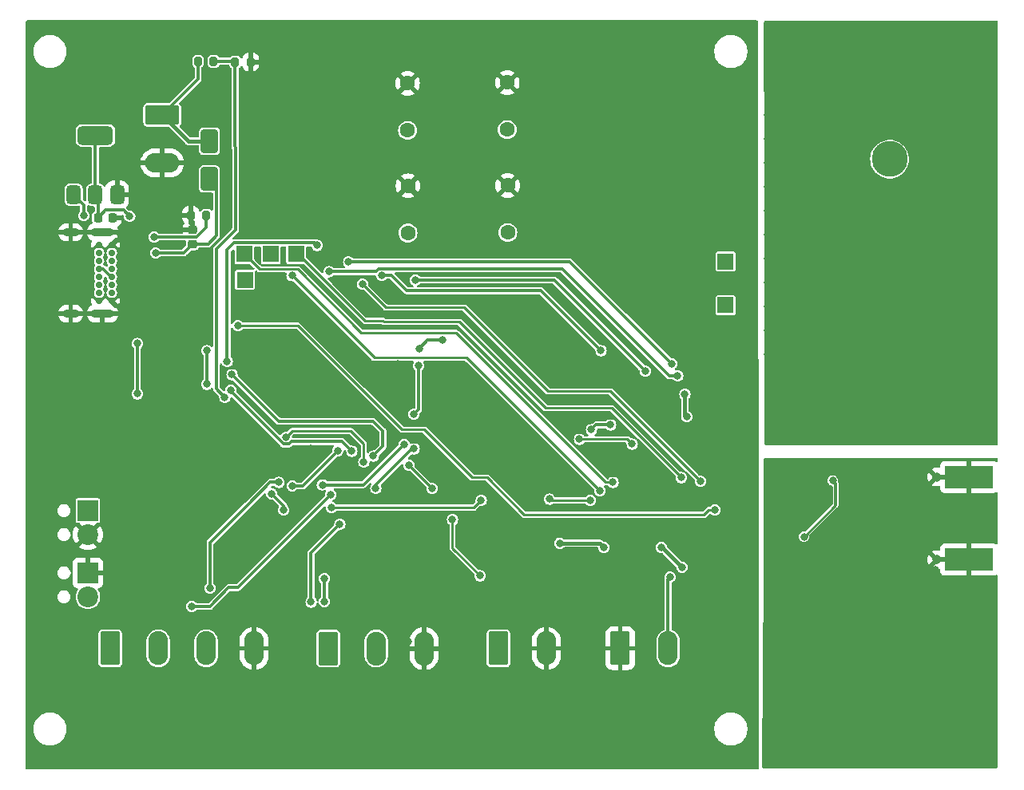
<source format=gbr>
%TF.GenerationSoftware,KiCad,Pcbnew,8.0.1*%
%TF.CreationDate,2024-11-10T18:35:02+01:00*%
%TF.ProjectId,Weather,57656174-6865-4722-9e6b-696361645f70,1.0*%
%TF.SameCoordinates,Original*%
%TF.FileFunction,Copper,L2,Bot*%
%TF.FilePolarity,Positive*%
%FSLAX46Y46*%
G04 Gerber Fmt 4.6, Leading zero omitted, Abs format (unit mm)*
G04 Created by KiCad (PCBNEW 8.0.1) date 2024-11-10 18:35:02*
%MOMM*%
%LPD*%
G01*
G04 APERTURE LIST*
G04 Aperture macros list*
%AMRoundRect*
0 Rectangle with rounded corners*
0 $1 Rounding radius*
0 $2 $3 $4 $5 $6 $7 $8 $9 X,Y pos of 4 corners*
0 Add a 4 corners polygon primitive as box body*
4,1,4,$2,$3,$4,$5,$6,$7,$8,$9,$2,$3,0*
0 Add four circle primitives for the rounded corners*
1,1,$1+$1,$2,$3*
1,1,$1+$1,$4,$5*
1,1,$1+$1,$6,$7*
1,1,$1+$1,$8,$9*
0 Add four rect primitives between the rounded corners*
20,1,$1+$1,$2,$3,$4,$5,0*
20,1,$1+$1,$4,$5,$6,$7,0*
20,1,$1+$1,$6,$7,$8,$9,0*
20,1,$1+$1,$8,$9,$2,$3,0*%
G04 Aperture macros list end*
%TA.AperFunction,ComponentPad*%
%ADD10R,2.200000X2.200000*%
%TD*%
%TA.AperFunction,ComponentPad*%
%ADD11C,2.200000*%
%TD*%
%TA.AperFunction,ComponentPad*%
%ADD12R,1.700000X1.700000*%
%TD*%
%TA.AperFunction,ComponentPad*%
%ADD13RoundRect,0.249999X-0.790001X-1.550001X0.790001X-1.550001X0.790001X1.550001X-0.790001X1.550001X0*%
%TD*%
%TA.AperFunction,ComponentPad*%
%ADD14O,2.080000X3.600000*%
%TD*%
%TA.AperFunction,ComponentPad*%
%ADD15C,1.600000*%
%TD*%
%TA.AperFunction,ComponentPad*%
%ADD16C,3.800000*%
%TD*%
%TA.AperFunction,ComponentPad*%
%ADD17RoundRect,0.249999X-1.550001X0.790001X-1.550001X-0.790001X1.550001X-0.790001X1.550001X0.790001X0*%
%TD*%
%TA.AperFunction,ComponentPad*%
%ADD18O,3.600000X2.080000*%
%TD*%
%TA.AperFunction,SMDPad,CuDef*%
%ADD19R,5.080000X2.420000*%
%TD*%
%TA.AperFunction,SMDPad,CuDef*%
%ADD20R,0.950000X0.460000*%
%TD*%
%TA.AperFunction,ComponentPad*%
%ADD21C,0.970000*%
%TD*%
%TA.AperFunction,ComponentPad*%
%ADD22C,0.700000*%
%TD*%
%TA.AperFunction,ComponentPad*%
%ADD23O,2.400000X0.900000*%
%TD*%
%TA.AperFunction,ComponentPad*%
%ADD24O,1.700000X0.900000*%
%TD*%
%TA.AperFunction,SMDPad,CuDef*%
%ADD25RoundRect,0.200000X-0.200000X-0.275000X0.200000X-0.275000X0.200000X0.275000X-0.200000X0.275000X0*%
%TD*%
%TA.AperFunction,SMDPad,CuDef*%
%ADD26RoundRect,0.200000X0.200000X0.275000X-0.200000X0.275000X-0.200000X-0.275000X0.200000X-0.275000X0*%
%TD*%
%TA.AperFunction,SMDPad,CuDef*%
%ADD27RoundRect,0.250000X-0.650000X1.000000X-0.650000X-1.000000X0.650000X-1.000000X0.650000X1.000000X0*%
%TD*%
%TA.AperFunction,SMDPad,CuDef*%
%ADD28RoundRect,0.225000X0.225000X0.250000X-0.225000X0.250000X-0.225000X-0.250000X0.225000X-0.250000X0*%
%TD*%
%TA.AperFunction,SMDPad,CuDef*%
%ADD29RoundRect,0.225000X-0.250000X0.225000X-0.250000X-0.225000X0.250000X-0.225000X0.250000X0.225000X0*%
%TD*%
%TA.AperFunction,SMDPad,CuDef*%
%ADD30RoundRect,0.375000X0.375000X-0.625000X0.375000X0.625000X-0.375000X0.625000X-0.375000X-0.625000X0*%
%TD*%
%TA.AperFunction,SMDPad,CuDef*%
%ADD31RoundRect,0.500000X1.400000X-0.500000X1.400000X0.500000X-1.400000X0.500000X-1.400000X-0.500000X0*%
%TD*%
%TA.AperFunction,ViaPad*%
%ADD32C,0.800000*%
%TD*%
%TA.AperFunction,Conductor*%
%ADD33C,0.300000*%
%TD*%
%TA.AperFunction,Conductor*%
%ADD34C,0.250000*%
%TD*%
%TA.AperFunction,Conductor*%
%ADD35C,0.330000*%
%TD*%
%TA.AperFunction,Conductor*%
%ADD36C,0.400000*%
%TD*%
G04 APERTURE END LIST*
D10*
%TO.P,J30,1,Pin_1*%
%TO.N,GND*%
X49750000Y-120085000D03*
D11*
%TO.P,J30,2,Pin_2*%
%TO.N,/MCU/PD3-D3-(INT1)~*%
X49750000Y-122625000D03*
%TD*%
D12*
%TO.P,J37,1,Pin_1*%
%TO.N,/MCU/CLK*%
X66395600Y-89001600D03*
%TD*%
D13*
%TO.P,J32,1,Pin_1*%
%TO.N,/Interfaces/Water_Level*%
X93268800Y-128099300D03*
D14*
%TO.P,J32,2,Pin_2*%
%TO.N,GND*%
X98348800Y-128099300D03*
%TD*%
D12*
%TO.P,J41,1,Pin_1*%
%TO.N,/Power/+3.3V*%
X117348000Y-87044000D03*
%TD*%
D13*
%TO.P,J35,1,Pin_1*%
%TO.N,/Interfaces/+3.3V*%
X75234800Y-128117600D03*
D14*
%TO.P,J35,2,Pin_2*%
%TO.N,/Interfaces/Direction*%
X80314800Y-128117600D03*
%TO.P,J35,3,Pin_3*%
%TO.N,GND*%
X85394800Y-128117600D03*
%TD*%
D12*
%TO.P,J31,1,Pin_1*%
%TO.N,/MCU/MOSI*%
X69138800Y-86258400D03*
%TD*%
D15*
%TO.P,C13,1*%
%TO.N,Net-(D5-K)*%
X94247000Y-83986400D03*
%TO.P,C13,2*%
%TO.N,GND*%
X94247000Y-78986400D03*
%TD*%
D12*
%TO.P,J38,1,Pin_1*%
%TO.N,/MCU/PB2-D10~*%
X71831200Y-86258400D03*
%TD*%
D16*
%TO.P,AE1,1,A*%
%TO.N,Net-(AE1-A)*%
X134721600Y-76200000D03*
%TD*%
D15*
%TO.P,C14,1*%
%TO.N,Net-(D5-K)*%
X83680600Y-84026400D03*
%TO.P,C14,2*%
%TO.N,GND*%
X83680600Y-79026400D03*
%TD*%
D12*
%TO.P,J42,1,Pin_1*%
%TO.N,/Power/+3.3V_RF*%
X117348000Y-91694000D03*
%TD*%
D13*
%TO.P,J33,1,Pin_1*%
%TO.N,/Interfaces/+3.3V*%
X52120800Y-128099300D03*
D14*
%TO.P,J33,2,Pin_2*%
%TO.N,/MCU/SCL*%
X57200800Y-128099300D03*
%TO.P,J33,3,Pin_3*%
%TO.N,/MCU/SDA*%
X62280800Y-128099300D03*
%TO.P,J33,4,Pin_4*%
%TO.N,GND*%
X67360800Y-128099300D03*
%TD*%
D17*
%TO.P,J26,1,Pin_1*%
%TO.N,Net-(D1-K)*%
X57627500Y-71510000D03*
D18*
%TO.P,J26,2,Pin_2*%
%TO.N,GND*%
X57627500Y-76590000D03*
%TD*%
D10*
%TO.P,J25,1,Pin_1*%
%TO.N,/RESET*%
X49750000Y-113481000D03*
D11*
%TO.P,J25,2,Pin_2*%
%TO.N,GND*%
X49750000Y-116021000D03*
%TD*%
D19*
%TO.P,J27,2,Ext*%
%TO.N,GND_RF*%
X143148400Y-118680000D03*
X143148400Y-109920000D03*
D20*
X140158400Y-118680000D03*
X140158400Y-109920000D03*
D21*
X139708400Y-118680000D03*
X139708400Y-109920000D03*
%TD*%
D13*
%TO.P,J24,1,Pin_1*%
%TO.N,GND*%
X106172000Y-128099300D03*
D14*
%TO.P,J24,2,Pin_2*%
%TO.N,Net-(J24-Pin_2)*%
X111252000Y-128099300D03*
%TD*%
D15*
%TO.P,C15,1*%
%TO.N,Net-(D5-K)*%
X83629800Y-73144400D03*
%TO.P,C15,2*%
%TO.N,GND*%
X83629800Y-68144400D03*
%TD*%
D22*
%TO.P,J29,A1,GND*%
%TO.N,GND*%
X52285000Y-85285600D03*
%TO.P,J29,A4,VBUS*%
%TO.N,/+5V_USB*%
X52285000Y-86135600D03*
%TO.P,J29,A5,CC1*%
%TO.N,unconnected-(J29-CC1-PadA5)*%
X52285000Y-86985600D03*
%TO.P,J29,A6,D+*%
%TO.N,Net-(J29-D+-PadA6)*%
X52285000Y-87835600D03*
%TO.P,J29,A7,D-*%
%TO.N,Net-(J29-D--PadA7)*%
X52285000Y-88685600D03*
%TO.P,J29,A8,SBU1*%
%TO.N,unconnected-(J29-SBU1-PadA8)*%
X52285000Y-89535600D03*
%TO.P,J29,A9,VBUS*%
%TO.N,/+5V_USB*%
X52285000Y-90385600D03*
%TO.P,J29,A12,GND*%
%TO.N,GND*%
X52285000Y-91235600D03*
%TO.P,J29,B1,GND*%
X50935000Y-91235600D03*
%TO.P,J29,B4,VBUS*%
%TO.N,/+5V_USB*%
X50935000Y-90385600D03*
%TO.P,J29,B5,CC2*%
%TO.N,unconnected-(J29-CC2-PadB5)*%
X50935000Y-89535600D03*
%TO.P,J29,B6,D+*%
%TO.N,Net-(J29-D+-PadA6)*%
X50935000Y-88685600D03*
%TO.P,J29,B7,D-*%
%TO.N,Net-(J29-D--PadA7)*%
X50935000Y-87835600D03*
%TO.P,J29,B8,SBU2*%
%TO.N,unconnected-(J29-SBU2-PadB8)*%
X50935000Y-86985600D03*
%TO.P,J29,B9,VBUS*%
%TO.N,/+5V_USB*%
X50935000Y-86135600D03*
%TO.P,J29,B12,GND*%
%TO.N,GND*%
X50935000Y-85285600D03*
D23*
%TO.P,J29,S1,SHIELD*%
X51305000Y-83935600D03*
D24*
X47925000Y-83935600D03*
D23*
X51305000Y-92585600D03*
D24*
X47925000Y-92585600D03*
%TD*%
D15*
%TO.P,C16,1*%
%TO.N,Net-(D5-K)*%
X94196200Y-73064400D03*
%TO.P,C16,2*%
%TO.N,GND*%
X94196200Y-68064400D03*
%TD*%
D12*
%TO.P,J36,1,Pin_1*%
%TO.N,/MCU/MISO*%
X66344800Y-86258400D03*
%TD*%
D25*
%TO.P,R39,1*%
%TO.N,/MCU/PC1-A1*%
X65354200Y-65887600D03*
%TO.P,R39,2*%
%TO.N,GND*%
X67004200Y-65887600D03*
%TD*%
%TO.P,R38,1*%
%TO.N,Net-(D1-K)*%
X61417200Y-65811400D03*
%TO.P,R38,2*%
%TO.N,/MCU/PC1-A1*%
X63067200Y-65811400D03*
%TD*%
D26*
%TO.P,R30,1*%
%TO.N,Net-(D9-K)*%
X62305200Y-82143600D03*
%TO.P,R30,2*%
%TO.N,GND*%
X60655200Y-82143600D03*
%TD*%
D27*
%TO.P,D1,1,K*%
%TO.N,Net-(D1-K)*%
X62636400Y-74301600D03*
%TO.P,D1,2,A*%
%TO.N,/+5V_USB*%
X62636400Y-78301600D03*
%TD*%
D28*
%TO.P,C29,1*%
%TO.N,GND*%
X52387800Y-82397600D03*
%TO.P,C29,2*%
%TO.N,/Programming/+3.3V*%
X50837800Y-82397600D03*
%TD*%
D29*
%TO.P,C28,1*%
%TO.N,GND*%
X60820600Y-83660000D03*
%TO.P,C28,2*%
%TO.N,/+5V_USB*%
X60820600Y-85210000D03*
%TD*%
D30*
%TO.P,U12,1,GND*%
%TO.N,GND*%
X52846000Y-79985000D03*
%TO.P,U12,2,VO*%
%TO.N,/Programming/+3.3V*%
X50546000Y-79985000D03*
D31*
X50546000Y-73685000D03*
D30*
%TO.P,U12,3,VI*%
%TO.N,/+5V_USB*%
X48246000Y-79985000D03*
%TD*%
D32*
%TO.N,GND_RF*%
X131826000Y-113030000D03*
X129394375Y-109637584D03*
%TO.N,/MCU/+VCC*%
X84850000Y-96300000D03*
X84800000Y-98100000D03*
X83250000Y-106450000D03*
X74600000Y-110750000D03*
X87300000Y-95400000D03*
X84300000Y-103250000D03*
%TO.N,/NRF24/+3.3V*%
X128698594Y-110284418D03*
X125650000Y-116250000D03*
%TO.N,/MCU/PB0*%
X111633000Y-97917000D03*
X77381400Y-87114400D03*
%TO.N,/MCU/PB2-D10~*%
X112649000Y-109982000D03*
%TO.N,/MCU/MOSI*%
X104013000Y-111379000D03*
X71386700Y-88559000D03*
%TO.N,/MCU/MISO*%
X105410000Y-110490000D03*
%TO.N,/MCU/CLK*%
X116205000Y-113411000D03*
X65659000Y-93853000D03*
%TO.N,/MCU/PC0-A0*%
X74041000Y-85344000D03*
X64516000Y-97663000D03*
%TO.N,/MCU/PC1-A1*%
X64262000Y-101473000D03*
%TO.N,/MCU/PC3-A3*%
X70777400Y-105686400D03*
X102997000Y-112395000D03*
X78994000Y-108331000D03*
X98679000Y-112268000D03*
%TO.N,/MCU/SDA*%
X70002400Y-110490000D03*
X62687200Y-121716800D03*
X91440000Y-112395000D03*
X75565000Y-113157000D03*
%TO.N,/MCU/SCL*%
X60756800Y-123647200D03*
X75488800Y-111810800D03*
%TO.N,/MCU/TX*%
X80010000Y-107696000D03*
X65024000Y-99060000D03*
%TO.N,/MCU/RX*%
X64897000Y-100711000D03*
X77724000Y-107188000D03*
%TO.N,/MCU/PD3-D3-(INT1)~*%
X84328000Y-106934000D03*
X80264000Y-111125000D03*
%TO.N,/MCU/PD7-D7*%
X78854600Y-89451200D03*
X114681000Y-110363000D03*
%TO.N,/+5V_USB*%
X49301400Y-82194400D03*
X56931168Y-86135600D03*
%TO.N,/GNSS/GNSS_RX*%
X75298600Y-88138000D03*
X112268000Y-99187000D03*
%TO.N,/Enable_GNSS*%
X108839000Y-98679000D03*
X84455000Y-89027000D03*
%TO.N,/Programming/+3.3V*%
X54178200Y-82270600D03*
X62357000Y-100076000D03*
X62357000Y-96520000D03*
%TO.N,GND_GNSS*%
X129440000Y-91848000D03*
X131980000Y-99468000D03*
X124360000Y-71528000D03*
X142140000Y-76608000D03*
X129440000Y-63908000D03*
X144680000Y-76608000D03*
X144680000Y-84228000D03*
X121820000Y-84228000D03*
X144680000Y-86768000D03*
X142140000Y-81688000D03*
X135045921Y-94864741D03*
X144680000Y-99468000D03*
X131980000Y-102008000D03*
X134520000Y-66448000D03*
X144680000Y-102008000D03*
X124360000Y-68988000D03*
X131980000Y-104548000D03*
X121820000Y-89308000D03*
X131980000Y-79148000D03*
X131980000Y-86768000D03*
X124360000Y-76608000D03*
X121820000Y-86768000D03*
X129440000Y-84228000D03*
X137060000Y-81688000D03*
X129440000Y-104548000D03*
X129440000Y-81688000D03*
X137060000Y-74068000D03*
X126900000Y-76608000D03*
X139600000Y-74068000D03*
X129941331Y-99969331D03*
X139600000Y-81688000D03*
X134520000Y-89308000D03*
X121820000Y-63908000D03*
X121820000Y-68988000D03*
X121820000Y-66448000D03*
X137060000Y-68988000D03*
X126900000Y-94388000D03*
X131980000Y-94388000D03*
X134520000Y-68988000D03*
X126900000Y-91848000D03*
X126900000Y-104548000D03*
X126900000Y-96928000D03*
X144680000Y-89308000D03*
X126900000Y-74068000D03*
X142140000Y-84228000D03*
X137060000Y-71528000D03*
X124360000Y-79148000D03*
X142140000Y-99468000D03*
X139600000Y-68988000D03*
X144680000Y-104548000D03*
X144680000Y-68988000D03*
X131980000Y-84228000D03*
X142140000Y-79148000D03*
X129440000Y-74068000D03*
X121820000Y-79148000D03*
X126900000Y-71528000D03*
X139600000Y-66448000D03*
X126900000Y-86768000D03*
X144680000Y-66448000D03*
X121820000Y-81688000D03*
X139600000Y-76608000D03*
X144680000Y-74068000D03*
X121820000Y-91848000D03*
X126900000Y-81688000D03*
X126900000Y-89308000D03*
X124360000Y-84228000D03*
X129440000Y-89308000D03*
X134520000Y-99468000D03*
X139600000Y-79148000D03*
X129440000Y-86768000D03*
X126900000Y-63908000D03*
X131980000Y-66448000D03*
X144680000Y-96928000D03*
X124360000Y-74068000D03*
X144680000Y-71528000D03*
X134520000Y-63908000D03*
X121820000Y-94388000D03*
X126900000Y-84228000D03*
X139600000Y-86768000D03*
X126900000Y-66448000D03*
X129440000Y-76608000D03*
X127097392Y-102316800D03*
X142140000Y-63908000D03*
X124360000Y-63908000D03*
X126900000Y-68988000D03*
X142140000Y-71528000D03*
X124360000Y-66448000D03*
X129440000Y-79148000D03*
X121820000Y-74068000D03*
X137060000Y-79148000D03*
X131980000Y-91848000D03*
X137060000Y-84228000D03*
X144680000Y-79148000D03*
X134520000Y-96928000D03*
X124360000Y-86768000D03*
X129440000Y-102008000D03*
X142140000Y-66448000D03*
X142140000Y-68988000D03*
X144680000Y-81688000D03*
X124360000Y-104548000D03*
X129440000Y-66448000D03*
X131980000Y-71528000D03*
X126900000Y-79148000D03*
X129440000Y-68988000D03*
X131980000Y-63908000D03*
X124360000Y-94388000D03*
X131980000Y-81688000D03*
X139600000Y-63908000D03*
X129440000Y-96928000D03*
X126900000Y-99468000D03*
X137060000Y-63908000D03*
X129440000Y-94388000D03*
X129440000Y-71528000D03*
X132481331Y-97429331D03*
X131980000Y-68988000D03*
X144680000Y-94388000D03*
X134520000Y-91848000D03*
X142140000Y-74068000D03*
X131980000Y-89308000D03*
X144680000Y-63908000D03*
X144680000Y-91848000D03*
X121820000Y-96928000D03*
X137060000Y-66448000D03*
X131980000Y-74068000D03*
X134520000Y-71528000D03*
X121820000Y-76608000D03*
X137060000Y-94388000D03*
X131980000Y-76608000D03*
X121820000Y-71528000D03*
X139600000Y-71528000D03*
X139600000Y-84228000D03*
X137060000Y-104548000D03*
X124360000Y-81688000D03*
%TO.N,Net-(D9-K)*%
X56769000Y-84455000D03*
%TO.N,Net-(J24-Pin_2)*%
X111455200Y-120548400D03*
%TO.N,/Programming/D+*%
X54991000Y-101092000D03*
X54991000Y-95758000D03*
%TO.N,GND*%
X114200000Y-129948000D03*
X53240000Y-135028000D03*
X96420000Y-124868000D03*
X114200000Y-135028000D03*
X119280000Y-96928000D03*
X48160000Y-117248000D03*
X73560000Y-96928000D03*
X60860000Y-79148000D03*
X106580000Y-137568000D03*
X88800000Y-112168000D03*
X71020000Y-79148000D03*
X119280000Y-81688000D03*
X76100000Y-132488000D03*
X114200000Y-127408000D03*
X116740000Y-89308000D03*
X45620000Y-119788000D03*
X116740000Y-76608000D03*
X119280000Y-71528000D03*
X53240000Y-68988000D03*
X109120000Y-135028000D03*
X86260000Y-68988000D03*
X63400000Y-112168000D03*
X53240000Y-109628000D03*
X45620000Y-132488000D03*
X96420000Y-137568000D03*
X78640000Y-124868000D03*
X45620000Y-84228000D03*
X58320000Y-109628000D03*
X50700000Y-71528000D03*
X45620000Y-94388000D03*
X53240000Y-66448000D03*
X45620000Y-124868000D03*
X98960000Y-76608000D03*
X48160000Y-71528000D03*
X50700000Y-132488000D03*
X53240000Y-104548000D03*
X91340000Y-81688000D03*
X96420000Y-84228000D03*
X73560000Y-71528000D03*
X104040000Y-135028000D03*
X91340000Y-132488000D03*
X58320000Y-74068000D03*
X119280000Y-76608000D03*
X48160000Y-63908000D03*
X114200000Y-66448000D03*
X104040000Y-86768000D03*
X116740000Y-129948000D03*
X101500000Y-68988000D03*
X45620000Y-86768000D03*
X55780000Y-79148000D03*
X96420000Y-122328000D03*
X93880000Y-137568000D03*
X88800000Y-76608000D03*
X71020000Y-124868000D03*
X96420000Y-96928000D03*
X53240000Y-71528000D03*
X81180000Y-122328000D03*
X58320000Y-81688000D03*
X81180000Y-124868000D03*
X101500000Y-84228000D03*
X73560000Y-76608000D03*
X91340000Y-68988000D03*
X104040000Y-107088000D03*
X48160000Y-94388000D03*
X109120000Y-137568000D03*
X48160000Y-129948000D03*
X83720000Y-124868000D03*
X116740000Y-68988000D03*
X48160000Y-127408000D03*
X114200000Y-89308000D03*
X78640000Y-66448000D03*
X119280000Y-124868000D03*
X101500000Y-135028000D03*
X55780000Y-135028000D03*
X48160000Y-76608000D03*
X60860000Y-119788000D03*
X104040000Y-79148000D03*
X83720000Y-71528000D03*
X53240000Y-112168000D03*
X83720000Y-129948000D03*
X65940000Y-91848000D03*
X68480000Y-91848000D03*
X71020000Y-119788000D03*
X106580000Y-66448000D03*
X86260000Y-66448000D03*
X53240000Y-132488000D03*
X111660000Y-135028000D03*
X78640000Y-84228000D03*
X91340000Y-104548000D03*
X53240000Y-124868000D03*
X101500000Y-104548000D03*
X101500000Y-79148000D03*
X81180000Y-137568000D03*
X111660000Y-68988000D03*
X58320000Y-135028000D03*
X48160000Y-109628000D03*
X81180000Y-68988000D03*
X88800000Y-63908000D03*
X119280000Y-94388000D03*
X48160000Y-86768000D03*
X78640000Y-79148000D03*
X81180000Y-84228000D03*
X78640000Y-135028000D03*
X82605455Y-97957000D03*
X55780000Y-68988000D03*
X63400000Y-135028000D03*
X104040000Y-137568000D03*
X111660000Y-104548000D03*
X55780000Y-137568000D03*
X78640000Y-63908000D03*
X55780000Y-91848000D03*
X86260000Y-135028000D03*
X53240000Y-96928000D03*
X63400000Y-137568000D03*
X104040000Y-66448000D03*
X96420000Y-109628000D03*
X48160000Y-102008000D03*
X119280000Y-107088000D03*
X50700000Y-109628000D03*
X106580000Y-68988000D03*
X53240000Y-114708000D03*
X109120000Y-79148000D03*
X65940000Y-109628000D03*
X88800000Y-81688000D03*
X106580000Y-132488000D03*
X93880000Y-124868000D03*
X86260000Y-79148000D03*
X101500000Y-124868000D03*
X98960000Y-71528000D03*
X93880000Y-91848000D03*
X50700000Y-124868000D03*
X98960000Y-66448000D03*
X119280000Y-79148000D03*
X119280000Y-86768000D03*
X116740000Y-96928000D03*
X119280000Y-117248000D03*
X98960000Y-79148000D03*
X88800000Y-68988000D03*
X118618000Y-112776000D03*
X111660000Y-137568000D03*
X73560000Y-63908000D03*
X73560000Y-127408000D03*
X73560000Y-68988000D03*
X78640000Y-81688000D03*
X50700000Y-63908000D03*
X73560000Y-137568000D03*
X45620000Y-129948000D03*
X65940000Y-107088000D03*
X119280000Y-122328000D03*
X58320000Y-79148000D03*
X114200000Y-96928000D03*
X86260000Y-117248000D03*
X111660000Y-63908000D03*
X91340000Y-66448000D03*
X109120000Y-127408000D03*
X96420000Y-63908000D03*
X53240000Y-117248000D03*
X109120000Y-68988000D03*
X109120000Y-91848000D03*
X119280000Y-104548000D03*
X91340000Y-63908000D03*
X93880000Y-71528000D03*
X45620000Y-71528000D03*
X55780000Y-112168000D03*
X78640000Y-137568000D03*
X93880000Y-63908000D03*
X71020000Y-129948000D03*
X86260000Y-76608000D03*
X48160000Y-135028000D03*
X93880000Y-66448000D03*
X104040000Y-129948000D03*
X116740000Y-79148000D03*
X81180000Y-63908000D03*
X101500000Y-132488000D03*
X93880000Y-135028000D03*
X116740000Y-81688000D03*
X114200000Y-132488000D03*
X45620000Y-112168000D03*
X50700000Y-137568000D03*
X111660000Y-81688000D03*
X65940000Y-96928000D03*
X93880000Y-94388000D03*
X73406000Y-106934000D03*
X111660000Y-94388000D03*
X50700000Y-66448000D03*
X63400000Y-109628000D03*
X60860000Y-137568000D03*
X71020000Y-135028000D03*
X91340000Y-137568000D03*
X53240000Y-137568000D03*
X73560000Y-124868000D03*
X55780000Y-119788000D03*
X88800000Y-129948000D03*
X76100000Y-137568000D03*
X96420000Y-68988000D03*
X93880000Y-76608000D03*
X101500000Y-137568000D03*
X55780000Y-99468000D03*
X91340000Y-114708000D03*
X53240000Y-94388000D03*
X119280000Y-68988000D03*
X86260000Y-119788000D03*
X101500000Y-119788000D03*
X88800000Y-137568000D03*
X101500000Y-129948000D03*
X45620000Y-109628000D03*
X86260000Y-71528000D03*
X96420000Y-71528000D03*
X53240000Y-74068000D03*
X65940000Y-112168000D03*
X45620000Y-127408000D03*
X101500000Y-127408000D03*
X86260000Y-63908000D03*
X50700000Y-96928000D03*
X65940000Y-119788000D03*
X114200000Y-86768000D03*
X78640000Y-76608000D03*
X116740000Y-71528000D03*
X116740000Y-122328000D03*
X98960000Y-84228000D03*
X88800000Y-122328000D03*
X76100000Y-66448000D03*
X91340000Y-74068000D03*
X88800000Y-66448000D03*
X60860000Y-71528000D03*
X76100000Y-135028000D03*
X81180000Y-135028000D03*
X83720000Y-63908000D03*
X48160000Y-66448000D03*
X98960000Y-135028000D03*
X68480000Y-74068000D03*
X96420000Y-127408000D03*
X50700000Y-94388000D03*
X81180000Y-66448000D03*
X101500000Y-66448000D03*
X45620000Y-79148000D03*
X119280000Y-91848000D03*
X60860000Y-112168000D03*
X45620000Y-81688000D03*
X45620000Y-102008000D03*
X45620000Y-76608000D03*
X101500000Y-63908000D03*
X73560000Y-135028000D03*
X109120000Y-63908000D03*
X65940000Y-137568000D03*
X104040000Y-63908000D03*
X60860000Y-135028000D03*
X45620000Y-68988000D03*
X114200000Y-94388000D03*
X45620000Y-91848000D03*
X109120000Y-66448000D03*
X119280000Y-89308000D03*
X63400000Y-68988000D03*
X53240000Y-91848000D03*
X98960000Y-68988000D03*
X55780000Y-66448000D03*
X45620000Y-114708000D03*
X119280000Y-74068000D03*
X65940000Y-124868000D03*
X53240000Y-119788000D03*
X48160000Y-137568000D03*
X96420000Y-132488000D03*
X58320000Y-119788000D03*
X88800000Y-127408000D03*
X83720000Y-127408000D03*
X55780000Y-117248000D03*
X58320000Y-68988000D03*
X45620000Y-74068000D03*
X71020000Y-74068000D03*
X119280000Y-129948000D03*
X96420000Y-66448000D03*
X50700000Y-68988000D03*
X91340000Y-76608000D03*
X55780000Y-74068000D03*
X104040000Y-84228000D03*
X96420000Y-129948000D03*
X101500000Y-81688000D03*
X77470000Y-97155000D03*
X48160000Y-89308000D03*
X86260000Y-81688000D03*
X58320000Y-66448000D03*
X86260000Y-74068000D03*
X45620000Y-89308000D03*
X68480000Y-137568000D03*
X104040000Y-68988000D03*
X68480000Y-117248000D03*
X48160000Y-132488000D03*
X60860000Y-89308000D03*
X83720000Y-66448000D03*
X98960000Y-137568000D03*
X68480000Y-66448000D03*
X114200000Y-84228000D03*
X86260000Y-99468000D03*
X98960000Y-124868000D03*
X98960000Y-99468000D03*
X48160000Y-124868000D03*
X91340000Y-117248000D03*
X93880000Y-122328000D03*
X106580000Y-99468000D03*
X93880000Y-81688000D03*
X71020000Y-137568000D03*
X111660000Y-132488000D03*
X91340000Y-129948000D03*
X50700000Y-135028000D03*
X68480000Y-135028000D03*
X88800000Y-119788000D03*
X45620000Y-122328000D03*
X98960000Y-109628000D03*
X65940000Y-63908000D03*
X45620000Y-117248000D03*
X111660000Y-79148000D03*
X76100000Y-99468000D03*
X55780000Y-63908000D03*
X91340000Y-102008000D03*
X76100000Y-68988000D03*
X119280000Y-132488000D03*
X111660000Y-66448000D03*
X109120000Y-129948000D03*
X106580000Y-135028000D03*
X104040000Y-119788000D03*
X98960000Y-96928000D03*
X78640000Y-74068000D03*
X60860000Y-91848000D03*
X58320000Y-114708000D03*
X62611000Y-102489000D03*
X88800000Y-71528000D03*
X109120000Y-71528000D03*
X83720000Y-137568000D03*
X73560000Y-132488000D03*
X93880000Y-132488000D03*
X98960000Y-81688000D03*
X65940000Y-135028000D03*
X119280000Y-84228000D03*
X109120000Y-132488000D03*
X60860000Y-94388000D03*
X55780000Y-124868000D03*
X116740000Y-132488000D03*
X73560000Y-74068000D03*
X71020000Y-81688000D03*
X98960000Y-94388000D03*
X109120000Y-81688000D03*
X86260000Y-137568000D03*
X104040000Y-71528000D03*
X63400000Y-63908000D03*
X104040000Y-132488000D03*
X114200000Y-137568000D03*
X80391000Y-120777000D03*
X73560000Y-99468000D03*
X119280000Y-119788000D03*
X76100000Y-63908000D03*
X73560000Y-66448000D03*
X58320000Y-137568000D03*
X116740000Y-117248000D03*
X106580000Y-119788000D03*
X63400000Y-114708000D03*
X119280000Y-109628000D03*
X114200000Y-63908000D03*
X88800000Y-74068000D03*
X88800000Y-135028000D03*
X88800000Y-79148000D03*
X83720000Y-135028000D03*
X60860000Y-76608000D03*
X68480000Y-124868000D03*
X60860000Y-63908000D03*
X71020000Y-127408000D03*
X106580000Y-63908000D03*
X78640000Y-68988000D03*
X83720000Y-76608000D03*
X109120000Y-119788000D03*
X96420000Y-114708000D03*
X91340000Y-135028000D03*
X98960000Y-132488000D03*
X119280000Y-127408000D03*
X68480000Y-63908000D03*
X48160000Y-68988000D03*
X71020000Y-63908000D03*
X91340000Y-79148000D03*
X101500000Y-96928000D03*
X63400000Y-124868000D03*
X60860000Y-109628000D03*
X53240000Y-76608000D03*
X53240000Y-84228000D03*
X71020000Y-84228000D03*
X83720000Y-81688000D03*
X101500000Y-99468000D03*
X81534000Y-114173000D03*
X58320000Y-63908000D03*
X91340000Y-71528000D03*
X104040000Y-127408000D03*
X111660000Y-91848000D03*
X98960000Y-63908000D03*
X96420000Y-135028000D03*
X93880000Y-104548000D03*
X101500000Y-71528000D03*
X53240000Y-63908000D03*
X114200000Y-68988000D03*
%TO.N,/+3.3V_MCU*%
X73406000Y-123190000D03*
X76454000Y-114935000D03*
%TO.N,/Power/+3.3V_Sensors*%
X105156000Y-104394000D03*
X103124000Y-104902000D03*
%TO.N,/Enable_Sensors*%
X80899000Y-88519000D03*
X104140000Y-96520000D03*
%TO.N,GND_RF*%
X142140000Y-122328000D03*
X124360000Y-122328000D03*
X142140000Y-129948000D03*
X139600000Y-127408000D03*
X131980000Y-129948000D03*
X124360000Y-119788000D03*
X134520000Y-137568000D03*
X137060000Y-129948000D03*
X131980000Y-137568000D03*
X142140000Y-137568000D03*
X137060000Y-127408000D03*
X121820000Y-135028000D03*
X121820000Y-132488000D03*
X139600000Y-117248000D03*
X129440000Y-129948000D03*
X139600000Y-137568000D03*
X144680000Y-112168000D03*
X131980000Y-127408000D03*
X129440000Y-137568000D03*
X139600000Y-129948000D03*
X142140000Y-124868000D03*
X124360000Y-127408000D03*
X124360000Y-129948000D03*
X144680000Y-132488000D03*
X142140000Y-112168000D03*
X126900000Y-129948000D03*
X126900000Y-127408000D03*
X121820000Y-129948000D03*
X134520000Y-109628000D03*
X129440000Y-127408000D03*
X144680000Y-122328000D03*
X142140000Y-127408000D03*
X137060000Y-109628000D03*
X139600000Y-122328000D03*
X126900000Y-137568000D03*
X121820000Y-137568000D03*
X134520000Y-129948000D03*
X144680000Y-137568000D03*
X144680000Y-127408000D03*
X139600000Y-112168000D03*
X144680000Y-135028000D03*
X121820000Y-127408000D03*
X134520000Y-127408000D03*
X124460000Y-109220000D03*
X144680000Y-129948000D03*
X139600000Y-124868000D03*
X139600000Y-119788000D03*
X144680000Y-124868000D03*
X129440000Y-122328000D03*
X127508000Y-118745000D03*
X134520000Y-122328000D03*
X124360000Y-137568000D03*
X129440000Y-124868000D03*
X137060000Y-112168000D03*
X137060000Y-119788000D03*
X137060000Y-137568000D03*
%TO.N,/Enable_RF*%
X101854000Y-105918000D03*
X107442000Y-106426000D03*
%TO.N,/RESET*%
X76263800Y-107113800D03*
X71400000Y-110850000D03*
%TO.N,/Power/+3.3V_RF*%
X113233400Y-103530400D03*
X113030200Y-101142800D03*
%TO.N,/Interfaces/+3.3V*%
X99771200Y-116941600D03*
X112725200Y-119481600D03*
X110540800Y-117398800D03*
X104444800Y-117398800D03*
%TO.N,/Interfaces/Water_Level*%
X83780000Y-108672000D03*
X88392000Y-114427000D03*
X91313000Y-120396000D03*
X86233000Y-111125000D03*
%TO.N,/Interfaces/Direction*%
X74828400Y-120700800D03*
X74828400Y-123139200D03*
X69240400Y-111709200D03*
X70510400Y-113436400D03*
%TD*%
D33*
%TO.N,/NRF24/+3.3V*%
X129000000Y-112900000D02*
X129000000Y-110585824D01*
X129000000Y-110585824D02*
X128698594Y-110284418D01*
%TO.N,/MCU/+VCC*%
X83250000Y-106450000D02*
X78950000Y-110750000D01*
X87300000Y-95400000D02*
X85750000Y-95400000D01*
X84800000Y-98100000D02*
X84800000Y-102750000D01*
X78950000Y-110750000D02*
X74600000Y-110750000D01*
X84800000Y-102750000D02*
X84300000Y-103250000D01*
X85750000Y-95400000D02*
X84850000Y-96300000D01*
D34*
%TO.N,/NRF24/+3.3V*%
X129000000Y-112900000D02*
X125650000Y-116250000D01*
D35*
%TO.N,/MCU/PB0*%
X100830400Y-87114400D02*
X77381400Y-87114400D01*
X111633000Y-97917000D02*
X100830400Y-87114400D01*
D34*
%TO.N,/MCU/PB2-D10~*%
X72034400Y-86258400D02*
X71831200Y-86258400D01*
X98298000Y-102616000D02*
X89154000Y-93472000D01*
X105283000Y-102616000D02*
X98298000Y-102616000D01*
X89154000Y-93472000D02*
X81153000Y-93472000D01*
X81153000Y-93472000D02*
X81026000Y-93345000D01*
X79121000Y-93345000D02*
X72034400Y-86258400D01*
X81026000Y-93345000D02*
X79121000Y-93345000D01*
X112649000Y-109982000D02*
X105283000Y-102616000D01*
%TO.N,/MCU/MOSI*%
X80109700Y-97282000D02*
X71386700Y-88559000D01*
X89916000Y-97282000D02*
X80109700Y-97282000D01*
X104013000Y-111379000D02*
X89916000Y-97282000D01*
%TO.N,/MCU/MISO*%
X88773000Y-94615000D02*
X78740000Y-94615000D01*
X105410000Y-110490000D02*
X104648000Y-110490000D01*
X72009000Y-87884000D02*
X67970400Y-87884000D01*
X67970400Y-87884000D02*
X66344800Y-86258400D01*
X104648000Y-110490000D02*
X88773000Y-94615000D01*
X78740000Y-94615000D02*
X72009000Y-87884000D01*
%TO.N,/MCU/CLK*%
X72009000Y-93853000D02*
X65659000Y-93853000D01*
X83820000Y-104902000D02*
X83058000Y-104902000D01*
X92075000Y-109982000D02*
X90497405Y-109982000D01*
X102362000Y-113919000D02*
X96012000Y-113919000D01*
X78867000Y-100711000D02*
X72009000Y-93853000D01*
X90497405Y-109982000D02*
X85417405Y-104902000D01*
X83058000Y-104902000D02*
X78867000Y-100711000D01*
X115570000Y-113411000D02*
X115062000Y-113919000D01*
X85417405Y-104902000D02*
X83820000Y-104902000D01*
X115062000Y-113919000D02*
X102362000Y-113919000D01*
X116205000Y-113411000D02*
X115570000Y-113411000D01*
X96012000Y-113919000D02*
X92075000Y-109982000D01*
D35*
%TO.N,/MCU/PC0-A0*%
X65278000Y-85090000D02*
X64516000Y-85852000D01*
X64516000Y-85852000D02*
X64516000Y-97663000D01*
X74041000Y-85344000D02*
X73787000Y-85090000D01*
X73787000Y-85090000D02*
X65278000Y-85090000D01*
%TO.N,/MCU/PC1-A1*%
X63373000Y-100584000D02*
X64262000Y-101473000D01*
X65354200Y-65887600D02*
X65405000Y-83693000D01*
X65278000Y-65811400D02*
X65354200Y-65887600D01*
X63373000Y-85725000D02*
X63373000Y-100584000D01*
X65405000Y-83693000D02*
X63373000Y-85725000D01*
X63067200Y-65811400D02*
X65278000Y-65811400D01*
D34*
%TO.N,/MCU/PC3-A3*%
X78994000Y-106426000D02*
X77597000Y-105029000D01*
X102997000Y-112395000D02*
X98806000Y-112395000D01*
X77597000Y-105029000D02*
X71434800Y-105029000D01*
X78994000Y-108331000D02*
X78994000Y-106426000D01*
X71434800Y-105029000D02*
X70777400Y-105686400D01*
X98806000Y-112395000D02*
X98679000Y-112268000D01*
D35*
%TO.N,/MCU/SDA*%
X62687200Y-121716800D02*
X62687200Y-116890800D01*
X62687200Y-116890800D02*
X66649600Y-112928400D01*
X69088000Y-110490000D02*
X66649600Y-112928400D01*
X70002400Y-110490000D02*
X69088000Y-110490000D01*
D34*
X90678000Y-113157000D02*
X91440000Y-112395000D01*
X75565000Y-113157000D02*
X90678000Y-113157000D01*
D35*
%TO.N,/MCU/SCL*%
X64668400Y-121666000D02*
X65633600Y-121666000D01*
X65633600Y-121666000D02*
X75488800Y-111810800D01*
X60756800Y-123647200D02*
X62687200Y-123647200D01*
X62687200Y-123647200D02*
X64668400Y-121666000D01*
%TO.N,/MCU/TX*%
X81026000Y-106680000D02*
X80772000Y-106934000D01*
X80772000Y-104775000D02*
X81026000Y-105029000D01*
X65024000Y-99060000D02*
X69977000Y-104013000D01*
X80010000Y-104013000D02*
X80772000Y-104775000D01*
X69977000Y-104013000D02*
X76708000Y-104013000D01*
X76708000Y-104013000D02*
X80010000Y-104013000D01*
X81026000Y-105029000D02*
X81026000Y-106680000D01*
X80772000Y-106934000D02*
X80010000Y-107696000D01*
%TO.N,/MCU/RX*%
X76687402Y-106151402D02*
X71323561Y-106151402D01*
X71073563Y-106426000D02*
X70481237Y-106426000D01*
X64897000Y-100817163D02*
X64897000Y-100711000D01*
X71323561Y-106151402D02*
X71073563Y-106401400D01*
X77724000Y-107188000D02*
X76687402Y-106151402D01*
X70481237Y-106401400D02*
X64897000Y-100817163D01*
%TO.N,/MCU/PD3-D3-(INT1)~*%
X80264000Y-111125000D02*
X80264000Y-110793756D01*
X80264000Y-110793756D02*
X84123756Y-106934000D01*
X84123756Y-106934000D02*
X84328000Y-106934000D01*
%TO.N,Net-(D1-K)*%
X61417200Y-65811400D02*
X61417200Y-67720300D01*
X61417200Y-67720300D02*
X57627500Y-71510000D01*
D36*
X60419100Y-74301600D02*
X57627500Y-71510000D01*
X62636400Y-74301600D02*
X60419100Y-74301600D01*
D34*
%TO.N,/MCU/PD7-D7*%
X81351400Y-91948000D02*
X78854600Y-89451200D01*
X89662000Y-91948000D02*
X81351400Y-91948000D01*
X98552000Y-100838000D02*
X89662000Y-91948000D01*
X114681000Y-110363000D02*
X105156000Y-100838000D01*
X105156000Y-100838000D02*
X98552000Y-100838000D01*
D35*
%TO.N,/+5V_USB*%
X59895000Y-86135600D02*
X56931168Y-86135600D01*
X60820600Y-85210000D02*
X62491000Y-85210000D01*
X62491000Y-85210000D02*
X63373000Y-84328000D01*
X49301400Y-82194400D02*
X49301400Y-81040400D01*
X63373000Y-84328000D02*
X63373000Y-79038200D01*
X63373000Y-79038200D02*
X62636400Y-78301600D01*
D33*
X60820600Y-85210000D02*
X59895000Y-86135600D01*
D35*
X49301400Y-81040400D02*
X48246000Y-79985000D01*
%TO.N,/GNSS/GNSS_RX*%
X80602837Y-87804000D02*
X80268837Y-88138000D01*
X112268000Y-99187000D02*
X111379000Y-99187000D01*
X80268837Y-88138000D02*
X75298600Y-88138000D01*
X111379000Y-99187000D02*
X99996000Y-87804000D01*
X99996000Y-87804000D02*
X80602837Y-87804000D01*
%TO.N,/Enable_GNSS*%
X108839000Y-98679000D02*
X99187000Y-89027000D01*
X99187000Y-89027000D02*
X84455000Y-89027000D01*
%TO.N,/Programming/+3.3V*%
X53515200Y-81607600D02*
X51627800Y-81607600D01*
X54178200Y-82270600D02*
X53515200Y-81607600D01*
X50546000Y-79985000D02*
X50546000Y-73685000D01*
X51627800Y-81607600D02*
X50837800Y-82397600D01*
X50837800Y-80276800D02*
X50546000Y-79985000D01*
X62357000Y-100076000D02*
X62357000Y-96520000D01*
X50837800Y-82397600D02*
X50837800Y-80276800D01*
%TO.N,Net-(D9-K)*%
X61280510Y-84445000D02*
X56779000Y-84445000D01*
X62305200Y-83420310D02*
X61280510Y-84445000D01*
X62305200Y-82143600D02*
X62305200Y-83420310D01*
X56779000Y-84445000D02*
X56769000Y-84455000D01*
D33*
%TO.N,Net-(J24-Pin_2)*%
X111252000Y-120751600D02*
X111252000Y-128099300D01*
X111455200Y-120548400D02*
X111252000Y-120751600D01*
D35*
%TO.N,Net-(J29-D--PadA7)*%
X52194547Y-88685600D02*
X52285000Y-88685600D01*
X50935000Y-87835600D02*
X51344547Y-87835600D01*
X51344547Y-87835600D02*
X52194547Y-88685600D01*
%TO.N,/Programming/D+*%
X54991000Y-95758000D02*
X54991000Y-101092000D01*
%TO.N,/+3.3V_MCU*%
X73406000Y-117983000D02*
X76454000Y-114935000D01*
X73406000Y-123190000D02*
X73406000Y-117983000D01*
%TO.N,/Power/+3.3V_Sensors*%
X103632000Y-104394000D02*
X103124000Y-104902000D01*
X105156000Y-104394000D02*
X103632000Y-104394000D01*
%TO.N,/Enable_Sensors*%
X97790000Y-90170000D02*
X84455000Y-90170000D01*
X82550000Y-89154000D02*
X81915000Y-88519000D01*
X104140000Y-96520000D02*
X97790000Y-90170000D01*
X84455000Y-90170000D02*
X83566000Y-90170000D01*
X81915000Y-88519000D02*
X80899000Y-88519000D01*
X83566000Y-90170000D02*
X82550000Y-89154000D01*
D34*
%TO.N,/Enable_RF*%
X106934000Y-105918000D02*
X107442000Y-106426000D01*
X101854000Y-105918000D02*
X106934000Y-105918000D01*
D33*
%TO.N,/RESET*%
X72527600Y-110850000D02*
X76263800Y-107113800D01*
X71400000Y-110850000D02*
X72527600Y-110850000D01*
D36*
%TO.N,/Power/+3.3V_RF*%
X113030200Y-101142800D02*
X113030200Y-103327200D01*
X113030200Y-103327200D02*
X113233400Y-103530400D01*
%TO.N,/Interfaces/+3.3V*%
X110642400Y-117398800D02*
X112725200Y-119481600D01*
X110540800Y-117398800D02*
X110642400Y-117398800D01*
X99771200Y-116941600D02*
X103987600Y-116941600D01*
X103987600Y-116941600D02*
X104444800Y-117398800D01*
D34*
%TO.N,/Interfaces/Water_Level*%
X83780000Y-108672000D02*
X86233000Y-111125000D01*
X91313000Y-120396000D02*
X88392000Y-117475000D01*
X88392000Y-117475000D02*
X88392000Y-114427000D01*
D35*
%TO.N,/Interfaces/Direction*%
X70510400Y-113436400D02*
X70510400Y-112979200D01*
X74828400Y-123139200D02*
X74828400Y-120700800D01*
X70510400Y-112979200D02*
X69240400Y-111709200D01*
%TD*%
%TA.AperFunction,Conductor*%
%TO.N,GND_GNSS*%
G36*
X146145439Y-61538485D02*
G01*
X146191194Y-61591289D01*
X146202400Y-61642800D01*
X146202400Y-106403600D01*
X146182715Y-106470639D01*
X146129911Y-106516394D01*
X146078400Y-106527600D01*
X121586660Y-106527600D01*
X121519621Y-106507915D01*
X121473866Y-106455111D01*
X121462660Y-106403740D01*
X121430884Y-78250500D01*
X121428570Y-76200000D01*
X132666309Y-76200000D01*
X132685451Y-76479862D01*
X132685452Y-76479864D01*
X132742521Y-76754499D01*
X132742526Y-76754516D01*
X132836463Y-77018828D01*
X132836464Y-77018830D01*
X132965519Y-77267896D01*
X133127288Y-77497069D01*
X133127292Y-77497073D01*
X133127292Y-77497074D01*
X133318754Y-77702080D01*
X133318755Y-77702081D01*
X133536354Y-77879111D01*
X133536356Y-77879112D01*
X133536357Y-77879113D01*
X133776033Y-78024863D01*
X133984857Y-78115567D01*
X134033325Y-78136620D01*
X134303439Y-78212303D01*
X134547759Y-78245884D01*
X134581341Y-78250500D01*
X134581342Y-78250500D01*
X134861859Y-78250500D01*
X134891819Y-78246381D01*
X135139761Y-78212303D01*
X135409875Y-78136620D01*
X135667168Y-78024862D01*
X135906846Y-77879111D01*
X136124445Y-77702081D01*
X136315912Y-77497069D01*
X136477681Y-77267896D01*
X136606736Y-77018830D01*
X136700675Y-76754511D01*
X136700676Y-76754504D01*
X136700678Y-76754499D01*
X136727171Y-76627005D01*
X136757748Y-76479862D01*
X136776891Y-76200000D01*
X136757748Y-75920138D01*
X136738043Y-75825315D01*
X136700678Y-75645500D01*
X136700673Y-75645483D01*
X136606736Y-75381171D01*
X136606736Y-75381170D01*
X136477681Y-75132104D01*
X136315912Y-74902931D01*
X136315907Y-74902925D01*
X136124445Y-74697919D01*
X135906842Y-74520886D01*
X135667166Y-74375136D01*
X135409876Y-74263380D01*
X135139766Y-74187698D01*
X135139762Y-74187697D01*
X135139761Y-74187697D01*
X135000809Y-74168598D01*
X134861859Y-74149500D01*
X134861858Y-74149500D01*
X134581342Y-74149500D01*
X134581341Y-74149500D01*
X134303439Y-74187697D01*
X134303433Y-74187698D01*
X134033323Y-74263380D01*
X133776033Y-74375136D01*
X133536357Y-74520886D01*
X133318754Y-74697919D01*
X133127292Y-74902925D01*
X133127292Y-74902926D01*
X132965519Y-75132103D01*
X132836463Y-75381171D01*
X132742526Y-75645483D01*
X132742521Y-75645500D01*
X132685452Y-75920135D01*
X132685451Y-75920137D01*
X132666309Y-76200000D01*
X121428570Y-76200000D01*
X121412140Y-61642939D01*
X121431749Y-61575878D01*
X121484501Y-61530064D01*
X121536140Y-61518800D01*
X146078400Y-61518800D01*
X146145439Y-61538485D01*
G37*
%TD.AperFunction*%
%TD*%
%TA.AperFunction,Conductor*%
%TO.N,GND_RF*%
G36*
X146145247Y-107918885D02*
G01*
X146191002Y-107971689D01*
X146202208Y-108023391D01*
X146201901Y-108222295D01*
X146182113Y-108289304D01*
X146129238Y-108334978D01*
X146060065Y-108344814D01*
X146003590Y-108321370D01*
X145930493Y-108266649D01*
X145930486Y-108266645D01*
X145795779Y-108216403D01*
X145795772Y-108216401D01*
X145736244Y-108210000D01*
X143398400Y-108210000D01*
X143398400Y-111630000D01*
X145736228Y-111630000D01*
X145736244Y-111629999D01*
X145795772Y-111623598D01*
X145795779Y-111623596D01*
X145930486Y-111573354D01*
X145930489Y-111573352D01*
X145998342Y-111522557D01*
X146063806Y-111498139D01*
X146132079Y-111512990D01*
X146181485Y-111562394D01*
X146196654Y-111622014D01*
X146188397Y-116972186D01*
X146168609Y-117039195D01*
X146115734Y-117084869D01*
X146046561Y-117094705D01*
X145990085Y-117071261D01*
X145930489Y-117026647D01*
X145930486Y-117026645D01*
X145795779Y-116976403D01*
X145795772Y-116976401D01*
X145736244Y-116970000D01*
X143398400Y-116970000D01*
X143398400Y-120390000D01*
X145736228Y-120390000D01*
X145736244Y-120389999D01*
X145795772Y-120383598D01*
X145795779Y-120383596D01*
X145930486Y-120333354D01*
X145930489Y-120333352D01*
X145984808Y-120292689D01*
X146050272Y-120268271D01*
X146118545Y-120283122D01*
X146167951Y-120332526D01*
X146183120Y-120392146D01*
X146151791Y-140693791D01*
X146132003Y-140760800D01*
X146079128Y-140806474D01*
X146027791Y-140817600D01*
X121333568Y-140817600D01*
X121266529Y-140797915D01*
X121220774Y-140745111D01*
X121209570Y-140692835D01*
X121335556Y-120283122D01*
X121340199Y-119530992D01*
X139210959Y-119530992D01*
X139329630Y-119594423D01*
X139515307Y-119650748D01*
X139708400Y-119669765D01*
X139901495Y-119650747D01*
X139948404Y-119636518D01*
X140018271Y-119635894D01*
X140077384Y-119673141D01*
X140106975Y-119736435D01*
X140108400Y-119755178D01*
X140108400Y-119937844D01*
X140114801Y-119997372D01*
X140114803Y-119997379D01*
X140165045Y-120132086D01*
X140165049Y-120132093D01*
X140251209Y-120247187D01*
X140251212Y-120247190D01*
X140366306Y-120333350D01*
X140366313Y-120333354D01*
X140501020Y-120383596D01*
X140501027Y-120383598D01*
X140560555Y-120389999D01*
X140560572Y-120390000D01*
X142898400Y-120390000D01*
X142898400Y-118930000D01*
X140136762Y-118930000D01*
X140069723Y-118910315D01*
X140069332Y-118910000D01*
X140052400Y-118910000D01*
X139985361Y-118890315D01*
X139939606Y-118837511D01*
X139934987Y-118816281D01*
X139928399Y-118813552D01*
X139210959Y-119530992D01*
X121340199Y-119530992D01*
X121345452Y-118680000D01*
X138718634Y-118680000D01*
X138737651Y-118873092D01*
X138793976Y-119058769D01*
X138857407Y-119177439D01*
X139309097Y-118725750D01*
X139478400Y-118725750D01*
X139513415Y-118810285D01*
X139578115Y-118874985D01*
X139662650Y-118910000D01*
X139754150Y-118910000D01*
X139838685Y-118874985D01*
X139903385Y-118810285D01*
X139938400Y-118725750D01*
X139938400Y-118634250D01*
X139903385Y-118549715D01*
X139838685Y-118485015D01*
X139754150Y-118450000D01*
X139662650Y-118450000D01*
X139578115Y-118485015D01*
X139513415Y-118549715D01*
X139478400Y-118634250D01*
X139478400Y-118725750D01*
X139309097Y-118725750D01*
X139354847Y-118680000D01*
X138857407Y-118182560D01*
X138793976Y-118301230D01*
X138737651Y-118486907D01*
X138718634Y-118680000D01*
X121345452Y-118680000D01*
X121350705Y-117829007D01*
X139210960Y-117829007D01*
X139928399Y-118546446D01*
X139937610Y-118542631D01*
X139948085Y-118506961D01*
X140000889Y-118461206D01*
X140052400Y-118450000D01*
X140078967Y-118450000D01*
X140110404Y-118432834D01*
X140136762Y-118430000D01*
X142898400Y-118430000D01*
X142898400Y-116970000D01*
X140560555Y-116970000D01*
X140501027Y-116976401D01*
X140501020Y-116976403D01*
X140366313Y-117026645D01*
X140366306Y-117026649D01*
X140251212Y-117112809D01*
X140251209Y-117112812D01*
X140165049Y-117227906D01*
X140165045Y-117227913D01*
X140114803Y-117362620D01*
X140114801Y-117362627D01*
X140108400Y-117422155D01*
X140108400Y-117604821D01*
X140088715Y-117671860D01*
X140035911Y-117717615D01*
X139966753Y-117727559D01*
X139948406Y-117723482D01*
X139901494Y-117709252D01*
X139708400Y-117690234D01*
X139515307Y-117709251D01*
X139329630Y-117765576D01*
X139210960Y-117829007D01*
X121350705Y-117829007D01*
X121360452Y-116250000D01*
X125094750Y-116250000D01*
X125113670Y-116393708D01*
X125113671Y-116393712D01*
X125169137Y-116527622D01*
X125169138Y-116527624D01*
X125169139Y-116527625D01*
X125257379Y-116642621D01*
X125372375Y-116730861D01*
X125506291Y-116786330D01*
X125633280Y-116803048D01*
X125649999Y-116805250D01*
X125650000Y-116805250D01*
X125650001Y-116805250D01*
X125664977Y-116803278D01*
X125793709Y-116786330D01*
X125927625Y-116730861D01*
X126042621Y-116642621D01*
X126130861Y-116527625D01*
X126186330Y-116393709D01*
X126205250Y-116250000D01*
X126193962Y-116164260D01*
X126204727Y-116095224D01*
X126229217Y-116060396D01*
X129089317Y-113200297D01*
X129114995Y-113180594D01*
X129115986Y-113180021D01*
X129115989Y-113180021D01*
X129184511Y-113140460D01*
X129240460Y-113084511D01*
X129280021Y-113015989D01*
X129300500Y-112939562D01*
X129300500Y-110770992D01*
X139210959Y-110770992D01*
X139329630Y-110834423D01*
X139515307Y-110890748D01*
X139708400Y-110909765D01*
X139901495Y-110890747D01*
X139948404Y-110876518D01*
X140018271Y-110875894D01*
X140077384Y-110913141D01*
X140106975Y-110976435D01*
X140108400Y-110995178D01*
X140108400Y-111177844D01*
X140114801Y-111237372D01*
X140114803Y-111237379D01*
X140165045Y-111372086D01*
X140165049Y-111372093D01*
X140251209Y-111487187D01*
X140251212Y-111487190D01*
X140366306Y-111573350D01*
X140366313Y-111573354D01*
X140501020Y-111623596D01*
X140501027Y-111623598D01*
X140560555Y-111629999D01*
X140560572Y-111630000D01*
X142898400Y-111630000D01*
X142898400Y-110170000D01*
X140136762Y-110170000D01*
X140069723Y-110150315D01*
X140069332Y-110150000D01*
X140052400Y-110150000D01*
X139985361Y-110130315D01*
X139939606Y-110077511D01*
X139934987Y-110056281D01*
X139928399Y-110053552D01*
X139210959Y-110770992D01*
X129300500Y-110770992D01*
X129300500Y-110546262D01*
X129280021Y-110469835D01*
X129259871Y-110434935D01*
X129243399Y-110367036D01*
X129244318Y-110356769D01*
X129253844Y-110284418D01*
X129234924Y-110140709D01*
X129179455Y-110006793D01*
X129112856Y-109920000D01*
X138718634Y-109920000D01*
X138737651Y-110113092D01*
X138793976Y-110298769D01*
X138857407Y-110417439D01*
X139309097Y-109965750D01*
X139478400Y-109965750D01*
X139513415Y-110050285D01*
X139578115Y-110114985D01*
X139662650Y-110150000D01*
X139754150Y-110150000D01*
X139838685Y-110114985D01*
X139903385Y-110050285D01*
X139938400Y-109965750D01*
X139938400Y-109874250D01*
X139903385Y-109789715D01*
X139838685Y-109725015D01*
X139754150Y-109690000D01*
X139662650Y-109690000D01*
X139578115Y-109725015D01*
X139513415Y-109789715D01*
X139478400Y-109874250D01*
X139478400Y-109965750D01*
X139309097Y-109965750D01*
X139354847Y-109920000D01*
X138857407Y-109422560D01*
X138793976Y-109541230D01*
X138737651Y-109726907D01*
X138718634Y-109920000D01*
X129112856Y-109920000D01*
X129091215Y-109891797D01*
X128976219Y-109803557D01*
X128976218Y-109803556D01*
X128976216Y-109803555D01*
X128842306Y-109748089D01*
X128842304Y-109748088D01*
X128842303Y-109748088D01*
X128770448Y-109738628D01*
X128698595Y-109729168D01*
X128698593Y-109729168D01*
X128554885Y-109748088D01*
X128554881Y-109748089D01*
X128420971Y-109803555D01*
X128305973Y-109891797D01*
X128217731Y-110006795D01*
X128162265Y-110140705D01*
X128162264Y-110140709D01*
X128143344Y-110284417D01*
X128143344Y-110284418D01*
X128162264Y-110428126D01*
X128162265Y-110428130D01*
X128217731Y-110562040D01*
X128217732Y-110562042D01*
X128217733Y-110562043D01*
X128305973Y-110677039D01*
X128420969Y-110765279D01*
X128420970Y-110765279D01*
X128420971Y-110765280D01*
X128465607Y-110783768D01*
X128554885Y-110820748D01*
X128591685Y-110825592D01*
X128655580Y-110853857D01*
X128694052Y-110912181D01*
X128699500Y-110948531D01*
X128699500Y-112759522D01*
X128679815Y-112826561D01*
X128663181Y-112847203D01*
X125839604Y-115670779D01*
X125778281Y-115704264D01*
X125735738Y-115706037D01*
X125650002Y-115694750D01*
X125649999Y-115694750D01*
X125506291Y-115713670D01*
X125506287Y-115713671D01*
X125372377Y-115769137D01*
X125257379Y-115857379D01*
X125169137Y-115972377D01*
X125113671Y-116106287D01*
X125113670Y-116106291D01*
X125094750Y-116249999D01*
X125094750Y-116250000D01*
X121360452Y-116250000D01*
X121404779Y-109069007D01*
X139210960Y-109069007D01*
X139928399Y-109786446D01*
X139937610Y-109782631D01*
X139948085Y-109746961D01*
X140000889Y-109701206D01*
X140052400Y-109690000D01*
X140078967Y-109690000D01*
X140110404Y-109672834D01*
X140136762Y-109670000D01*
X142898400Y-109670000D01*
X142898400Y-108210000D01*
X140560555Y-108210000D01*
X140501027Y-108216401D01*
X140501020Y-108216403D01*
X140366313Y-108266645D01*
X140366306Y-108266649D01*
X140251212Y-108352809D01*
X140251209Y-108352812D01*
X140165049Y-108467906D01*
X140165045Y-108467913D01*
X140114803Y-108602620D01*
X140114801Y-108602627D01*
X140108400Y-108662155D01*
X140108400Y-108844821D01*
X140088715Y-108911860D01*
X140035911Y-108957615D01*
X139966753Y-108967559D01*
X139948406Y-108963482D01*
X139901494Y-108949252D01*
X139708400Y-108930234D01*
X139515307Y-108949251D01*
X139329630Y-109005576D01*
X139210960Y-109069007D01*
X121404779Y-109069007D01*
X121411239Y-108022434D01*
X121431337Y-107955518D01*
X121484423Y-107910090D01*
X121535237Y-107899200D01*
X146078208Y-107899200D01*
X146145247Y-107918885D01*
G37*
%TD.AperFunction*%
%TD*%
%TA.AperFunction,Conductor*%
%TO.N,GND*%
G36*
X120694898Y-61487685D02*
G01*
X120740653Y-61540489D01*
X120751858Y-61591815D01*
X120790533Y-87619142D01*
X120802400Y-95605602D01*
X120835229Y-99216760D01*
X120890830Y-105332955D01*
X120903995Y-106781049D01*
X120904000Y-106782176D01*
X120904000Y-128930123D01*
X120903999Y-128930640D01*
X120864906Y-138313157D01*
X120854350Y-140846517D01*
X120834386Y-140913474D01*
X120781392Y-140959008D01*
X120730351Y-140970000D01*
X43304000Y-140970000D01*
X43236961Y-140950315D01*
X43191206Y-140897511D01*
X43180000Y-140846000D01*
X43180000Y-136766741D01*
X43969500Y-136766741D01*
X43994446Y-136956215D01*
X43999452Y-136994238D01*
X43999453Y-136994240D01*
X44058842Y-137215887D01*
X44146650Y-137427876D01*
X44146657Y-137427890D01*
X44261392Y-137626617D01*
X44401081Y-137808661D01*
X44401089Y-137808670D01*
X44563330Y-137970911D01*
X44563338Y-137970918D01*
X44745382Y-138110607D01*
X44745385Y-138110608D01*
X44745388Y-138110611D01*
X44944112Y-138225344D01*
X44944117Y-138225346D01*
X44944123Y-138225349D01*
X45035480Y-138263190D01*
X45156113Y-138313158D01*
X45377762Y-138372548D01*
X45605266Y-138402500D01*
X45605273Y-138402500D01*
X45834727Y-138402500D01*
X45834734Y-138402500D01*
X46062238Y-138372548D01*
X46283887Y-138313158D01*
X46495888Y-138225344D01*
X46694612Y-138110611D01*
X46876661Y-137970919D01*
X46876665Y-137970914D01*
X46876670Y-137970911D01*
X47038911Y-137808670D01*
X47038914Y-137808665D01*
X47038919Y-137808661D01*
X47178611Y-137626612D01*
X47293344Y-137427888D01*
X47381158Y-137215887D01*
X47440548Y-136994238D01*
X47470499Y-136766741D01*
X116156300Y-136766741D01*
X116181246Y-136956215D01*
X116186252Y-136994238D01*
X116186253Y-136994240D01*
X116245642Y-137215887D01*
X116333450Y-137427876D01*
X116333457Y-137427890D01*
X116448192Y-137626617D01*
X116587881Y-137808661D01*
X116587889Y-137808670D01*
X116750130Y-137970911D01*
X116750138Y-137970918D01*
X116932182Y-138110607D01*
X116932185Y-138110608D01*
X116932188Y-138110611D01*
X117130912Y-138225344D01*
X117130917Y-138225346D01*
X117130923Y-138225349D01*
X117222280Y-138263190D01*
X117342913Y-138313158D01*
X117564562Y-138372548D01*
X117792066Y-138402500D01*
X117792073Y-138402500D01*
X118021527Y-138402500D01*
X118021534Y-138402500D01*
X118249038Y-138372548D01*
X118470687Y-138313158D01*
X118682688Y-138225344D01*
X118881412Y-138110611D01*
X119063461Y-137970919D01*
X119063465Y-137970914D01*
X119063470Y-137970911D01*
X119225711Y-137808670D01*
X119225714Y-137808665D01*
X119225719Y-137808661D01*
X119365411Y-137626612D01*
X119480144Y-137427888D01*
X119567958Y-137215887D01*
X119627348Y-136994238D01*
X119657300Y-136766734D01*
X119657300Y-136537266D01*
X119627348Y-136309762D01*
X119567958Y-136088113D01*
X119480144Y-135876112D01*
X119365411Y-135677388D01*
X119365408Y-135677385D01*
X119365407Y-135677382D01*
X119225718Y-135495338D01*
X119225711Y-135495330D01*
X119063470Y-135333089D01*
X119063461Y-135333081D01*
X118881417Y-135193392D01*
X118682690Y-135078657D01*
X118682676Y-135078650D01*
X118470687Y-134990842D01*
X118249038Y-134931452D01*
X118211015Y-134926446D01*
X118021541Y-134901500D01*
X118021534Y-134901500D01*
X117792066Y-134901500D01*
X117792058Y-134901500D01*
X117575515Y-134930009D01*
X117564562Y-134931452D01*
X117470876Y-134956554D01*
X117342912Y-134990842D01*
X117130923Y-135078650D01*
X117130909Y-135078657D01*
X116932182Y-135193392D01*
X116750138Y-135333081D01*
X116587881Y-135495338D01*
X116448192Y-135677382D01*
X116333457Y-135876109D01*
X116333450Y-135876123D01*
X116245642Y-136088112D01*
X116186253Y-136309759D01*
X116186251Y-136309770D01*
X116156300Y-136537258D01*
X116156300Y-136766741D01*
X47470499Y-136766741D01*
X47470500Y-136766734D01*
X47470500Y-136537266D01*
X47440548Y-136309762D01*
X47381158Y-136088113D01*
X47293344Y-135876112D01*
X47178611Y-135677388D01*
X47178608Y-135677385D01*
X47178607Y-135677382D01*
X47038918Y-135495338D01*
X47038911Y-135495330D01*
X46876670Y-135333089D01*
X46876661Y-135333081D01*
X46694617Y-135193392D01*
X46495890Y-135078657D01*
X46495876Y-135078650D01*
X46283887Y-134990842D01*
X46062238Y-134931452D01*
X46024215Y-134926446D01*
X45834741Y-134901500D01*
X45834734Y-134901500D01*
X45605266Y-134901500D01*
X45605258Y-134901500D01*
X45388715Y-134930009D01*
X45377762Y-134931452D01*
X45284076Y-134956554D01*
X45156112Y-134990842D01*
X44944123Y-135078650D01*
X44944109Y-135078657D01*
X44745382Y-135193392D01*
X44563338Y-135333081D01*
X44401081Y-135495338D01*
X44261392Y-135677382D01*
X44146657Y-135876109D01*
X44146650Y-135876123D01*
X44058842Y-136088112D01*
X43999453Y-136309759D01*
X43999451Y-136309770D01*
X43969500Y-136537258D01*
X43969500Y-136766741D01*
X43180000Y-136766741D01*
X43180000Y-129703560D01*
X50880300Y-129703560D01*
X50880301Y-129703566D01*
X50883154Y-129734000D01*
X50883154Y-129734002D01*
X50883155Y-129734003D01*
X50883155Y-129734005D01*
X50928006Y-129862182D01*
X51008649Y-129971450D01*
X51059416Y-130008917D01*
X51117917Y-130052093D01*
X51160644Y-130067044D01*
X51246098Y-130096946D01*
X51253123Y-130097604D01*
X51276533Y-130099800D01*
X52965066Y-130099799D01*
X52995500Y-130096946D01*
X53123683Y-130052093D01*
X53232950Y-129971450D01*
X53313593Y-129862183D01*
X53352043Y-129752300D01*
X53358446Y-129734002D01*
X53358446Y-129734000D01*
X53361300Y-129703567D01*
X53361300Y-128956934D01*
X55960300Y-128956934D01*
X55990845Y-129149785D01*
X56051181Y-129335484D01*
X56051182Y-129335487D01*
X56139831Y-129509467D01*
X56254593Y-129667425D01*
X56254597Y-129667430D01*
X56392669Y-129805502D01*
X56392674Y-129805506D01*
X56530453Y-129905607D01*
X56550636Y-129920271D01*
X56645153Y-129968430D01*
X56724612Y-130008917D01*
X56724615Y-130008918D01*
X56780935Y-130027217D01*
X56910316Y-130069255D01*
X56999635Y-130083401D01*
X57103166Y-130099800D01*
X57103171Y-130099800D01*
X57298434Y-130099800D01*
X57391925Y-130084991D01*
X57491284Y-130069255D01*
X57676987Y-130008917D01*
X57850964Y-129920271D01*
X58008932Y-129805501D01*
X58147001Y-129667432D01*
X58261771Y-129509464D01*
X58350417Y-129335487D01*
X58410755Y-129149784D01*
X58426491Y-129050425D01*
X58441300Y-128956934D01*
X61040300Y-128956934D01*
X61070845Y-129149785D01*
X61131181Y-129335484D01*
X61131182Y-129335487D01*
X61219831Y-129509467D01*
X61334593Y-129667425D01*
X61334597Y-129667430D01*
X61472669Y-129805502D01*
X61472674Y-129805506D01*
X61610453Y-129905607D01*
X61630636Y-129920271D01*
X61725153Y-129968430D01*
X61804612Y-130008917D01*
X61804615Y-130008918D01*
X61860935Y-130027217D01*
X61990316Y-130069255D01*
X62079635Y-130083401D01*
X62183166Y-130099800D01*
X62183171Y-130099800D01*
X62378434Y-130099800D01*
X62471925Y-130084991D01*
X62571284Y-130069255D01*
X62756987Y-130008917D01*
X62930964Y-129920271D01*
X63088932Y-129805501D01*
X63227001Y-129667432D01*
X63341771Y-129509464D01*
X63430417Y-129335487D01*
X63490755Y-129149784D01*
X63506491Y-129050425D01*
X63517567Y-128980500D01*
X65820800Y-128980500D01*
X65858720Y-129219918D01*
X65933627Y-129450459D01*
X66043674Y-129666436D01*
X66186156Y-129862545D01*
X66357554Y-130033943D01*
X66553663Y-130176425D01*
X66769640Y-130286472D01*
X67000181Y-130361380D01*
X67110800Y-130378900D01*
X67110800Y-128753420D01*
X67156618Y-128772399D01*
X67291856Y-128799300D01*
X67429744Y-128799300D01*
X67564982Y-128772399D01*
X67610800Y-128753420D01*
X67610800Y-130378899D01*
X67721418Y-130361380D01*
X67951959Y-130286472D01*
X68167936Y-130176425D01*
X68364045Y-130033943D01*
X68535443Y-129862545D01*
X68637657Y-129721860D01*
X73994300Y-129721860D01*
X73994301Y-129721866D01*
X73997154Y-129752300D01*
X73997154Y-129752302D01*
X73997155Y-129752303D01*
X73997155Y-129752305D01*
X74042006Y-129880482D01*
X74122649Y-129989750D01*
X74173416Y-130027217D01*
X74231917Y-130070393D01*
X74274644Y-130085344D01*
X74360098Y-130115246D01*
X74367123Y-130115904D01*
X74390533Y-130118100D01*
X76079066Y-130118099D01*
X76109500Y-130115246D01*
X76237683Y-130070393D01*
X76346950Y-129989750D01*
X76427593Y-129880483D01*
X76450019Y-129816391D01*
X76472446Y-129752302D01*
X76472446Y-129752300D01*
X76475300Y-129721867D01*
X76475300Y-128975234D01*
X79074300Y-128975234D01*
X79104845Y-129168085D01*
X79165181Y-129353784D01*
X79165182Y-129353787D01*
X79253831Y-129527767D01*
X79368593Y-129685725D01*
X79368597Y-129685730D01*
X79506669Y-129823802D01*
X79506674Y-129823806D01*
X79639444Y-129920268D01*
X79664636Y-129938571D01*
X79765080Y-129989750D01*
X79838612Y-130027217D01*
X79838615Y-130027218D01*
X79915174Y-130052093D01*
X80024316Y-130087555D01*
X80113635Y-130101701D01*
X80217166Y-130118100D01*
X80217171Y-130118100D01*
X80412434Y-130118100D01*
X80505925Y-130103291D01*
X80605284Y-130087555D01*
X80790987Y-130027217D01*
X80964964Y-129938571D01*
X81122932Y-129823801D01*
X81261001Y-129685732D01*
X81375771Y-129527764D01*
X81464417Y-129353787D01*
X81524755Y-129168084D01*
X81551567Y-128998800D01*
X83854800Y-128998800D01*
X83892720Y-129238218D01*
X83967627Y-129468759D01*
X84077674Y-129684736D01*
X84220156Y-129880845D01*
X84391554Y-130052243D01*
X84587663Y-130194725D01*
X84803640Y-130304772D01*
X85034181Y-130379680D01*
X85144800Y-130397200D01*
X85144800Y-128771720D01*
X85190618Y-128790699D01*
X85325856Y-128817600D01*
X85463744Y-128817600D01*
X85598982Y-128790699D01*
X85644800Y-128771720D01*
X85644800Y-130397199D01*
X85755418Y-130379680D01*
X85985959Y-130304772D01*
X86201936Y-130194725D01*
X86398045Y-130052243D01*
X86569443Y-129880845D01*
X86698249Y-129703560D01*
X92028300Y-129703560D01*
X92028301Y-129703566D01*
X92031154Y-129734000D01*
X92031154Y-129734002D01*
X92031155Y-129734003D01*
X92031155Y-129734005D01*
X92076006Y-129862182D01*
X92156649Y-129971450D01*
X92207416Y-130008917D01*
X92265917Y-130052093D01*
X92308644Y-130067044D01*
X92394098Y-130096946D01*
X92401123Y-130097604D01*
X92424533Y-130099800D01*
X94113066Y-130099799D01*
X94143500Y-130096946D01*
X94271683Y-130052093D01*
X94380950Y-129971450D01*
X94461593Y-129862183D01*
X94500043Y-129752300D01*
X94506446Y-129734002D01*
X94506446Y-129734000D01*
X94509300Y-129703567D01*
X94509300Y-128980500D01*
X96808800Y-128980500D01*
X96846720Y-129219918D01*
X96921627Y-129450459D01*
X97031674Y-129666436D01*
X97174156Y-129862545D01*
X97345554Y-130033943D01*
X97541663Y-130176425D01*
X97757640Y-130286472D01*
X97988181Y-130361380D01*
X98098800Y-130378900D01*
X98098800Y-128753420D01*
X98144618Y-128772399D01*
X98279856Y-128799300D01*
X98417744Y-128799300D01*
X98552982Y-128772399D01*
X98598800Y-128753420D01*
X98598800Y-130378899D01*
X98709418Y-130361380D01*
X98939959Y-130286472D01*
X99155936Y-130176425D01*
X99352045Y-130033943D01*
X99523443Y-129862545D01*
X99665925Y-129666436D01*
X99775972Y-129450459D01*
X99850879Y-129219918D01*
X99888800Y-128980500D01*
X99888800Y-128349300D01*
X99002921Y-128349300D01*
X99021899Y-128303482D01*
X99048800Y-128168244D01*
X99048800Y-128030356D01*
X99021899Y-127895118D01*
X99002921Y-127849300D01*
X99888800Y-127849300D01*
X104632000Y-127849300D01*
X105517879Y-127849300D01*
X105498901Y-127895118D01*
X105472000Y-128030356D01*
X105472000Y-128168244D01*
X105498901Y-128303482D01*
X105517879Y-128349300D01*
X104632001Y-128349300D01*
X104632001Y-129699286D01*
X104642494Y-129801996D01*
X104642494Y-129801998D01*
X104697640Y-129968419D01*
X104697645Y-129968430D01*
X104789680Y-130117640D01*
X104789683Y-130117644D01*
X104913655Y-130241616D01*
X104913659Y-130241619D01*
X105062869Y-130333654D01*
X105062880Y-130333659D01*
X105229302Y-130388805D01*
X105332019Y-130399299D01*
X105921999Y-130399299D01*
X105922000Y-130399298D01*
X105922000Y-128753420D01*
X105967818Y-128772399D01*
X106103056Y-128799300D01*
X106240944Y-128799300D01*
X106376182Y-128772399D01*
X106422000Y-128753420D01*
X106422000Y-130399299D01*
X107011972Y-130399299D01*
X107011986Y-130399298D01*
X107114696Y-130388805D01*
X107114698Y-130388805D01*
X107281119Y-130333659D01*
X107281130Y-130333654D01*
X107430340Y-130241619D01*
X107430344Y-130241616D01*
X107554316Y-130117644D01*
X107554319Y-130117640D01*
X107646354Y-129968430D01*
X107646359Y-129968419D01*
X107701505Y-129801997D01*
X107711999Y-129699286D01*
X107712000Y-129699273D01*
X107712000Y-128956934D01*
X110011500Y-128956934D01*
X110042045Y-129149785D01*
X110102381Y-129335484D01*
X110102382Y-129335487D01*
X110191031Y-129509467D01*
X110305793Y-129667425D01*
X110305797Y-129667430D01*
X110443869Y-129805502D01*
X110443874Y-129805506D01*
X110581653Y-129905607D01*
X110601836Y-129920271D01*
X110696353Y-129968430D01*
X110775812Y-130008917D01*
X110775815Y-130008918D01*
X110832135Y-130027217D01*
X110961516Y-130069255D01*
X111050835Y-130083401D01*
X111154366Y-130099800D01*
X111154371Y-130099800D01*
X111349634Y-130099800D01*
X111443125Y-130084991D01*
X111542484Y-130069255D01*
X111728187Y-130008917D01*
X111902164Y-129920271D01*
X112060132Y-129805501D01*
X112198201Y-129667432D01*
X112312971Y-129509464D01*
X112401617Y-129335487D01*
X112461955Y-129149784D01*
X112477691Y-129050425D01*
X112492500Y-128956934D01*
X112492500Y-127241665D01*
X112464853Y-127067114D01*
X112461955Y-127048816D01*
X112401617Y-126863113D01*
X112401617Y-126863112D01*
X112322293Y-126707432D01*
X112312971Y-126689136D01*
X112212220Y-126550463D01*
X112198206Y-126531174D01*
X112198202Y-126531169D01*
X112060130Y-126393097D01*
X112060125Y-126393093D01*
X111902167Y-126278331D01*
X111902166Y-126278330D01*
X111902164Y-126278329D01*
X111764099Y-126207981D01*
X111728184Y-126189681D01*
X111688182Y-126176684D01*
X111630507Y-126137247D01*
X111603308Y-126072888D01*
X111602500Y-126058753D01*
X111602500Y-121220217D01*
X111622185Y-121153178D01*
X111674989Y-121107423D01*
X111679048Y-121105656D01*
X111758041Y-121072936D01*
X111883482Y-120976682D01*
X111979736Y-120851241D01*
X112040244Y-120705162D01*
X112060882Y-120548400D01*
X112058662Y-120531541D01*
X112040244Y-120391639D01*
X112040244Y-120391638D01*
X111979736Y-120245559D01*
X111883482Y-120120118D01*
X111758041Y-120023864D01*
X111739065Y-120016004D01*
X111611962Y-119963356D01*
X111611960Y-119963355D01*
X111455201Y-119942718D01*
X111455199Y-119942718D01*
X111298439Y-119963355D01*
X111298437Y-119963356D01*
X111152360Y-120023863D01*
X111026918Y-120120118D01*
X110930663Y-120245560D01*
X110870156Y-120391637D01*
X110870155Y-120391639D01*
X110849518Y-120548398D01*
X110849518Y-120548401D01*
X110870155Y-120705160D01*
X110870156Y-120705162D01*
X110892061Y-120758044D01*
X110901500Y-120805497D01*
X110901500Y-126058753D01*
X110881815Y-126125792D01*
X110829011Y-126171547D01*
X110815818Y-126176684D01*
X110775815Y-126189681D01*
X110601832Y-126278331D01*
X110443874Y-126393093D01*
X110443869Y-126393097D01*
X110305797Y-126531169D01*
X110305793Y-126531174D01*
X110191031Y-126689132D01*
X110102382Y-126863112D01*
X110102381Y-126863115D01*
X110042045Y-127048814D01*
X110011500Y-127241665D01*
X110011500Y-128956934D01*
X107712000Y-128956934D01*
X107712000Y-128349300D01*
X106826121Y-128349300D01*
X106845099Y-128303482D01*
X106872000Y-128168244D01*
X106872000Y-128030356D01*
X106845099Y-127895118D01*
X106826121Y-127849300D01*
X107711999Y-127849300D01*
X107711999Y-126499328D01*
X107711998Y-126499313D01*
X107701505Y-126396603D01*
X107701505Y-126396601D01*
X107646359Y-126230180D01*
X107646354Y-126230169D01*
X107554319Y-126080959D01*
X107554316Y-126080955D01*
X107430344Y-125956983D01*
X107430340Y-125956980D01*
X107281130Y-125864945D01*
X107281119Y-125864940D01*
X107114697Y-125809794D01*
X107011986Y-125799300D01*
X106422000Y-125799300D01*
X106422000Y-127445179D01*
X106376182Y-127426201D01*
X106240944Y-127399300D01*
X106103056Y-127399300D01*
X105967818Y-127426201D01*
X105922000Y-127445179D01*
X105922000Y-125799300D01*
X105332028Y-125799300D01*
X105332012Y-125799301D01*
X105229303Y-125809794D01*
X105229301Y-125809794D01*
X105062880Y-125864940D01*
X105062869Y-125864945D01*
X104913659Y-125956980D01*
X104913655Y-125956983D01*
X104789683Y-126080955D01*
X104789680Y-126080959D01*
X104697645Y-126230169D01*
X104697640Y-126230180D01*
X104642494Y-126396602D01*
X104632000Y-126499313D01*
X104632000Y-127849300D01*
X99888800Y-127849300D01*
X99888800Y-127218099D01*
X99850879Y-126978681D01*
X99775972Y-126748140D01*
X99665925Y-126532163D01*
X99523443Y-126336054D01*
X99352045Y-126164656D01*
X99155936Y-126022174D01*
X98939957Y-125912127D01*
X98709414Y-125837219D01*
X98598800Y-125819699D01*
X98598800Y-127445179D01*
X98552982Y-127426201D01*
X98417744Y-127399300D01*
X98279856Y-127399300D01*
X98144618Y-127426201D01*
X98098800Y-127445179D01*
X98098800Y-125819699D01*
X98098799Y-125819699D01*
X97988185Y-125837219D01*
X97757642Y-125912127D01*
X97541663Y-126022174D01*
X97345554Y-126164656D01*
X97174156Y-126336054D01*
X97031674Y-126532163D01*
X96921627Y-126748140D01*
X96846720Y-126978681D01*
X96808800Y-127218099D01*
X96808800Y-127849300D01*
X97694679Y-127849300D01*
X97675701Y-127895118D01*
X97648800Y-128030356D01*
X97648800Y-128168244D01*
X97675701Y-128303482D01*
X97694679Y-128349300D01*
X96808800Y-128349300D01*
X96808800Y-128980500D01*
X94509300Y-128980500D01*
X94509299Y-126495034D01*
X94506446Y-126464600D01*
X94461593Y-126336417D01*
X94461325Y-126336054D01*
X94380950Y-126227149D01*
X94305611Y-126171547D01*
X94271683Y-126146507D01*
X94271681Y-126146506D01*
X94143501Y-126101653D01*
X94113070Y-126098800D01*
X92424539Y-126098800D01*
X92410551Y-126100111D01*
X92394100Y-126101654D01*
X92394097Y-126101654D01*
X92394096Y-126101655D01*
X92394094Y-126101655D01*
X92265917Y-126146506D01*
X92156649Y-126227149D01*
X92076006Y-126336418D01*
X92031153Y-126464597D01*
X92031153Y-126464599D01*
X92028300Y-126495029D01*
X92028300Y-129703560D01*
X86698249Y-129703560D01*
X86711925Y-129684736D01*
X86821972Y-129468759D01*
X86896879Y-129238218D01*
X86934800Y-128998800D01*
X86934800Y-128367600D01*
X86048921Y-128367600D01*
X86067899Y-128321782D01*
X86094800Y-128186544D01*
X86094800Y-128048656D01*
X86067899Y-127913418D01*
X86048921Y-127867600D01*
X86934800Y-127867600D01*
X86934800Y-127236399D01*
X86896879Y-126996981D01*
X86821972Y-126766440D01*
X86711925Y-126550463D01*
X86569443Y-126354354D01*
X86398045Y-126182956D01*
X86201936Y-126040474D01*
X85985957Y-125930427D01*
X85755414Y-125855519D01*
X85644800Y-125837999D01*
X85644800Y-127463479D01*
X85598982Y-127444501D01*
X85463744Y-127417600D01*
X85325856Y-127417600D01*
X85190618Y-127444501D01*
X85144800Y-127463479D01*
X85144800Y-125837999D01*
X85144799Y-125837999D01*
X85034185Y-125855519D01*
X84803642Y-125930427D01*
X84587663Y-126040474D01*
X84391554Y-126182956D01*
X84220156Y-126354354D01*
X84077674Y-126550463D01*
X83967627Y-126766440D01*
X83892720Y-126996981D01*
X83854800Y-127236399D01*
X83854800Y-127867600D01*
X84740679Y-127867600D01*
X84721701Y-127913418D01*
X84694800Y-128048656D01*
X84694800Y-128186544D01*
X84721701Y-128321782D01*
X84740679Y-128367600D01*
X83854800Y-128367600D01*
X83854800Y-128998800D01*
X81551567Y-128998800D01*
X81555300Y-128975234D01*
X81555300Y-127259965D01*
X81537530Y-127147774D01*
X81524755Y-127067116D01*
X81464417Y-126881413D01*
X81464417Y-126881412D01*
X81405835Y-126766440D01*
X81375771Y-126707436D01*
X81361107Y-126687253D01*
X81261006Y-126549474D01*
X81261002Y-126549469D01*
X81122930Y-126411397D01*
X81122925Y-126411393D01*
X80964967Y-126296631D01*
X80964966Y-126296630D01*
X80964964Y-126296629D01*
X80909226Y-126268229D01*
X80790987Y-126207982D01*
X80790984Y-126207981D01*
X80605285Y-126147645D01*
X80412434Y-126117100D01*
X80412429Y-126117100D01*
X80217171Y-126117100D01*
X80217166Y-126117100D01*
X80024314Y-126147645D01*
X79838615Y-126207981D01*
X79838612Y-126207982D01*
X79664632Y-126296631D01*
X79506674Y-126411393D01*
X79506669Y-126411397D01*
X79368597Y-126549469D01*
X79368593Y-126549474D01*
X79253831Y-126707432D01*
X79165182Y-126881412D01*
X79165181Y-126881415D01*
X79104845Y-127067114D01*
X79074300Y-127259965D01*
X79074300Y-128975234D01*
X76475300Y-128975234D01*
X76475299Y-126513334D01*
X76472446Y-126482900D01*
X76466040Y-126464594D01*
X76427593Y-126354717D01*
X76346950Y-126245449D01*
X76262274Y-126182956D01*
X76237683Y-126164807D01*
X76237681Y-126164806D01*
X76109501Y-126119953D01*
X76079070Y-126117100D01*
X74390539Y-126117100D01*
X74376551Y-126118411D01*
X74360100Y-126119954D01*
X74360097Y-126119954D01*
X74360096Y-126119955D01*
X74360094Y-126119955D01*
X74231917Y-126164806D01*
X74122649Y-126245449D01*
X74042006Y-126354718D01*
X73997153Y-126482897D01*
X73997153Y-126482899D01*
X73994300Y-126513329D01*
X73994300Y-129721860D01*
X68637657Y-129721860D01*
X68677925Y-129666436D01*
X68787972Y-129450459D01*
X68862879Y-129219918D01*
X68900800Y-128980500D01*
X68900800Y-128349300D01*
X68014921Y-128349300D01*
X68033899Y-128303482D01*
X68060800Y-128168244D01*
X68060800Y-128030356D01*
X68033899Y-127895118D01*
X68014921Y-127849300D01*
X68900800Y-127849300D01*
X68900800Y-127218099D01*
X68862879Y-126978681D01*
X68787972Y-126748140D01*
X68677925Y-126532163D01*
X68535443Y-126336054D01*
X68364045Y-126164656D01*
X68167936Y-126022174D01*
X67951957Y-125912127D01*
X67721414Y-125837219D01*
X67610800Y-125819699D01*
X67610800Y-127445179D01*
X67564982Y-127426201D01*
X67429744Y-127399300D01*
X67291856Y-127399300D01*
X67156618Y-127426201D01*
X67110800Y-127445179D01*
X67110800Y-125819699D01*
X67110799Y-125819699D01*
X67000185Y-125837219D01*
X66769642Y-125912127D01*
X66553663Y-126022174D01*
X66357554Y-126164656D01*
X66186156Y-126336054D01*
X66043674Y-126532163D01*
X65933627Y-126748140D01*
X65858720Y-126978681D01*
X65820800Y-127218099D01*
X65820800Y-127849300D01*
X66706679Y-127849300D01*
X66687701Y-127895118D01*
X66660800Y-128030356D01*
X66660800Y-128168244D01*
X66687701Y-128303482D01*
X66706679Y-128349300D01*
X65820800Y-128349300D01*
X65820800Y-128980500D01*
X63517567Y-128980500D01*
X63521300Y-128956934D01*
X63521300Y-127241665D01*
X63493653Y-127067114D01*
X63490755Y-127048816D01*
X63430417Y-126863113D01*
X63430417Y-126863112D01*
X63351093Y-126707432D01*
X63341771Y-126689136D01*
X63241020Y-126550463D01*
X63227006Y-126531174D01*
X63227002Y-126531169D01*
X63088930Y-126393097D01*
X63088925Y-126393093D01*
X62930967Y-126278331D01*
X62930966Y-126278330D01*
X62930964Y-126278329D01*
X62836467Y-126230180D01*
X62756987Y-126189682D01*
X62756984Y-126189681D01*
X62571285Y-126129345D01*
X62378434Y-126098800D01*
X62378429Y-126098800D01*
X62183171Y-126098800D01*
X62183166Y-126098800D01*
X61990314Y-126129345D01*
X61804615Y-126189681D01*
X61804612Y-126189682D01*
X61630632Y-126278331D01*
X61472674Y-126393093D01*
X61472669Y-126393097D01*
X61334597Y-126531169D01*
X61334593Y-126531174D01*
X61219831Y-126689132D01*
X61131182Y-126863112D01*
X61131181Y-126863115D01*
X61070845Y-127048814D01*
X61040300Y-127241665D01*
X61040300Y-128956934D01*
X58441300Y-128956934D01*
X58441300Y-127241665D01*
X58413653Y-127067114D01*
X58410755Y-127048816D01*
X58350417Y-126863113D01*
X58350417Y-126863112D01*
X58271093Y-126707432D01*
X58261771Y-126689136D01*
X58161020Y-126550463D01*
X58147006Y-126531174D01*
X58147002Y-126531169D01*
X58008930Y-126393097D01*
X58008925Y-126393093D01*
X57850967Y-126278331D01*
X57850966Y-126278330D01*
X57850964Y-126278329D01*
X57756467Y-126230180D01*
X57676987Y-126189682D01*
X57676984Y-126189681D01*
X57491285Y-126129345D01*
X57298434Y-126098800D01*
X57298429Y-126098800D01*
X57103171Y-126098800D01*
X57103166Y-126098800D01*
X56910314Y-126129345D01*
X56724615Y-126189681D01*
X56724612Y-126189682D01*
X56550632Y-126278331D01*
X56392674Y-126393093D01*
X56392669Y-126393097D01*
X56254597Y-126531169D01*
X56254593Y-126531174D01*
X56139831Y-126689132D01*
X56051182Y-126863112D01*
X56051181Y-126863115D01*
X55990845Y-127048814D01*
X55960300Y-127241665D01*
X55960300Y-128956934D01*
X53361300Y-128956934D01*
X53361299Y-126495034D01*
X53358446Y-126464600D01*
X53313593Y-126336417D01*
X53313325Y-126336054D01*
X53232950Y-126227149D01*
X53157611Y-126171547D01*
X53123683Y-126146507D01*
X53123681Y-126146506D01*
X52995501Y-126101653D01*
X52965070Y-126098800D01*
X51276539Y-126098800D01*
X51262551Y-126100111D01*
X51246100Y-126101654D01*
X51246097Y-126101654D01*
X51246096Y-126101655D01*
X51246094Y-126101655D01*
X51117917Y-126146506D01*
X51008649Y-126227149D01*
X50928006Y-126336418D01*
X50883153Y-126464597D01*
X50883153Y-126464599D01*
X50880300Y-126495029D01*
X50880300Y-129703560D01*
X43180000Y-129703560D01*
X43180000Y-122693995D01*
X46509499Y-122693995D01*
X46536418Y-122829319D01*
X46536421Y-122829332D01*
X46589221Y-122956804D01*
X46589228Y-122956817D01*
X46665885Y-123071541D01*
X46665888Y-123071545D01*
X46763454Y-123169111D01*
X46763458Y-123169114D01*
X46878182Y-123245771D01*
X46878195Y-123245778D01*
X47001681Y-123296927D01*
X47005672Y-123298580D01*
X47005676Y-123298580D01*
X47005677Y-123298581D01*
X47141004Y-123325500D01*
X47141007Y-123325500D01*
X47278995Y-123325500D01*
X47370041Y-123307389D01*
X47414328Y-123298580D01*
X47541811Y-123245775D01*
X47656542Y-123169114D01*
X47754114Y-123071542D01*
X47830775Y-122956811D01*
X47883580Y-122829328D01*
X47897029Y-122761718D01*
X47910500Y-122693995D01*
X47910500Y-122556004D01*
X47883581Y-122420677D01*
X47883580Y-122420676D01*
X47883580Y-122420672D01*
X47834360Y-122301843D01*
X47830778Y-122293195D01*
X47830771Y-122293182D01*
X47754114Y-122178458D01*
X47754111Y-122178454D01*
X47656545Y-122080888D01*
X47656541Y-122080885D01*
X47541817Y-122004228D01*
X47541804Y-122004221D01*
X47414332Y-121951421D01*
X47414322Y-121951418D01*
X47278995Y-121924500D01*
X47278993Y-121924500D01*
X47141007Y-121924500D01*
X47141005Y-121924500D01*
X47005677Y-121951418D01*
X47005667Y-121951421D01*
X46878195Y-122004221D01*
X46878182Y-122004228D01*
X46763458Y-122080885D01*
X46763454Y-122080888D01*
X46665888Y-122178454D01*
X46665885Y-122178458D01*
X46589228Y-122293182D01*
X46589221Y-122293195D01*
X46536421Y-122420667D01*
X46536418Y-122420677D01*
X46509500Y-122556004D01*
X46509500Y-122556007D01*
X46509500Y-122693993D01*
X46509500Y-122693995D01*
X46509499Y-122693995D01*
X43180000Y-122693995D01*
X43180000Y-120153995D01*
X46509499Y-120153995D01*
X46536418Y-120289322D01*
X46536421Y-120289332D01*
X46589221Y-120416804D01*
X46589228Y-120416817D01*
X46665885Y-120531541D01*
X46665888Y-120531545D01*
X46763454Y-120629111D01*
X46763458Y-120629114D01*
X46878182Y-120705771D01*
X46878195Y-120705778D01*
X47004378Y-120758044D01*
X47005672Y-120758580D01*
X47005676Y-120758580D01*
X47005677Y-120758581D01*
X47141004Y-120785500D01*
X47141007Y-120785500D01*
X47278995Y-120785500D01*
X47370041Y-120767389D01*
X47414328Y-120758580D01*
X47541811Y-120705775D01*
X47656542Y-120629114D01*
X47754114Y-120531542D01*
X47830775Y-120416811D01*
X47883580Y-120289328D01*
X47899161Y-120211000D01*
X47904383Y-120184748D01*
X47936768Y-120122837D01*
X47997484Y-120088262D01*
X48067253Y-120092002D01*
X48123925Y-120132869D01*
X48149506Y-120197887D01*
X48150000Y-120208939D01*
X48150000Y-121232844D01*
X48156401Y-121292372D01*
X48156403Y-121292379D01*
X48206645Y-121427086D01*
X48206649Y-121427093D01*
X48292809Y-121542187D01*
X48292812Y-121542190D01*
X48407906Y-121628350D01*
X48407913Y-121628354D01*
X48542620Y-121678596D01*
X48542627Y-121678598D01*
X48596550Y-121684396D01*
X48661102Y-121711134D01*
X48700950Y-121768526D01*
X48703443Y-121838351D01*
X48684871Y-121878807D01*
X48619431Y-121972267D01*
X48523261Y-122178502D01*
X48523258Y-122178511D01*
X48464366Y-122398302D01*
X48464364Y-122398313D01*
X48444532Y-122624998D01*
X48444532Y-122625001D01*
X48464364Y-122851686D01*
X48464366Y-122851697D01*
X48523258Y-123071488D01*
X48523261Y-123071497D01*
X48619431Y-123277732D01*
X48619432Y-123277734D01*
X48749954Y-123464141D01*
X48910858Y-123625045D01*
X48910861Y-123625047D01*
X49097266Y-123755568D01*
X49303504Y-123851739D01*
X49523308Y-123910635D01*
X49685230Y-123924801D01*
X49749998Y-123930468D01*
X49750000Y-123930468D01*
X49750002Y-123930468D01*
X49806673Y-123925509D01*
X49976692Y-123910635D01*
X50196496Y-123851739D01*
X50402734Y-123755568D01*
X50557500Y-123647201D01*
X60151118Y-123647201D01*
X60171755Y-123803960D01*
X60171756Y-123803962D01*
X60224156Y-123930468D01*
X60232264Y-123950041D01*
X60328518Y-124075482D01*
X60453959Y-124171736D01*
X60600038Y-124232244D01*
X60678419Y-124242563D01*
X60756799Y-124252882D01*
X60756800Y-124252882D01*
X60756801Y-124252882D01*
X60809054Y-124246002D01*
X60913562Y-124232244D01*
X61059641Y-124171736D01*
X61185082Y-124075482D01*
X61196032Y-124061211D01*
X61252458Y-124020011D01*
X61294406Y-124012700D01*
X62735317Y-124012700D01*
X62735319Y-124012700D01*
X62828278Y-123987792D01*
X62911622Y-123939673D01*
X63661294Y-123190001D01*
X72800318Y-123190001D01*
X72820955Y-123346760D01*
X72820956Y-123346762D01*
X72880468Y-123490438D01*
X72881464Y-123492841D01*
X72977718Y-123618282D01*
X73103159Y-123714536D01*
X73249238Y-123775044D01*
X73327619Y-123785363D01*
X73405999Y-123795682D01*
X73406000Y-123795682D01*
X73406001Y-123795682D01*
X73458254Y-123788802D01*
X73562762Y-123775044D01*
X73708841Y-123714536D01*
X73834282Y-123618282D01*
X73930536Y-123492841D01*
X73991044Y-123346762D01*
X73997605Y-123296924D01*
X74025869Y-123233030D01*
X74084193Y-123194558D01*
X74154058Y-123193725D01*
X74213282Y-123230796D01*
X74240395Y-123288341D01*
X74241253Y-123288112D01*
X74242526Y-123292866D01*
X74243062Y-123294002D01*
X74243329Y-123295861D01*
X74243356Y-123295962D01*
X74303864Y-123442041D01*
X74400118Y-123567482D01*
X74525559Y-123663736D01*
X74671638Y-123724244D01*
X74750019Y-123734563D01*
X74828399Y-123744882D01*
X74828400Y-123744882D01*
X74828401Y-123744882D01*
X74880654Y-123738002D01*
X74985162Y-123724244D01*
X75131241Y-123663736D01*
X75256682Y-123567482D01*
X75352936Y-123442041D01*
X75413444Y-123295962D01*
X75434082Y-123139200D01*
X75433591Y-123135473D01*
X75413444Y-122982439D01*
X75413444Y-122982438D01*
X75352936Y-122836359D01*
X75256682Y-122710918D01*
X75256677Y-122710914D01*
X75242413Y-122699968D01*
X75201210Y-122643540D01*
X75193900Y-122601593D01*
X75193900Y-121238405D01*
X75213585Y-121171366D01*
X75242410Y-121140032D01*
X75256682Y-121129082D01*
X75352936Y-121003641D01*
X75413444Y-120857562D01*
X75434082Y-120700800D01*
X75413444Y-120544038D01*
X75352936Y-120397959D01*
X75256682Y-120272518D01*
X75131241Y-120176264D01*
X74985162Y-120115756D01*
X74985160Y-120115755D01*
X74828401Y-120095118D01*
X74828399Y-120095118D01*
X74671639Y-120115755D01*
X74671637Y-120115756D01*
X74525560Y-120176263D01*
X74400118Y-120272518D01*
X74303863Y-120397960D01*
X74243356Y-120544037D01*
X74243355Y-120544039D01*
X74222718Y-120700798D01*
X74222718Y-120700801D01*
X74243355Y-120857560D01*
X74243356Y-120857562D01*
X74303052Y-121001682D01*
X74303864Y-121003641D01*
X74400118Y-121129082D01*
X74414386Y-121140030D01*
X74455588Y-121196454D01*
X74462900Y-121238405D01*
X74462900Y-122601593D01*
X74443215Y-122668632D01*
X74414387Y-122699968D01*
X74400122Y-122710914D01*
X74400120Y-122710916D01*
X74400118Y-122710918D01*
X74361141Y-122761714D01*
X74303863Y-122836360D01*
X74243356Y-122982437D01*
X74243355Y-122982439D01*
X74236795Y-123032274D01*
X74208528Y-123096171D01*
X74150204Y-123134642D01*
X74080339Y-123135473D01*
X74021116Y-123098401D01*
X73994005Y-123040858D01*
X73993147Y-123041088D01*
X73991872Y-123036331D01*
X73991337Y-123035195D01*
X73991069Y-123033333D01*
X73991044Y-123033239D01*
X73991044Y-123033238D01*
X73930536Y-122887159D01*
X73834282Y-122761718D01*
X73834277Y-122761714D01*
X73820013Y-122750768D01*
X73778810Y-122694340D01*
X73771500Y-122652393D01*
X73771500Y-118185756D01*
X73791185Y-118118717D01*
X73807814Y-118098080D01*
X76332303Y-115573590D01*
X76393624Y-115540107D01*
X76436167Y-115538334D01*
X76454000Y-115540682D01*
X76610762Y-115520044D01*
X76756841Y-115459536D01*
X76882282Y-115363282D01*
X76978536Y-115237841D01*
X77039044Y-115091762D01*
X77059682Y-114935000D01*
X77039044Y-114778238D01*
X76978536Y-114632159D01*
X76882282Y-114506718D01*
X76778392Y-114427001D01*
X87786318Y-114427001D01*
X87806955Y-114583760D01*
X87806956Y-114583762D01*
X87838215Y-114659229D01*
X87867464Y-114729841D01*
X87963718Y-114855282D01*
X88017987Y-114896924D01*
X88059189Y-114953349D01*
X88066500Y-114995298D01*
X88066500Y-117432147D01*
X88066500Y-117517853D01*
X88074385Y-117547282D01*
X88088682Y-117600640D01*
X88091885Y-117606187D01*
X88131535Y-117674862D01*
X89413737Y-118957064D01*
X90680988Y-120224314D01*
X90714473Y-120285637D01*
X90716246Y-120328179D01*
X90707318Y-120395997D01*
X90707318Y-120396001D01*
X90727955Y-120552760D01*
X90727956Y-120552762D01*
X90788464Y-120698841D01*
X90884718Y-120824282D01*
X91010159Y-120920536D01*
X91156238Y-120981044D01*
X91234619Y-120991363D01*
X91312999Y-121001682D01*
X91313000Y-121001682D01*
X91313001Y-121001682D01*
X91365254Y-120994802D01*
X91469762Y-120981044D01*
X91615841Y-120920536D01*
X91741282Y-120824282D01*
X91837536Y-120698841D01*
X91898044Y-120552762D01*
X91918682Y-120396000D01*
X91898044Y-120239238D01*
X91837536Y-120093159D01*
X91741282Y-119967718D01*
X91615841Y-119871464D01*
X91469762Y-119810956D01*
X91469760Y-119810955D01*
X91313001Y-119790318D01*
X91312997Y-119790318D01*
X91245179Y-119799246D01*
X91176144Y-119788480D01*
X91141314Y-119763988D01*
X88753819Y-117376492D01*
X88720334Y-117315169D01*
X88717500Y-117288811D01*
X88717500Y-116941601D01*
X99165518Y-116941601D01*
X99186155Y-117098360D01*
X99186156Y-117098362D01*
X99245668Y-117242038D01*
X99246664Y-117244441D01*
X99342918Y-117369882D01*
X99468359Y-117466136D01*
X99614438Y-117526644D01*
X99692819Y-117536963D01*
X99771199Y-117547282D01*
X99771200Y-117547282D01*
X99771201Y-117547282D01*
X99823454Y-117540402D01*
X99927962Y-117526644D01*
X100074041Y-117466136D01*
X100199482Y-117369882D01*
X100199483Y-117369879D01*
X100202293Y-117367724D01*
X100267463Y-117342530D01*
X100277780Y-117342100D01*
X103722908Y-117342100D01*
X103789947Y-117361785D01*
X103835702Y-117414589D01*
X103845847Y-117449914D01*
X103859756Y-117555561D01*
X103859756Y-117555562D01*
X103909172Y-117674864D01*
X103920264Y-117701641D01*
X104016518Y-117827082D01*
X104141959Y-117923336D01*
X104288038Y-117983844D01*
X104366419Y-117994163D01*
X104444799Y-118004482D01*
X104444800Y-118004482D01*
X104444801Y-118004482D01*
X104508673Y-117996073D01*
X104601562Y-117983844D01*
X104747641Y-117923336D01*
X104873082Y-117827082D01*
X104969336Y-117701641D01*
X105029844Y-117555562D01*
X105050482Y-117398801D01*
X109935118Y-117398801D01*
X109955755Y-117555560D01*
X109955756Y-117555562D01*
X110005172Y-117674864D01*
X110016264Y-117701641D01*
X110112518Y-117827082D01*
X110237959Y-117923336D01*
X110384038Y-117983844D01*
X110462419Y-117994163D01*
X110540799Y-118004482D01*
X110540800Y-118004482D01*
X110540801Y-118004482D01*
X110604671Y-117996073D01*
X110673706Y-118006838D01*
X110708538Y-118031331D01*
X112083797Y-119406590D01*
X112117282Y-119467913D01*
X112119055Y-119478085D01*
X112119518Y-119481598D01*
X112119518Y-119481600D01*
X112140156Y-119638362D01*
X112200664Y-119784441D01*
X112296918Y-119909882D01*
X112422359Y-120006136D01*
X112568438Y-120066644D01*
X112623204Y-120073854D01*
X112725199Y-120087282D01*
X112725200Y-120087282D01*
X112725201Y-120087282D01*
X112777454Y-120080402D01*
X112881962Y-120066644D01*
X113028041Y-120006136D01*
X113153482Y-119909882D01*
X113249736Y-119784441D01*
X113310244Y-119638362D01*
X113330882Y-119481600D01*
X113310244Y-119324838D01*
X113249736Y-119178759D01*
X113153482Y-119053318D01*
X113028041Y-118957064D01*
X112881962Y-118896556D01*
X112825777Y-118889159D01*
X112721685Y-118875455D01*
X112657789Y-118847188D01*
X112650190Y-118840197D01*
X111166798Y-117356805D01*
X111133313Y-117295482D01*
X111131542Y-117285327D01*
X111125844Y-117242038D01*
X111065336Y-117095959D01*
X110969082Y-116970518D01*
X110843641Y-116874264D01*
X110697562Y-116813756D01*
X110697560Y-116813755D01*
X110540801Y-116793118D01*
X110540799Y-116793118D01*
X110384039Y-116813755D01*
X110384037Y-116813756D01*
X110237960Y-116874263D01*
X110112518Y-116970518D01*
X110016263Y-117095960D01*
X109955756Y-117242037D01*
X109955755Y-117242039D01*
X109935118Y-117398798D01*
X109935118Y-117398801D01*
X105050482Y-117398801D01*
X105050482Y-117398800D01*
X105029844Y-117242038D01*
X104969336Y-117095959D01*
X104873082Y-116970518D01*
X104747641Y-116874264D01*
X104601562Y-116813756D01*
X104545377Y-116806359D01*
X104441285Y-116792655D01*
X104377389Y-116764388D01*
X104369790Y-116757397D01*
X104233515Y-116621122D01*
X104233513Y-116621120D01*
X104187850Y-116594756D01*
X104142189Y-116568393D01*
X104091257Y-116554746D01*
X104040327Y-116541100D01*
X104040326Y-116541100D01*
X100277780Y-116541100D01*
X100210741Y-116521415D01*
X100202293Y-116515476D01*
X100199483Y-116513320D01*
X100199482Y-116513318D01*
X100074041Y-116417064D01*
X99927962Y-116356556D01*
X99927960Y-116356555D01*
X99771201Y-116335918D01*
X99771199Y-116335918D01*
X99614439Y-116356555D01*
X99614437Y-116356556D01*
X99468360Y-116417063D01*
X99342918Y-116513318D01*
X99246663Y-116638760D01*
X99186156Y-116784837D01*
X99186155Y-116784839D01*
X99165518Y-116941598D01*
X99165518Y-116941601D01*
X88717500Y-116941601D01*
X88717500Y-114995298D01*
X88737185Y-114928259D01*
X88766010Y-114896925D01*
X88820282Y-114855282D01*
X88916536Y-114729841D01*
X88977044Y-114583762D01*
X88997682Y-114427000D01*
X88977044Y-114270238D01*
X88916536Y-114124159D01*
X88820282Y-113998718D01*
X88694841Y-113902464D01*
X88548762Y-113841956D01*
X88548760Y-113841955D01*
X88392001Y-113821318D01*
X88391999Y-113821318D01*
X88235239Y-113841955D01*
X88235237Y-113841956D01*
X88089160Y-113902463D01*
X87963718Y-113998718D01*
X87867463Y-114124160D01*
X87806956Y-114270237D01*
X87806955Y-114270239D01*
X87786318Y-114426998D01*
X87786318Y-114427001D01*
X76778392Y-114427001D01*
X76756841Y-114410464D01*
X76610762Y-114349956D01*
X76610760Y-114349955D01*
X76454001Y-114329318D01*
X76453999Y-114329318D01*
X76297239Y-114349955D01*
X76297237Y-114349956D01*
X76151160Y-114410463D01*
X76025718Y-114506718D01*
X75929463Y-114632160D01*
X75868956Y-114778237D01*
X75868955Y-114778239D01*
X75848318Y-114934998D01*
X75848318Y-114935002D01*
X75850665Y-114952830D01*
X75839899Y-115021865D01*
X75815407Y-115056696D01*
X73181578Y-117690527D01*
X73113529Y-117758575D01*
X73113527Y-117758578D01*
X73065408Y-117841920D01*
X73040500Y-117934881D01*
X73040500Y-122652393D01*
X73020815Y-122719432D01*
X72991987Y-122750768D01*
X72977722Y-122761714D01*
X72977720Y-122761716D01*
X72977718Y-122761718D01*
X72908683Y-122851686D01*
X72881463Y-122887160D01*
X72820956Y-123033237D01*
X72820955Y-123033239D01*
X72800318Y-123189998D01*
X72800318Y-123190001D01*
X63661294Y-123190001D01*
X64783476Y-122067819D01*
X64844799Y-122034334D01*
X64871157Y-122031500D01*
X65681717Y-122031500D01*
X65681719Y-122031500D01*
X65774678Y-122006592D01*
X65858022Y-121958473D01*
X74747637Y-113068856D01*
X74808960Y-113035372D01*
X74878652Y-113040356D01*
X74934585Y-113082228D01*
X74959002Y-113147692D01*
X74959318Y-113156538D01*
X74959318Y-113157001D01*
X74979955Y-113313760D01*
X74979956Y-113313762D01*
X75030753Y-113436398D01*
X75040464Y-113459841D01*
X75136718Y-113585282D01*
X75262159Y-113681536D01*
X75408238Y-113742044D01*
X75486619Y-113752363D01*
X75564999Y-113762682D01*
X75565000Y-113762682D01*
X75565001Y-113762682D01*
X75617254Y-113755802D01*
X75721762Y-113742044D01*
X75867841Y-113681536D01*
X75993282Y-113585282D01*
X76034923Y-113531013D01*
X76091351Y-113489811D01*
X76133299Y-113482500D01*
X90720851Y-113482500D01*
X90720853Y-113482500D01*
X90803639Y-113460318D01*
X90877862Y-113417465D01*
X91268315Y-113027009D01*
X91329636Y-112993526D01*
X91372181Y-112991753D01*
X91385647Y-112993526D01*
X91439999Y-113000682D01*
X91440000Y-113000682D01*
X91440001Y-113000682D01*
X91492254Y-112993802D01*
X91596762Y-112980044D01*
X91742841Y-112919536D01*
X91868282Y-112823282D01*
X91964536Y-112697841D01*
X92025044Y-112551762D01*
X92045682Y-112395000D01*
X92041238Y-112361247D01*
X92025044Y-112238239D01*
X92025044Y-112238238D01*
X91964536Y-112092159D01*
X91868282Y-111966718D01*
X91742841Y-111870464D01*
X91731972Y-111865962D01*
X91596762Y-111809956D01*
X91596760Y-111809955D01*
X91440001Y-111789318D01*
X91439999Y-111789318D01*
X91283239Y-111809955D01*
X91283237Y-111809956D01*
X91137160Y-111870463D01*
X91011718Y-111966718D01*
X90915463Y-112092160D01*
X90854956Y-112238237D01*
X90854955Y-112238239D01*
X90834318Y-112394998D01*
X90834318Y-112395001D01*
X90843246Y-112462818D01*
X90832480Y-112531853D01*
X90807988Y-112566684D01*
X90579492Y-112795181D01*
X90518169Y-112828666D01*
X90491811Y-112831500D01*
X76133299Y-112831500D01*
X76066260Y-112811815D01*
X76034923Y-112782986D01*
X76033015Y-112780500D01*
X76023451Y-112768035D01*
X75993283Y-112728719D01*
X75953042Y-112697841D01*
X75867841Y-112632464D01*
X75747650Y-112582679D01*
X75693247Y-112538838D01*
X75671182Y-112472544D01*
X75688461Y-112404844D01*
X75739599Y-112357234D01*
X75747620Y-112353569D01*
X75791641Y-112335336D01*
X75917082Y-112239082D01*
X76013336Y-112113641D01*
X76073844Y-111967562D01*
X76094482Y-111810800D01*
X76073844Y-111654038D01*
X76013336Y-111507959D01*
X75917082Y-111382518D01*
X75839352Y-111322874D01*
X75798152Y-111266448D01*
X75793997Y-111196702D01*
X75828210Y-111135781D01*
X75889927Y-111103029D01*
X75914841Y-111100500D01*
X78996142Y-111100500D01*
X78996144Y-111100500D01*
X79085288Y-111076614D01*
X79088007Y-111075044D01*
X79165212Y-111030470D01*
X79608540Y-110587140D01*
X79669860Y-110553658D01*
X79739551Y-110558642D01*
X79795485Y-110600513D01*
X79819902Y-110665978D01*
X79805050Y-110734251D01*
X79794595Y-110750309D01*
X79739464Y-110822158D01*
X79678956Y-110968237D01*
X79678955Y-110968239D01*
X79658318Y-111124998D01*
X79658318Y-111125001D01*
X79678955Y-111281760D01*
X79678956Y-111281762D01*
X79723570Y-111389471D01*
X79739464Y-111427841D01*
X79835718Y-111553282D01*
X79961159Y-111649536D01*
X80107238Y-111710044D01*
X80185619Y-111720363D01*
X80263999Y-111730682D01*
X80264000Y-111730682D01*
X80264001Y-111730682D01*
X80316254Y-111723802D01*
X80420762Y-111710044D01*
X80566841Y-111649536D01*
X80692282Y-111553282D01*
X80788536Y-111427841D01*
X80849044Y-111281762D01*
X80869682Y-111125000D01*
X80866789Y-111103029D01*
X80849044Y-110968239D01*
X80849044Y-110968238D01*
X80809684Y-110873216D01*
X80802216Y-110803749D01*
X80833491Y-110741269D01*
X80836537Y-110738112D01*
X82964915Y-108609734D01*
X83026236Y-108576251D01*
X83095928Y-108581235D01*
X83151861Y-108623107D01*
X83175533Y-108681231D01*
X83194956Y-108828762D01*
X83255464Y-108974841D01*
X83351718Y-109100282D01*
X83477159Y-109196536D01*
X83623238Y-109257044D01*
X83651548Y-109260771D01*
X83779999Y-109277682D01*
X83779999Y-109277681D01*
X83780000Y-109277682D01*
X83847817Y-109268753D01*
X83916852Y-109279518D01*
X83951684Y-109304011D01*
X85600988Y-110953315D01*
X85634473Y-111014638D01*
X85636246Y-111057181D01*
X85627318Y-111124998D01*
X85627318Y-111125001D01*
X85647955Y-111281760D01*
X85647956Y-111281762D01*
X85692570Y-111389471D01*
X85708464Y-111427841D01*
X85804718Y-111553282D01*
X85930159Y-111649536D01*
X86076238Y-111710044D01*
X86154619Y-111720363D01*
X86232999Y-111730682D01*
X86233000Y-111730682D01*
X86233001Y-111730682D01*
X86285254Y-111723802D01*
X86389762Y-111710044D01*
X86535841Y-111649536D01*
X86661282Y-111553282D01*
X86757536Y-111427841D01*
X86818044Y-111281762D01*
X86838682Y-111125000D01*
X86835789Y-111103029D01*
X86818044Y-110968239D01*
X86818044Y-110968238D01*
X86757536Y-110822159D01*
X86661282Y-110696718D01*
X86535841Y-110600464D01*
X86518398Y-110593239D01*
X86389762Y-110539956D01*
X86389760Y-110539955D01*
X86233001Y-110519318D01*
X86232999Y-110519318D01*
X86165181Y-110528246D01*
X86096145Y-110517480D01*
X86061315Y-110492988D01*
X84412011Y-108843684D01*
X84378526Y-108782361D01*
X84376753Y-108739816D01*
X84384467Y-108681231D01*
X84385682Y-108672000D01*
X84365044Y-108515238D01*
X84304536Y-108369159D01*
X84208282Y-108243718D01*
X84082841Y-108147464D01*
X83936762Y-108086956D01*
X83889325Y-108080710D01*
X83789231Y-108067533D01*
X83725335Y-108039266D01*
X83686864Y-107980942D01*
X83686033Y-107911077D01*
X83717734Y-107856915D01*
X84030889Y-107543760D01*
X84092210Y-107510277D01*
X84161902Y-107515261D01*
X84165972Y-107516862D01*
X84171238Y-107519044D01*
X84249619Y-107529363D01*
X84327999Y-107539682D01*
X84328000Y-107539682D01*
X84328001Y-107539682D01*
X84380254Y-107532802D01*
X84484762Y-107519044D01*
X84630841Y-107458536D01*
X84756282Y-107362282D01*
X84852536Y-107236841D01*
X84913044Y-107090762D01*
X84933682Y-106934000D01*
X84913044Y-106777238D01*
X84852536Y-106631159D01*
X84756282Y-106505718D01*
X84630841Y-106409464D01*
X84484762Y-106348956D01*
X84484760Y-106348955D01*
X84328001Y-106328318D01*
X84327999Y-106328318D01*
X84171239Y-106348955D01*
X84171237Y-106348956D01*
X84025154Y-106409466D01*
X84023403Y-106410477D01*
X84021739Y-106410880D01*
X84017651Y-106412574D01*
X84017386Y-106411936D01*
X83955502Y-106426945D01*
X83889476Y-106404089D01*
X83846289Y-106349165D01*
X83838471Y-106319271D01*
X83838039Y-106315989D01*
X83835044Y-106293238D01*
X83774536Y-106147159D01*
X83678282Y-106021718D01*
X83552841Y-105925464D01*
X83534821Y-105918000D01*
X83406762Y-105864956D01*
X83406760Y-105864955D01*
X83250001Y-105844318D01*
X83249999Y-105844318D01*
X83093239Y-105864955D01*
X83093237Y-105864956D01*
X82947160Y-105925463D01*
X82821718Y-106021718D01*
X82725463Y-106147160D01*
X82664956Y-106293237D01*
X82664955Y-106293239D01*
X82644318Y-106449998D01*
X82644318Y-106450001D01*
X82649133Y-106486576D01*
X82638367Y-106555611D01*
X82613875Y-106590442D01*
X78841137Y-110363181D01*
X78779814Y-110396666D01*
X78753456Y-110399500D01*
X75149116Y-110399500D01*
X75082077Y-110379815D01*
X75050742Y-110350989D01*
X75028282Y-110321718D01*
X74902841Y-110225464D01*
X74856425Y-110206238D01*
X74756762Y-110164956D01*
X74756760Y-110164955D01*
X74600001Y-110144318D01*
X74599999Y-110144318D01*
X74443239Y-110164955D01*
X74443237Y-110164956D01*
X74297160Y-110225463D01*
X74171718Y-110321718D01*
X74075463Y-110447160D01*
X74014956Y-110593237D01*
X74014955Y-110593239D01*
X73994318Y-110749998D01*
X73994318Y-110750001D01*
X74014955Y-110906760D01*
X74014956Y-110906762D01*
X74068505Y-111036042D01*
X74075464Y-111052841D01*
X74171718Y-111178282D01*
X74297159Y-111274536D01*
X74443238Y-111335044D01*
X74521619Y-111345363D01*
X74599999Y-111355682D01*
X74600000Y-111355682D01*
X74600001Y-111355682D01*
X74639190Y-111350522D01*
X74756762Y-111335044D01*
X74827902Y-111305576D01*
X74897368Y-111298108D01*
X74959847Y-111329382D01*
X74995500Y-111389471D01*
X74993007Y-111459296D01*
X74973730Y-111495622D01*
X74964264Y-111507958D01*
X74903756Y-111654037D01*
X74903755Y-111654039D01*
X74883118Y-111810798D01*
X74883118Y-111810802D01*
X74885465Y-111828631D01*
X74874699Y-111897666D01*
X74850207Y-111932496D01*
X65518524Y-121264181D01*
X65457201Y-121297666D01*
X65430843Y-121300500D01*
X64620281Y-121300500D01*
X64527320Y-121325408D01*
X64443978Y-121373527D01*
X64443975Y-121373529D01*
X62572124Y-123245381D01*
X62510801Y-123278866D01*
X62484443Y-123281700D01*
X61294406Y-123281700D01*
X61227367Y-123262015D01*
X61196033Y-123233189D01*
X61185082Y-123218918D01*
X61059641Y-123122664D01*
X60995681Y-123096171D01*
X60913562Y-123062156D01*
X60913560Y-123062155D01*
X60756801Y-123041518D01*
X60756799Y-123041518D01*
X60600039Y-123062155D01*
X60600037Y-123062156D01*
X60453960Y-123122663D01*
X60328518Y-123218918D01*
X60232263Y-123344360D01*
X60171756Y-123490437D01*
X60171755Y-123490439D01*
X60151118Y-123647198D01*
X60151118Y-123647201D01*
X50557500Y-123647201D01*
X50589139Y-123625047D01*
X50750047Y-123464139D01*
X50880568Y-123277734D01*
X50976739Y-123071496D01*
X51035635Y-122851692D01*
X51055468Y-122625000D01*
X51035635Y-122398308D01*
X50976739Y-122178504D01*
X50880568Y-121972266D01*
X50815128Y-121878807D01*
X50792801Y-121812601D01*
X50809813Y-121744834D01*
X50839685Y-121716801D01*
X62081518Y-121716801D01*
X62102155Y-121873560D01*
X62102156Y-121873562D01*
X62157258Y-122006591D01*
X62162664Y-122019641D01*
X62258918Y-122145082D01*
X62384359Y-122241336D01*
X62530438Y-122301844D01*
X62608819Y-122312163D01*
X62687199Y-122322482D01*
X62687200Y-122322482D01*
X62687201Y-122322482D01*
X62739454Y-122315602D01*
X62843962Y-122301844D01*
X62990041Y-122241336D01*
X63115482Y-122145082D01*
X63211736Y-122019641D01*
X63272244Y-121873562D01*
X63292882Y-121716800D01*
X63287852Y-121678596D01*
X63272244Y-121560039D01*
X63272244Y-121560038D01*
X63211736Y-121413959D01*
X63115482Y-121288518D01*
X63115477Y-121288514D01*
X63101213Y-121277568D01*
X63060010Y-121221140D01*
X63052700Y-121179193D01*
X63052700Y-117093557D01*
X63072385Y-117026518D01*
X63089019Y-117005876D01*
X67000632Y-113094263D01*
X67000645Y-113094248D01*
X68427949Y-111666944D01*
X68489270Y-111633461D01*
X68558962Y-111638445D01*
X68614895Y-111680317D01*
X68638567Y-111738441D01*
X68655356Y-111865960D01*
X68655356Y-111865962D01*
X68704531Y-111984682D01*
X68715864Y-112012041D01*
X68812118Y-112137482D01*
X68937559Y-112233736D01*
X69083638Y-112294244D01*
X69240400Y-112314882D01*
X69258229Y-112312534D01*
X69327262Y-112323298D01*
X69362097Y-112347792D01*
X69979305Y-112965000D01*
X70012790Y-113026323D01*
X70007806Y-113096015D01*
X69990004Y-113128161D01*
X69985867Y-113133552D01*
X69985865Y-113133556D01*
X69925356Y-113279637D01*
X69925355Y-113279639D01*
X69904718Y-113436398D01*
X69904718Y-113436401D01*
X69925355Y-113593160D01*
X69925356Y-113593162D01*
X69985864Y-113739241D01*
X70082118Y-113864682D01*
X70207559Y-113960936D01*
X70353638Y-114021444D01*
X70381492Y-114025111D01*
X70510399Y-114042082D01*
X70510400Y-114042082D01*
X70510401Y-114042082D01*
X70562654Y-114035202D01*
X70667162Y-114021444D01*
X70813241Y-113960936D01*
X70938682Y-113864682D01*
X71034936Y-113739241D01*
X71095444Y-113593162D01*
X71116082Y-113436400D01*
X71095444Y-113279638D01*
X71034936Y-113133559D01*
X70938682Y-113008118D01*
X70938679Y-113008116D01*
X70938678Y-113008114D01*
X70919028Y-112993036D01*
X70877826Y-112936608D01*
X70874744Y-112926767D01*
X70850992Y-112838122D01*
X70802873Y-112754778D01*
X70734822Y-112686727D01*
X69878992Y-111830897D01*
X69845507Y-111769574D01*
X69843734Y-111727031D01*
X69846082Y-111709200D01*
X69825444Y-111552438D01*
X69764936Y-111406359D01*
X69668682Y-111280918D01*
X69668680Y-111280916D01*
X69668679Y-111280915D01*
X69625318Y-111247643D01*
X69584115Y-111191215D01*
X69582443Y-111163157D01*
X69566908Y-111171402D01*
X69497280Y-111165589D01*
X69494557Y-111164498D01*
X69397162Y-111124156D01*
X69380787Y-111122000D01*
X69269643Y-111107367D01*
X69205746Y-111079100D01*
X69167276Y-111020775D01*
X69166445Y-110950910D01*
X69198155Y-110896740D01*
X69203086Y-110891810D01*
X69264412Y-110858331D01*
X69290758Y-110855500D01*
X69464794Y-110855500D01*
X69531833Y-110875185D01*
X69563166Y-110904010D01*
X69574118Y-110918282D01*
X69596716Y-110935622D01*
X69617481Y-110951556D01*
X69658683Y-111007984D01*
X69660354Y-111036042D01*
X69675892Y-111027797D01*
X69745519Y-111033610D01*
X69748198Y-111034683D01*
X69845638Y-111075044D01*
X69876447Y-111079100D01*
X70002399Y-111095682D01*
X70002400Y-111095682D01*
X70002401Y-111095682D01*
X70054654Y-111088802D01*
X70159162Y-111075044D01*
X70305241Y-111014536D01*
X70430682Y-110918282D01*
X70526936Y-110792841D01*
X70569490Y-110690105D01*
X70605258Y-110645719D01*
X70595059Y-110589185D01*
X70595400Y-110586325D01*
X70608082Y-110490000D01*
X70587444Y-110333238D01*
X70526936Y-110187159D01*
X70430682Y-110061718D01*
X70305241Y-109965464D01*
X70159162Y-109904956D01*
X70159160Y-109904955D01*
X70002401Y-109884318D01*
X70002399Y-109884318D01*
X69845639Y-109904955D01*
X69845637Y-109904956D01*
X69699560Y-109965463D01*
X69576150Y-110060159D01*
X69574118Y-110061718D01*
X69563167Y-110075988D01*
X69506742Y-110117189D01*
X69464794Y-110124500D01*
X69039880Y-110124500D01*
X68946922Y-110149408D01*
X68946915Y-110149410D01*
X68863583Y-110197522D01*
X68863575Y-110197528D01*
X66425178Y-112635927D01*
X62394729Y-116666375D01*
X62394727Y-116666378D01*
X62346608Y-116749720D01*
X62321700Y-116842681D01*
X62321700Y-121179193D01*
X62302015Y-121246232D01*
X62273187Y-121277568D01*
X62258922Y-121288514D01*
X62258920Y-121288516D01*
X62258918Y-121288518D01*
X62193687Y-121373529D01*
X62162663Y-121413960D01*
X62102156Y-121560037D01*
X62102155Y-121560039D01*
X62081518Y-121716798D01*
X62081518Y-121716801D01*
X50839685Y-121716801D01*
X50860761Y-121697022D01*
X50903449Y-121684396D01*
X50957372Y-121678598D01*
X50957379Y-121678596D01*
X51092086Y-121628354D01*
X51092093Y-121628350D01*
X51207187Y-121542190D01*
X51207190Y-121542187D01*
X51293350Y-121427093D01*
X51293354Y-121427086D01*
X51343596Y-121292379D01*
X51343598Y-121292372D01*
X51349999Y-121232844D01*
X51350000Y-121232827D01*
X51350000Y-120335000D01*
X50240748Y-120335000D01*
X50262518Y-120297292D01*
X50300000Y-120157409D01*
X50300000Y-120012591D01*
X50262518Y-119872708D01*
X50240748Y-119835000D01*
X51350000Y-119835000D01*
X51350000Y-118937172D01*
X51349999Y-118937155D01*
X51343598Y-118877627D01*
X51343596Y-118877620D01*
X51293354Y-118742913D01*
X51293350Y-118742906D01*
X51207190Y-118627812D01*
X51207187Y-118627809D01*
X51092093Y-118541649D01*
X51092086Y-118541645D01*
X50957379Y-118491403D01*
X50957372Y-118491401D01*
X50897844Y-118485000D01*
X50000000Y-118485000D01*
X50000000Y-119594252D01*
X49962292Y-119572482D01*
X49822409Y-119535000D01*
X49677591Y-119535000D01*
X49537708Y-119572482D01*
X49500000Y-119594252D01*
X49500000Y-118485000D01*
X48602155Y-118485000D01*
X48542627Y-118491401D01*
X48542620Y-118491403D01*
X48407913Y-118541645D01*
X48407906Y-118541649D01*
X48292812Y-118627809D01*
X48292809Y-118627812D01*
X48206649Y-118742906D01*
X48206645Y-118742913D01*
X48156403Y-118877620D01*
X48156401Y-118877627D01*
X48150000Y-118937155D01*
X48150000Y-119961060D01*
X48130315Y-120028099D01*
X48077511Y-120073854D01*
X48008353Y-120083798D01*
X47944797Y-120054773D01*
X47907023Y-119995995D01*
X47904383Y-119985252D01*
X47883581Y-119880677D01*
X47883580Y-119880676D01*
X47883580Y-119880672D01*
X47854703Y-119810956D01*
X47830778Y-119753195D01*
X47830771Y-119753182D01*
X47754114Y-119638458D01*
X47754111Y-119638454D01*
X47656545Y-119540888D01*
X47656541Y-119540885D01*
X47541817Y-119464228D01*
X47541804Y-119464221D01*
X47414332Y-119411421D01*
X47414322Y-119411418D01*
X47278995Y-119384500D01*
X47278993Y-119384500D01*
X47141007Y-119384500D01*
X47141005Y-119384500D01*
X47005677Y-119411418D01*
X47005667Y-119411421D01*
X46878195Y-119464221D01*
X46878182Y-119464228D01*
X46763458Y-119540885D01*
X46763454Y-119540888D01*
X46665888Y-119638454D01*
X46665885Y-119638458D01*
X46589228Y-119753182D01*
X46589221Y-119753195D01*
X46536421Y-119880667D01*
X46536418Y-119880677D01*
X46509500Y-120016004D01*
X46509500Y-120016007D01*
X46509500Y-120153993D01*
X46509500Y-120153995D01*
X46509499Y-120153995D01*
X43180000Y-120153995D01*
X43180000Y-116089995D01*
X46509499Y-116089995D01*
X46536418Y-116225322D01*
X46536421Y-116225332D01*
X46589221Y-116352804D01*
X46589228Y-116352817D01*
X46665885Y-116467541D01*
X46665888Y-116467545D01*
X46763454Y-116565111D01*
X46763458Y-116565114D01*
X46878182Y-116641771D01*
X46878195Y-116641778D01*
X47005667Y-116694578D01*
X47005672Y-116694580D01*
X47005676Y-116694580D01*
X47005677Y-116694581D01*
X47141004Y-116721500D01*
X47141007Y-116721500D01*
X47278995Y-116721500D01*
X47370041Y-116703389D01*
X47414328Y-116694580D01*
X47541811Y-116641775D01*
X47656542Y-116565114D01*
X47754114Y-116467542D01*
X47830775Y-116352811D01*
X47883580Y-116225328D01*
X47907552Y-116104815D01*
X47939937Y-116042904D01*
X47978169Y-116021132D01*
X48082991Y-116021132D01*
X48127094Y-116052936D01*
X48152675Y-116117954D01*
X48152787Y-116119276D01*
X48164813Y-116272072D01*
X48223603Y-116516956D01*
X48319980Y-116749631D01*
X48451568Y-116964362D01*
X48452266Y-116965179D01*
X49226212Y-116191234D01*
X49237482Y-116233292D01*
X49309890Y-116358708D01*
X49412292Y-116461110D01*
X49537708Y-116533518D01*
X49579765Y-116544787D01*
X48805819Y-117318732D01*
X48805819Y-117318733D01*
X48806634Y-117319429D01*
X49021368Y-117451019D01*
X49254043Y-117547396D01*
X49498927Y-117606187D01*
X49750000Y-117625947D01*
X50001072Y-117606187D01*
X50245956Y-117547396D01*
X50478631Y-117451019D01*
X50693361Y-117319432D01*
X50693363Y-117319430D01*
X50694180Y-117318732D01*
X49920234Y-116544787D01*
X49962292Y-116533518D01*
X50087708Y-116461110D01*
X50190110Y-116358708D01*
X50262518Y-116233292D01*
X50273787Y-116191234D01*
X51047732Y-116965180D01*
X51048430Y-116964363D01*
X51048432Y-116964361D01*
X51180019Y-116749631D01*
X51276396Y-116516956D01*
X51335187Y-116272072D01*
X51354947Y-116021000D01*
X51335187Y-115769927D01*
X51276396Y-115525043D01*
X51180019Y-115292368D01*
X51048429Y-115077634D01*
X51047733Y-115076819D01*
X51047732Y-115076819D01*
X50273787Y-115850764D01*
X50262518Y-115808708D01*
X50190110Y-115683292D01*
X50087708Y-115580890D01*
X49962292Y-115508482D01*
X49920234Y-115497212D01*
X50599628Y-114817819D01*
X50660951Y-114784334D01*
X50687309Y-114781500D01*
X50869750Y-114781500D01*
X50869751Y-114781499D01*
X50886152Y-114778237D01*
X50928229Y-114769868D01*
X50928229Y-114769867D01*
X50928231Y-114769867D01*
X50994552Y-114725552D01*
X51038867Y-114659231D01*
X51038867Y-114659229D01*
X51038868Y-114659229D01*
X51050499Y-114600752D01*
X51050500Y-114600750D01*
X51050500Y-112361249D01*
X51050499Y-112361247D01*
X51038868Y-112302770D01*
X51038867Y-112302769D01*
X50994552Y-112236447D01*
X50928230Y-112192132D01*
X50928229Y-112192131D01*
X50869752Y-112180500D01*
X50869748Y-112180500D01*
X48630252Y-112180500D01*
X48630247Y-112180500D01*
X48571770Y-112192131D01*
X48571769Y-112192132D01*
X48505447Y-112236447D01*
X48461132Y-112302769D01*
X48461131Y-112302770D01*
X48449500Y-112361247D01*
X48449500Y-114600752D01*
X48461131Y-114659229D01*
X48461132Y-114659230D01*
X48505447Y-114725552D01*
X48571769Y-114769867D01*
X48571770Y-114769868D01*
X48630247Y-114781499D01*
X48630250Y-114781500D01*
X48812691Y-114781500D01*
X48879730Y-114801185D01*
X48900372Y-114817819D01*
X49579765Y-115497212D01*
X49537708Y-115508482D01*
X49412292Y-115580890D01*
X49309890Y-115683292D01*
X49237482Y-115808708D01*
X49226212Y-115850765D01*
X48452266Y-115076819D01*
X48451567Y-115077637D01*
X48319980Y-115292368D01*
X48223603Y-115525043D01*
X48164813Y-115769927D01*
X48152787Y-115922723D01*
X48127903Y-115988011D01*
X48082991Y-116021132D01*
X47978169Y-116021132D01*
X47978497Y-116020945D01*
X47940863Y-116000046D01*
X47907818Y-115938485D01*
X47907552Y-115937184D01*
X47883581Y-115816679D01*
X47883581Y-115816677D01*
X47883580Y-115816672D01*
X47864218Y-115769927D01*
X47830778Y-115689195D01*
X47830771Y-115689182D01*
X47754114Y-115574458D01*
X47754111Y-115574454D01*
X47656545Y-115476888D01*
X47656541Y-115476885D01*
X47541817Y-115400228D01*
X47541804Y-115400221D01*
X47414332Y-115347421D01*
X47414322Y-115347418D01*
X47278995Y-115320500D01*
X47278993Y-115320500D01*
X47141007Y-115320500D01*
X47141005Y-115320500D01*
X47005677Y-115347418D01*
X47005667Y-115347421D01*
X46878195Y-115400221D01*
X46878182Y-115400228D01*
X46763458Y-115476885D01*
X46763454Y-115476888D01*
X46665888Y-115574454D01*
X46665885Y-115574458D01*
X46589228Y-115689182D01*
X46589221Y-115689195D01*
X46536421Y-115816667D01*
X46536418Y-115816677D01*
X46509500Y-115952004D01*
X46509500Y-115952007D01*
X46509500Y-116089993D01*
X46509500Y-116089995D01*
X46509499Y-116089995D01*
X43180000Y-116089995D01*
X43180000Y-113549995D01*
X46509499Y-113549995D01*
X46536418Y-113685322D01*
X46536421Y-113685332D01*
X46589221Y-113812804D01*
X46589228Y-113812817D01*
X46665885Y-113927541D01*
X46665888Y-113927545D01*
X46763454Y-114025111D01*
X46763458Y-114025114D01*
X46878182Y-114101771D01*
X46878195Y-114101778D01*
X46932231Y-114124160D01*
X47005672Y-114154580D01*
X47005676Y-114154580D01*
X47005677Y-114154581D01*
X47141004Y-114181500D01*
X47141007Y-114181500D01*
X47278995Y-114181500D01*
X47370041Y-114163389D01*
X47414328Y-114154580D01*
X47541811Y-114101775D01*
X47656542Y-114025114D01*
X47754114Y-113927542D01*
X47830775Y-113812811D01*
X47883580Y-113685328D01*
X47901913Y-113593162D01*
X47910500Y-113549995D01*
X47910500Y-113412004D01*
X47883581Y-113276677D01*
X47883580Y-113276676D01*
X47883580Y-113276672D01*
X47834011Y-113157001D01*
X47830776Y-113149191D01*
X47830771Y-113149182D01*
X47754114Y-113034458D01*
X47754111Y-113034454D01*
X47656545Y-112936888D01*
X47656541Y-112936885D01*
X47541817Y-112860228D01*
X47541804Y-112860221D01*
X47414332Y-112807421D01*
X47414322Y-112807418D01*
X47278995Y-112780500D01*
X47278993Y-112780500D01*
X47141007Y-112780500D01*
X47141005Y-112780500D01*
X47005677Y-112807418D01*
X47005667Y-112807421D01*
X46878195Y-112860221D01*
X46878182Y-112860228D01*
X46763458Y-112936885D01*
X46763454Y-112936888D01*
X46665888Y-113034454D01*
X46665885Y-113034458D01*
X46589228Y-113149182D01*
X46589224Y-113149191D01*
X46536421Y-113276667D01*
X46536418Y-113276677D01*
X46509500Y-113412004D01*
X46509500Y-113412007D01*
X46509500Y-113549993D01*
X46509500Y-113549995D01*
X46509499Y-113549995D01*
X43180000Y-113549995D01*
X43180000Y-101092001D01*
X54385318Y-101092001D01*
X54405955Y-101248760D01*
X54405956Y-101248762D01*
X54448429Y-101351302D01*
X54466464Y-101394841D01*
X54562718Y-101520282D01*
X54688159Y-101616536D01*
X54834238Y-101677044D01*
X54912619Y-101687363D01*
X54990999Y-101697682D01*
X54991000Y-101697682D01*
X54991001Y-101697682D01*
X55043254Y-101690802D01*
X55147762Y-101677044D01*
X55293841Y-101616536D01*
X55419282Y-101520282D01*
X55515536Y-101394841D01*
X55576044Y-101248762D01*
X55596682Y-101092000D01*
X55588984Y-101033531D01*
X55576044Y-100935239D01*
X55576044Y-100935238D01*
X55515536Y-100789159D01*
X55419282Y-100663718D01*
X55419277Y-100663714D01*
X55405013Y-100652768D01*
X55363810Y-100596340D01*
X55356500Y-100554393D01*
X55356500Y-100076001D01*
X61751318Y-100076001D01*
X61771955Y-100232760D01*
X61771956Y-100232762D01*
X61832464Y-100378841D01*
X61928718Y-100504282D01*
X62054159Y-100600536D01*
X62200238Y-100661044D01*
X62278619Y-100671363D01*
X62356999Y-100681682D01*
X62357000Y-100681682D01*
X62357001Y-100681682D01*
X62409254Y-100674802D01*
X62513762Y-100661044D01*
X62659841Y-100600536D01*
X62785282Y-100504282D01*
X62785286Y-100504277D01*
X62791029Y-100498535D01*
X62791977Y-100499483D01*
X62841547Y-100463286D01*
X62911293Y-100459128D01*
X62972215Y-100493338D01*
X63004970Y-100555053D01*
X63007500Y-100579973D01*
X63007500Y-100632118D01*
X63032408Y-100725079D01*
X63056467Y-100766750D01*
X63080527Y-100808422D01*
X63080529Y-100808424D01*
X63623407Y-101351302D01*
X63656892Y-101412625D01*
X63658665Y-101455166D01*
X63656318Y-101472995D01*
X63656318Y-101473001D01*
X63676955Y-101629760D01*
X63676956Y-101629762D01*
X63737464Y-101775841D01*
X63833718Y-101901282D01*
X63959159Y-101997536D01*
X64105238Y-102058044D01*
X64183619Y-102068363D01*
X64261999Y-102078682D01*
X64262000Y-102078682D01*
X64262001Y-102078682D01*
X64314254Y-102071802D01*
X64418762Y-102058044D01*
X64564841Y-101997536D01*
X64690282Y-101901282D01*
X64786536Y-101775841D01*
X64847044Y-101629762D01*
X64854436Y-101573609D01*
X64882702Y-101509714D01*
X64941026Y-101471242D01*
X65010891Y-101470410D01*
X65065056Y-101502114D01*
X70143615Y-106580673D01*
X70163318Y-106606350D01*
X70188764Y-106650422D01*
X70256815Y-106718473D01*
X70340159Y-106766592D01*
X70433118Y-106791500D01*
X70433120Y-106791500D01*
X71121680Y-106791500D01*
X71121682Y-106791500D01*
X71214641Y-106766592D01*
X71297985Y-106718473D01*
X71366036Y-106650422D01*
X71391480Y-106606349D01*
X71411186Y-106580671D01*
X71438641Y-106553218D01*
X71499965Y-106519735D01*
X71526319Y-106516902D01*
X75713455Y-106516902D01*
X75780494Y-106536587D01*
X75826249Y-106589391D01*
X75836193Y-106658549D01*
X75811832Y-106716385D01*
X75773309Y-106766591D01*
X75739263Y-106810960D01*
X75678756Y-106957037D01*
X75678755Y-106957039D01*
X75658492Y-107110956D01*
X75658118Y-107113800D01*
X75660727Y-107133624D01*
X75662933Y-107150379D01*
X75652165Y-107219414D01*
X75627674Y-107254242D01*
X72418737Y-110463181D01*
X72357414Y-110496666D01*
X72331056Y-110499500D01*
X71949116Y-110499500D01*
X71882077Y-110479815D01*
X71850742Y-110450989D01*
X71828282Y-110421718D01*
X71702841Y-110325464D01*
X71693797Y-110321718D01*
X71556762Y-110264956D01*
X71556760Y-110264955D01*
X71400001Y-110244318D01*
X71399999Y-110244318D01*
X71243239Y-110264955D01*
X71243237Y-110264956D01*
X71097160Y-110325463D01*
X70971718Y-110421718D01*
X70875464Y-110547159D01*
X70832909Y-110649895D01*
X70797140Y-110694279D01*
X70807341Y-110750812D01*
X70806990Y-110753743D01*
X70794318Y-110849998D01*
X70794318Y-110850001D01*
X70814955Y-111006760D01*
X70814956Y-111006762D01*
X70868397Y-111135781D01*
X70875464Y-111152841D01*
X70971718Y-111278282D01*
X71097159Y-111374536D01*
X71243238Y-111435044D01*
X71321619Y-111445363D01*
X71399999Y-111455682D01*
X71400000Y-111455682D01*
X71400001Y-111455682D01*
X71452254Y-111448802D01*
X71556762Y-111435044D01*
X71702841Y-111374536D01*
X71828282Y-111278282D01*
X71850741Y-111249011D01*
X71907168Y-111207811D01*
X71949116Y-111200500D01*
X72573742Y-111200500D01*
X72573744Y-111200500D01*
X72662888Y-111176614D01*
X72742812Y-111130470D01*
X76123358Y-107749922D01*
X76184679Y-107716439D01*
X76227219Y-107714666D01*
X76263800Y-107719482D01*
X76420562Y-107698844D01*
X76566641Y-107638336D01*
X76692082Y-107542082D01*
X76788336Y-107416641D01*
X76848844Y-107270562D01*
X76867307Y-107130316D01*
X76895573Y-107066421D01*
X76953898Y-107027950D01*
X77023762Y-107027119D01*
X77077927Y-107058822D01*
X77085407Y-107066302D01*
X77118892Y-107127625D01*
X77120665Y-107170166D01*
X77118318Y-107187995D01*
X77118318Y-107188001D01*
X77138955Y-107344760D01*
X77138956Y-107344762D01*
X77199464Y-107490841D01*
X77295718Y-107616282D01*
X77421159Y-107712536D01*
X77567238Y-107773044D01*
X77645619Y-107783363D01*
X77723999Y-107793682D01*
X77724000Y-107793682D01*
X77724001Y-107793682D01*
X77776254Y-107786802D01*
X77880762Y-107773044D01*
X78026841Y-107712536D01*
X78152282Y-107616282D01*
X78248536Y-107490841D01*
X78309044Y-107344762D01*
X78329682Y-107188000D01*
X78329681Y-107187995D01*
X78309044Y-107031239D01*
X78309044Y-107031238D01*
X78248536Y-106885159D01*
X78152282Y-106759718D01*
X78026841Y-106663464D01*
X78014975Y-106658549D01*
X77880762Y-106602956D01*
X77880760Y-106602955D01*
X77724001Y-106582318D01*
X77723996Y-106582318D01*
X77706166Y-106584665D01*
X77637131Y-106573898D01*
X77602302Y-106549407D01*
X76911826Y-105858931D01*
X76911824Y-105858929D01*
X76849831Y-105823137D01*
X76828481Y-105810810D01*
X76782000Y-105798356D01*
X76735521Y-105785902D01*
X76735520Y-105785902D01*
X71504927Y-105785902D01*
X71437888Y-105766217D01*
X71392133Y-105713413D01*
X71381988Y-105678089D01*
X71374153Y-105618583D01*
X71384918Y-105549548D01*
X71409408Y-105514718D01*
X71533309Y-105390817D01*
X71594631Y-105357334D01*
X71620989Y-105354500D01*
X77410811Y-105354500D01*
X77477850Y-105374185D01*
X77498492Y-105390819D01*
X78632181Y-106524508D01*
X78665666Y-106585831D01*
X78668500Y-106612189D01*
X78668500Y-107762699D01*
X78648815Y-107829738D01*
X78619988Y-107861074D01*
X78565720Y-107902715D01*
X78469463Y-108028160D01*
X78408956Y-108174237D01*
X78408955Y-108174239D01*
X78388318Y-108330998D01*
X78388318Y-108331001D01*
X78408955Y-108487760D01*
X78408956Y-108487762D01*
X78469464Y-108633841D01*
X78565718Y-108759282D01*
X78691159Y-108855536D01*
X78837238Y-108916044D01*
X78915619Y-108926363D01*
X78993999Y-108936682D01*
X78994000Y-108936682D01*
X78994001Y-108936682D01*
X79046254Y-108929802D01*
X79150762Y-108916044D01*
X79296841Y-108855536D01*
X79422282Y-108759282D01*
X79518536Y-108633841D01*
X79579044Y-108487762D01*
X79597938Y-108344246D01*
X79626203Y-108280353D01*
X79684527Y-108241881D01*
X79754392Y-108241049D01*
X79768321Y-108245870D01*
X79853238Y-108281044D01*
X79931619Y-108291363D01*
X80009999Y-108301682D01*
X80010000Y-108301682D01*
X80010001Y-108301682D01*
X80062254Y-108294802D01*
X80166762Y-108281044D01*
X80312841Y-108220536D01*
X80438282Y-108124282D01*
X80534536Y-107998841D01*
X80595044Y-107852762D01*
X80615682Y-107696000D01*
X80613334Y-107678168D01*
X80624099Y-107609134D01*
X80648589Y-107574304D01*
X81064473Y-107158422D01*
X81318473Y-106904422D01*
X81366592Y-106821078D01*
X81391500Y-106728119D01*
X81391500Y-106631881D01*
X81391500Y-104980881D01*
X81366592Y-104887922D01*
X81318473Y-104804578D01*
X81250422Y-104736527D01*
X80996422Y-104482527D01*
X80234422Y-103720527D01*
X80176629Y-103687160D01*
X80151079Y-103672408D01*
X80104598Y-103659954D01*
X80058119Y-103647500D01*
X80058118Y-103647500D01*
X70179757Y-103647500D01*
X70112718Y-103627815D01*
X70092076Y-103611181D01*
X65662592Y-99181697D01*
X65629107Y-99120374D01*
X65627334Y-99077831D01*
X65629682Y-99060000D01*
X65609044Y-98903238D01*
X65548536Y-98757159D01*
X65452282Y-98631718D01*
X65326841Y-98535464D01*
X65309502Y-98528282D01*
X65180762Y-98474956D01*
X65180760Y-98474955D01*
X65024001Y-98454318D01*
X65023999Y-98454318D01*
X64867239Y-98474955D01*
X64867237Y-98474956D01*
X64721160Y-98535463D01*
X64595718Y-98631718D01*
X64499463Y-98757160D01*
X64438956Y-98903237D01*
X64438955Y-98903239D01*
X64418318Y-99059998D01*
X64418318Y-99060001D01*
X64438955Y-99216760D01*
X64438956Y-99216762D01*
X64499464Y-99362841D01*
X64595718Y-99488282D01*
X64721159Y-99584536D01*
X64867238Y-99645044D01*
X65024000Y-99665682D01*
X65041829Y-99663334D01*
X65110862Y-99674098D01*
X65145697Y-99698592D01*
X69684527Y-104237422D01*
X69752578Y-104305473D01*
X69835922Y-104353592D01*
X69928881Y-104378500D01*
X76659881Y-104378500D01*
X79807243Y-104378500D01*
X79874282Y-104398185D01*
X79894924Y-104414819D01*
X80624181Y-105144076D01*
X80657666Y-105205399D01*
X80660500Y-105231757D01*
X80660500Y-106477243D01*
X80640815Y-106544282D01*
X80624181Y-106564924D01*
X80547578Y-106641527D01*
X80131696Y-107057407D01*
X80070373Y-107090892D01*
X80027831Y-107092665D01*
X80010003Y-107090318D01*
X80009999Y-107090318D01*
X79853239Y-107110955D01*
X79853237Y-107110956D01*
X79707160Y-107171463D01*
X79644669Y-107219414D01*
X79581718Y-107267718D01*
X79541874Y-107319642D01*
X79485448Y-107360844D01*
X79415701Y-107364999D01*
X79354781Y-107330786D01*
X79322029Y-107269069D01*
X79319500Y-107244155D01*
X79319500Y-106383149D01*
X79319500Y-106383147D01*
X79297318Y-106300362D01*
X79264489Y-106243500D01*
X79254469Y-106226144D01*
X79254463Y-106226136D01*
X77796864Y-104768537D01*
X77796862Y-104768535D01*
X77759750Y-104747108D01*
X77722640Y-104725682D01*
X77681246Y-104714591D01*
X77639853Y-104703500D01*
X71477653Y-104703500D01*
X71391947Y-104703500D01*
X71309159Y-104725682D01*
X71234939Y-104768534D01*
X70949083Y-105054389D01*
X70887760Y-105087873D01*
X70845217Y-105089646D01*
X70777401Y-105080718D01*
X70777399Y-105080718D01*
X70620639Y-105101355D01*
X70620637Y-105101356D01*
X70474560Y-105161863D01*
X70349118Y-105258118D01*
X70252863Y-105383560D01*
X70244047Y-105404845D01*
X70200206Y-105459248D01*
X70133911Y-105481313D01*
X70066212Y-105464034D01*
X70041805Y-105445073D01*
X65523241Y-100926509D01*
X65489756Y-100865186D01*
X65487983Y-100822648D01*
X65502682Y-100711000D01*
X65482044Y-100554238D01*
X65421536Y-100408159D01*
X65325282Y-100282718D01*
X65199841Y-100186464D01*
X65053762Y-100125956D01*
X65053760Y-100125955D01*
X64897001Y-100105318D01*
X64896999Y-100105318D01*
X64740239Y-100125955D01*
X64740237Y-100125956D01*
X64594160Y-100186463D01*
X64468718Y-100282718D01*
X64372463Y-100408160D01*
X64311956Y-100554237D01*
X64311956Y-100554239D01*
X64292212Y-100704202D01*
X64263945Y-100768098D01*
X64205620Y-100806569D01*
X64135756Y-100807400D01*
X64081592Y-100775697D01*
X63774819Y-100468924D01*
X63741334Y-100407601D01*
X63738500Y-100381243D01*
X63738500Y-97978521D01*
X63758185Y-97911482D01*
X63810989Y-97865727D01*
X63880147Y-97855783D01*
X63943703Y-97884808D01*
X63977061Y-97931069D01*
X63991462Y-97965838D01*
X63991463Y-97965839D01*
X63991464Y-97965841D01*
X64087718Y-98091282D01*
X64213159Y-98187536D01*
X64359238Y-98248044D01*
X64425443Y-98256760D01*
X64515999Y-98268682D01*
X64516000Y-98268682D01*
X64516001Y-98268682D01*
X64568254Y-98261802D01*
X64672762Y-98248044D01*
X64818841Y-98187536D01*
X64944282Y-98091282D01*
X65040536Y-97965841D01*
X65101044Y-97819762D01*
X65121682Y-97663000D01*
X65121230Y-97659569D01*
X65101044Y-97506239D01*
X65101044Y-97506238D01*
X65040536Y-97360159D01*
X64944282Y-97234718D01*
X64944277Y-97234714D01*
X64930013Y-97223768D01*
X64888810Y-97167340D01*
X64881500Y-97125393D01*
X64881500Y-94168521D01*
X64901185Y-94101482D01*
X64953989Y-94055727D01*
X65023147Y-94045783D01*
X65086703Y-94074808D01*
X65120061Y-94121069D01*
X65134462Y-94155838D01*
X65134463Y-94155840D01*
X65134464Y-94155841D01*
X65230718Y-94281282D01*
X65356159Y-94377536D01*
X65502238Y-94438044D01*
X65580619Y-94448363D01*
X65658999Y-94458682D01*
X65659000Y-94458682D01*
X65659001Y-94458682D01*
X65711254Y-94451802D01*
X65815762Y-94438044D01*
X65961841Y-94377536D01*
X66087282Y-94281282D01*
X66128923Y-94227013D01*
X66185351Y-94185811D01*
X66227299Y-94178500D01*
X71822811Y-94178500D01*
X71889850Y-94198185D01*
X71910492Y-94214819D01*
X78602194Y-100906520D01*
X78602215Y-100906543D01*
X80788910Y-103093237D01*
X82858138Y-105162465D01*
X82932361Y-105205318D01*
X83015147Y-105227500D01*
X83100853Y-105227500D01*
X83777147Y-105227500D01*
X85231216Y-105227500D01*
X85298255Y-105247185D01*
X85318897Y-105263819D01*
X90297543Y-110242465D01*
X90371766Y-110285318D01*
X90454552Y-110307500D01*
X90540258Y-110307500D01*
X91888811Y-110307500D01*
X91955850Y-110327185D01*
X91976492Y-110343819D01*
X95747194Y-114114520D01*
X95747204Y-114114531D01*
X95751534Y-114118861D01*
X95751535Y-114118862D01*
X95812138Y-114179465D01*
X95828058Y-114188656D01*
X95828060Y-114188658D01*
X95828061Y-114188658D01*
X95886361Y-114222318D01*
X95969147Y-114244500D01*
X95969149Y-114244500D01*
X115104851Y-114244500D01*
X115104853Y-114244500D01*
X115187639Y-114222318D01*
X115261862Y-114179465D01*
X115601700Y-113839625D01*
X115663023Y-113806141D01*
X115732714Y-113811125D01*
X115769794Y-113834955D01*
X115770271Y-113834334D01*
X115776716Y-113839279D01*
X115776718Y-113839282D01*
X115902159Y-113935536D01*
X116048238Y-113996044D01*
X116126619Y-114006363D01*
X116204999Y-114016682D01*
X116205000Y-114016682D01*
X116205001Y-114016682D01*
X116257254Y-114009802D01*
X116361762Y-113996044D01*
X116507841Y-113935536D01*
X116633282Y-113839282D01*
X116729536Y-113713841D01*
X116790044Y-113567762D01*
X116809831Y-113417463D01*
X116810682Y-113411001D01*
X116810682Y-113410998D01*
X116790044Y-113254239D01*
X116790044Y-113254238D01*
X116729536Y-113108159D01*
X116633282Y-112982718D01*
X116507841Y-112886464D01*
X116391128Y-112838120D01*
X116361762Y-112825956D01*
X116361760Y-112825955D01*
X116205001Y-112805318D01*
X116204999Y-112805318D01*
X116048239Y-112825955D01*
X116048237Y-112825956D01*
X115902160Y-112886463D01*
X115776716Y-112982719D01*
X115735077Y-113036986D01*
X115678649Y-113078189D01*
X115636701Y-113085500D01*
X115527147Y-113085500D01*
X115444362Y-113107682D01*
X115444359Y-113107683D01*
X115372471Y-113149187D01*
X115372469Y-113149189D01*
X115370828Y-113150136D01*
X115370134Y-113150537D01*
X114963492Y-113557181D01*
X114902169Y-113590666D01*
X114875811Y-113593500D01*
X96198188Y-113593500D01*
X96131149Y-113573815D01*
X96110507Y-113557181D01*
X94821327Y-112268001D01*
X98073318Y-112268001D01*
X98093955Y-112424760D01*
X98093956Y-112424762D01*
X98138314Y-112531853D01*
X98154464Y-112570841D01*
X98250718Y-112696282D01*
X98376159Y-112792536D01*
X98522238Y-112853044D01*
X98576806Y-112860228D01*
X98678999Y-112873682D01*
X98679000Y-112873682D01*
X98679001Y-112873682D01*
X98731254Y-112866802D01*
X98835762Y-112853044D01*
X98981836Y-112792538D01*
X98981837Y-112792538D01*
X98981837Y-112792537D01*
X98981841Y-112792536D01*
X99042327Y-112746123D01*
X99107494Y-112720930D01*
X99117812Y-112720500D01*
X102428701Y-112720500D01*
X102495740Y-112740185D01*
X102527077Y-112769014D01*
X102556546Y-112807420D01*
X102568718Y-112823282D01*
X102694159Y-112919536D01*
X102840238Y-112980044D01*
X102860557Y-112982719D01*
X102996999Y-113000682D01*
X102997000Y-113000682D01*
X102997001Y-113000682D01*
X103049254Y-112993802D01*
X103153762Y-112980044D01*
X103299841Y-112919536D01*
X103425282Y-112823282D01*
X103521536Y-112697841D01*
X103582044Y-112551762D01*
X103602682Y-112395000D01*
X103598238Y-112361247D01*
X103582044Y-112238239D01*
X103582044Y-112238238D01*
X103521536Y-112092159D01*
X103472855Y-112028716D01*
X103447662Y-111963550D01*
X103452557Y-111939679D01*
X103431393Y-111944548D01*
X103365643Y-111920911D01*
X103363281Y-111919143D01*
X103299842Y-111870464D01*
X103153762Y-111809956D01*
X103153760Y-111809955D01*
X102997001Y-111789318D01*
X102996999Y-111789318D01*
X102840239Y-111809955D01*
X102840237Y-111809956D01*
X102694160Y-111870463D01*
X102568716Y-111966719D01*
X102527077Y-112020986D01*
X102470649Y-112062189D01*
X102428701Y-112069500D01*
X99329610Y-112069500D01*
X99262571Y-112049815D01*
X99216816Y-111997011D01*
X99215049Y-111992953D01*
X99203537Y-111965161D01*
X99203535Y-111965158D01*
X99202679Y-111964043D01*
X99130874Y-111870464D01*
X99107283Y-111839719D01*
X99095786Y-111830897D01*
X98981841Y-111743464D01*
X98969714Y-111738441D01*
X98835762Y-111682956D01*
X98835760Y-111682955D01*
X98679001Y-111662318D01*
X98678999Y-111662318D01*
X98522239Y-111682955D01*
X98522237Y-111682956D01*
X98376160Y-111743463D01*
X98250718Y-111839718D01*
X98154463Y-111965160D01*
X98093956Y-112111237D01*
X98093955Y-112111239D01*
X98073318Y-112267998D01*
X98073318Y-112268001D01*
X94821327Y-112268001D01*
X94207365Y-111654039D01*
X92274862Y-109721535D01*
X92237750Y-109700108D01*
X92200640Y-109678682D01*
X92159246Y-109667591D01*
X92117853Y-109656500D01*
X92117852Y-109656500D01*
X90683594Y-109656500D01*
X90616555Y-109636815D01*
X90595913Y-109620181D01*
X85617269Y-104641537D01*
X85617267Y-104641535D01*
X85580155Y-104620108D01*
X85543045Y-104598682D01*
X85501651Y-104587591D01*
X85460258Y-104576500D01*
X85460257Y-104576500D01*
X83244189Y-104576500D01*
X83177150Y-104556815D01*
X83156508Y-104540181D01*
X79062543Y-100446215D01*
X79062520Y-100446194D01*
X72208864Y-93592537D01*
X72208863Y-93592536D01*
X72208862Y-93592535D01*
X72171750Y-93571108D01*
X72134640Y-93549682D01*
X72082079Y-93535599D01*
X72051853Y-93527500D01*
X72051852Y-93527500D01*
X66227299Y-93527500D01*
X66160260Y-93507815D01*
X66128923Y-93478986D01*
X66087283Y-93424719D01*
X66087282Y-93424718D01*
X65961841Y-93328464D01*
X65949888Y-93323513D01*
X65815762Y-93267956D01*
X65815760Y-93267955D01*
X65659001Y-93247318D01*
X65658999Y-93247318D01*
X65502239Y-93267955D01*
X65502237Y-93267956D01*
X65356160Y-93328463D01*
X65230718Y-93424718D01*
X65134463Y-93550160D01*
X65120061Y-93584931D01*
X65076220Y-93639334D01*
X65009926Y-93661399D01*
X64942226Y-93644120D01*
X64894616Y-93592982D01*
X64881500Y-93537478D01*
X64881500Y-86054757D01*
X64901185Y-85987718D01*
X64917819Y-85967076D01*
X65082619Y-85802276D01*
X65143942Y-85768791D01*
X65213634Y-85773775D01*
X65269567Y-85815647D01*
X65293984Y-85881111D01*
X65294300Y-85889957D01*
X65294300Y-87128152D01*
X65305931Y-87186629D01*
X65305932Y-87186630D01*
X65350247Y-87252952D01*
X65416569Y-87297267D01*
X65416570Y-87297268D01*
X65475047Y-87308899D01*
X65475050Y-87308900D01*
X65475052Y-87308900D01*
X66883612Y-87308900D01*
X66950651Y-87328585D01*
X66971293Y-87345219D01*
X67366189Y-87740115D01*
X67399674Y-87801438D01*
X67394690Y-87871130D01*
X67352818Y-87927063D01*
X67287354Y-87951480D01*
X67266356Y-87951199D01*
X67265351Y-87951100D01*
X67265348Y-87951100D01*
X65525852Y-87951100D01*
X65525847Y-87951100D01*
X65467370Y-87962731D01*
X65467369Y-87962732D01*
X65401047Y-88007047D01*
X65356732Y-88073369D01*
X65356731Y-88073370D01*
X65345100Y-88131847D01*
X65345100Y-89871352D01*
X65356731Y-89929829D01*
X65356732Y-89929830D01*
X65401047Y-89996152D01*
X65467369Y-90040467D01*
X65467370Y-90040468D01*
X65525847Y-90052099D01*
X65525850Y-90052100D01*
X65525852Y-90052100D01*
X67265350Y-90052100D01*
X67265351Y-90052099D01*
X67280168Y-90049152D01*
X67323829Y-90040468D01*
X67323829Y-90040467D01*
X67323831Y-90040467D01*
X67390152Y-89996152D01*
X67434467Y-89929831D01*
X67434467Y-89929829D01*
X67434468Y-89929829D01*
X67444482Y-89879481D01*
X67446100Y-89871348D01*
X67446100Y-88131852D01*
X67446098Y-88131842D01*
X67446001Y-88130858D01*
X67446100Y-88130335D01*
X67446100Y-88125760D01*
X67446967Y-88125760D01*
X67459013Y-88062211D01*
X67507072Y-88011495D01*
X67574921Y-87994814D01*
X67641018Y-88017462D01*
X67657084Y-88031010D01*
X67705594Y-88079520D01*
X67705604Y-88079531D01*
X67709934Y-88083861D01*
X67709935Y-88083862D01*
X67770538Y-88144465D01*
X67770540Y-88144466D01*
X67770541Y-88144467D01*
X67842681Y-88186117D01*
X67842682Y-88186117D01*
X67842685Y-88186119D01*
X67844762Y-88187318D01*
X67927548Y-88209501D01*
X67927550Y-88209501D01*
X68020849Y-88209501D01*
X68020865Y-88209500D01*
X70695912Y-88209500D01*
X70762951Y-88229185D01*
X70808706Y-88281989D01*
X70818650Y-88351147D01*
X70810473Y-88380949D01*
X70805881Y-88392037D01*
X70801656Y-88402237D01*
X70801655Y-88402239D01*
X70781018Y-88558998D01*
X70781018Y-88559001D01*
X70801655Y-88715760D01*
X70801656Y-88715762D01*
X70845594Y-88821839D01*
X70862164Y-88861841D01*
X70958418Y-88987282D01*
X71083859Y-89083536D01*
X71229938Y-89144044D01*
X71308319Y-89154363D01*
X71386699Y-89164682D01*
X71386699Y-89164681D01*
X71386700Y-89164682D01*
X71454517Y-89155753D01*
X71523552Y-89166518D01*
X71558384Y-89191011D01*
X79909838Y-97542465D01*
X79984061Y-97585318D01*
X80066847Y-97607500D01*
X84170189Y-97607500D01*
X84237228Y-97627185D01*
X84282983Y-97679989D01*
X84292927Y-97749147D01*
X84277578Y-97793496D01*
X84275466Y-97797154D01*
X84214956Y-97943237D01*
X84214955Y-97943239D01*
X84194318Y-98099998D01*
X84194318Y-98100001D01*
X84214955Y-98256760D01*
X84214956Y-98256762D01*
X84275464Y-98402841D01*
X84371718Y-98528282D01*
X84400987Y-98550740D01*
X84442189Y-98607165D01*
X84449500Y-98649115D01*
X84449500Y-102522605D01*
X84429815Y-102589644D01*
X84377011Y-102635399D01*
X84309317Y-102645544D01*
X84300003Y-102644318D01*
X84299998Y-102644318D01*
X84143239Y-102664955D01*
X84143237Y-102664956D01*
X83997160Y-102725463D01*
X83871718Y-102821718D01*
X83775463Y-102947160D01*
X83714956Y-103093237D01*
X83714955Y-103093239D01*
X83694318Y-103249998D01*
X83694318Y-103250001D01*
X83714955Y-103406760D01*
X83714956Y-103406762D01*
X83766168Y-103530400D01*
X83775464Y-103552841D01*
X83871718Y-103678282D01*
X83997159Y-103774536D01*
X84143238Y-103835044D01*
X84221619Y-103845363D01*
X84299999Y-103855682D01*
X84300000Y-103855682D01*
X84300001Y-103855682D01*
X84352254Y-103848802D01*
X84456762Y-103835044D01*
X84602841Y-103774536D01*
X84728282Y-103678282D01*
X84824536Y-103552841D01*
X84885044Y-103406762D01*
X84905682Y-103250000D01*
X84900866Y-103213421D01*
X84911631Y-103144388D01*
X84936118Y-103109562D01*
X85080470Y-102965212D01*
X85126614Y-102885288D01*
X85150500Y-102796144D01*
X85150500Y-102703856D01*
X85150500Y-98649115D01*
X85170185Y-98582076D01*
X85199011Y-98550742D01*
X85228282Y-98528282D01*
X85324536Y-98402841D01*
X85385044Y-98256762D01*
X85405682Y-98100000D01*
X85404886Y-98093956D01*
X85385044Y-97943239D01*
X85385044Y-97943238D01*
X85324536Y-97797159D01*
X85324533Y-97797156D01*
X85324533Y-97797154D01*
X85322422Y-97793496D01*
X85321578Y-97790020D01*
X85321426Y-97789651D01*
X85321483Y-97789627D01*
X85305952Y-97725596D01*
X85328806Y-97659569D01*
X85383729Y-97616381D01*
X85429811Y-97607500D01*
X89729811Y-97607500D01*
X89796850Y-97627185D01*
X89817492Y-97643819D01*
X103380988Y-111207314D01*
X103414473Y-111268637D01*
X103416246Y-111311179D01*
X103407318Y-111378997D01*
X103407318Y-111379001D01*
X103427955Y-111535760D01*
X103427956Y-111535762D01*
X103488464Y-111681842D01*
X103537143Y-111745281D01*
X103562337Y-111810450D01*
X103557441Y-111834319D01*
X103578605Y-111829451D01*
X103644356Y-111853087D01*
X103646670Y-111854819D01*
X103710159Y-111903536D01*
X103856238Y-111964044D01*
X103934619Y-111974363D01*
X104012999Y-111984682D01*
X104013000Y-111984682D01*
X104013001Y-111984682D01*
X104065254Y-111977802D01*
X104169762Y-111964044D01*
X104315841Y-111903536D01*
X104441282Y-111807282D01*
X104537536Y-111681841D01*
X104598044Y-111535762D01*
X104615080Y-111406359D01*
X104618682Y-111379001D01*
X104618682Y-111378998D01*
X104604923Y-111274492D01*
X104598044Y-111222238D01*
X104537536Y-111076159D01*
X104537535Y-111076158D01*
X104537535Y-111076157D01*
X104504887Y-111033610D01*
X104489691Y-111013806D01*
X104464497Y-110948639D01*
X104478535Y-110880194D01*
X104527348Y-110830204D01*
X104595440Y-110814540D01*
X104604257Y-110815382D01*
X104605141Y-110815498D01*
X104605147Y-110815500D01*
X104690853Y-110815500D01*
X104841701Y-110815500D01*
X104908740Y-110835185D01*
X104940076Y-110864013D01*
X104981718Y-110918282D01*
X105107159Y-111014536D01*
X105253238Y-111075044D01*
X105284047Y-111079100D01*
X105409999Y-111095682D01*
X105410000Y-111095682D01*
X105410001Y-111095682D01*
X105462254Y-111088802D01*
X105566762Y-111075044D01*
X105712841Y-111014536D01*
X105838282Y-110918282D01*
X105934536Y-110792841D01*
X105995044Y-110646762D01*
X106014431Y-110499500D01*
X106015682Y-110490001D01*
X106015682Y-110489998D01*
X105995044Y-110333239D01*
X105995044Y-110333238D01*
X105934536Y-110187159D01*
X105838282Y-110061718D01*
X105712841Y-109965464D01*
X105566762Y-109904956D01*
X105566760Y-109904955D01*
X105410001Y-109884318D01*
X105409999Y-109884318D01*
X105253239Y-109904955D01*
X105253237Y-109904956D01*
X105107160Y-109965463D01*
X104981716Y-110061719D01*
X104940077Y-110115986D01*
X104883649Y-110157189D01*
X104841701Y-110164500D01*
X104834189Y-110164500D01*
X104767150Y-110144815D01*
X104746508Y-110128181D01*
X100536328Y-105918001D01*
X101248318Y-105918001D01*
X101268955Y-106074760D01*
X101268956Y-106074762D01*
X101329464Y-106220841D01*
X101425718Y-106346282D01*
X101551159Y-106442536D01*
X101697238Y-106503044D01*
X101775619Y-106513363D01*
X101853999Y-106523682D01*
X101854000Y-106523682D01*
X101854001Y-106523682D01*
X101906254Y-106516802D01*
X102010762Y-106503044D01*
X102156841Y-106442536D01*
X102282282Y-106346282D01*
X102323923Y-106292013D01*
X102380351Y-106250811D01*
X102422299Y-106243500D01*
X106718950Y-106243500D01*
X106785989Y-106263185D01*
X106831744Y-106315989D01*
X106841889Y-106383686D01*
X106836318Y-106426000D01*
X106836318Y-106426001D01*
X106856955Y-106582760D01*
X106856956Y-106582762D01*
X106917164Y-106728118D01*
X106917464Y-106728841D01*
X107013718Y-106854282D01*
X107139159Y-106950536D01*
X107285238Y-107011044D01*
X107363619Y-107021363D01*
X107441999Y-107031682D01*
X107442000Y-107031682D01*
X107442001Y-107031682D01*
X107494254Y-107024802D01*
X107598762Y-107011044D01*
X107744841Y-106950536D01*
X107870282Y-106854282D01*
X107966536Y-106728841D01*
X108027044Y-106582762D01*
X108047682Y-106426000D01*
X108045914Y-106412574D01*
X108033199Y-106315989D01*
X108027044Y-106269238D01*
X107966536Y-106123159D01*
X107920127Y-106062677D01*
X107894934Y-105997511D01*
X107900775Y-105969030D01*
X107889652Y-105973179D01*
X107821379Y-105958327D01*
X107805325Y-105947875D01*
X107744841Y-105901464D01*
X107740128Y-105899512D01*
X107598762Y-105840956D01*
X107598760Y-105840955D01*
X107442001Y-105820318D01*
X107441999Y-105820318D01*
X107374181Y-105829246D01*
X107305145Y-105818480D01*
X107270315Y-105793988D01*
X107133864Y-105657537D01*
X107133862Y-105657535D01*
X107066396Y-105618583D01*
X107059640Y-105614682D01*
X107018246Y-105603591D01*
X106976853Y-105592500D01*
X106976852Y-105592500D01*
X103575845Y-105592500D01*
X103508806Y-105572815D01*
X103463051Y-105520011D01*
X103453107Y-105450853D01*
X103482132Y-105387297D01*
X103500354Y-105370127D01*
X103552282Y-105330282D01*
X103648536Y-105204841D01*
X103709044Y-105058762D01*
X103729682Y-104902000D01*
X103729378Y-104899691D01*
X103729682Y-104897740D01*
X103729682Y-104893872D01*
X103730285Y-104893872D01*
X103740140Y-104830655D01*
X103786518Y-104778397D01*
X103852316Y-104759500D01*
X104618394Y-104759500D01*
X104685433Y-104779185D01*
X104716766Y-104808010D01*
X104727718Y-104822282D01*
X104853159Y-104918536D01*
X104999238Y-104979044D01*
X105013207Y-104980883D01*
X105155999Y-104999682D01*
X105156000Y-104999682D01*
X105156001Y-104999682D01*
X105208254Y-104992802D01*
X105312762Y-104979044D01*
X105458841Y-104918536D01*
X105584282Y-104822282D01*
X105680536Y-104696841D01*
X105741044Y-104550762D01*
X105761682Y-104394000D01*
X105759641Y-104378500D01*
X105741044Y-104237239D01*
X105741044Y-104237238D01*
X105680536Y-104091159D01*
X105584282Y-103965718D01*
X105458841Y-103869464D01*
X105425568Y-103855682D01*
X105312762Y-103808956D01*
X105312760Y-103808955D01*
X105156001Y-103788318D01*
X105155999Y-103788318D01*
X104999239Y-103808955D01*
X104999237Y-103808956D01*
X104853160Y-103869463D01*
X104727718Y-103965718D01*
X104716767Y-103979988D01*
X104660342Y-104021189D01*
X104618394Y-104028500D01*
X103583880Y-104028500D01*
X103490921Y-104053408D01*
X103425536Y-104091159D01*
X103407578Y-104101527D01*
X103407577Y-104101528D01*
X103273879Y-104235225D01*
X103245696Y-104263408D01*
X103184372Y-104296892D01*
X103141831Y-104298665D01*
X103124003Y-104296318D01*
X103123999Y-104296318D01*
X102967239Y-104316955D01*
X102967237Y-104316956D01*
X102821160Y-104377463D01*
X102695718Y-104473718D01*
X102599463Y-104599160D01*
X102538956Y-104745237D01*
X102538955Y-104745239D01*
X102518318Y-104901998D01*
X102518318Y-104902001D01*
X102538955Y-105058760D01*
X102538956Y-105058762D01*
X102599464Y-105204841D01*
X102695718Y-105330282D01*
X102747642Y-105370125D01*
X102788844Y-105426552D01*
X102792999Y-105496299D01*
X102758786Y-105557219D01*
X102697069Y-105589971D01*
X102672155Y-105592500D01*
X102422299Y-105592500D01*
X102355260Y-105572815D01*
X102323923Y-105543986D01*
X102282283Y-105489719D01*
X102271328Y-105481313D01*
X102156841Y-105393464D01*
X102150455Y-105390819D01*
X102010762Y-105332956D01*
X102010760Y-105332955D01*
X101854001Y-105312318D01*
X101853999Y-105312318D01*
X101697239Y-105332955D01*
X101697237Y-105332956D01*
X101551160Y-105393463D01*
X101425718Y-105489718D01*
X101329463Y-105615160D01*
X101268956Y-105761237D01*
X101268955Y-105761239D01*
X101248318Y-105917998D01*
X101248318Y-105918001D01*
X100536328Y-105918001D01*
X88972864Y-94354537D01*
X88972862Y-94354535D01*
X88935750Y-94333108D01*
X88898640Y-94311682D01*
X88857246Y-94300591D01*
X88815853Y-94289500D01*
X88815852Y-94289500D01*
X78926189Y-94289500D01*
X78859150Y-94269815D01*
X78838508Y-94253181D01*
X72208864Y-87623537D01*
X72208862Y-87623535D01*
X72156269Y-87593170D01*
X72134640Y-87580682D01*
X72093246Y-87569591D01*
X72051853Y-87558500D01*
X72051852Y-87558500D01*
X68156588Y-87558500D01*
X68089549Y-87538815D01*
X68068911Y-87522185D01*
X67996069Y-87449343D01*
X67979369Y-87418758D01*
X67956018Y-87408594D01*
X67947854Y-87401128D01*
X67733357Y-87186631D01*
X67431619Y-86884892D01*
X67398134Y-86823569D01*
X67395300Y-86797211D01*
X67395300Y-85579500D01*
X67414985Y-85512461D01*
X67467789Y-85466706D01*
X67519300Y-85455500D01*
X67964300Y-85455500D01*
X68031339Y-85475185D01*
X68077094Y-85527989D01*
X68088300Y-85579500D01*
X68088300Y-87128152D01*
X68099931Y-87186629D01*
X68099932Y-87186630D01*
X68138637Y-87244556D01*
X68141085Y-87252375D01*
X68143180Y-87252831D01*
X68152644Y-87258562D01*
X68210568Y-87297267D01*
X68210570Y-87297268D01*
X68269047Y-87308899D01*
X68269050Y-87308900D01*
X68269052Y-87308900D01*
X70008550Y-87308900D01*
X70008551Y-87308899D01*
X70023368Y-87305952D01*
X70067029Y-87297268D01*
X70067029Y-87297267D01*
X70067031Y-87297267D01*
X70133352Y-87252952D01*
X70177667Y-87186631D01*
X70177667Y-87186629D01*
X70177668Y-87186629D01*
X70189299Y-87128152D01*
X70189300Y-87128150D01*
X70189300Y-85579500D01*
X70208985Y-85512461D01*
X70261789Y-85466706D01*
X70313300Y-85455500D01*
X70656700Y-85455500D01*
X70723739Y-85475185D01*
X70769494Y-85527989D01*
X70780700Y-85579500D01*
X70780700Y-87128152D01*
X70792331Y-87186629D01*
X70792332Y-87186630D01*
X70836647Y-87252952D01*
X70902969Y-87297267D01*
X70902970Y-87297268D01*
X70961447Y-87308899D01*
X70961450Y-87308900D01*
X70961452Y-87308900D01*
X72573211Y-87308900D01*
X72640250Y-87328585D01*
X72660892Y-87345219D01*
X78856194Y-93540520D01*
X78856204Y-93540531D01*
X78860534Y-93544861D01*
X78860535Y-93544862D01*
X78921138Y-93605465D01*
X78937058Y-93614656D01*
X78937060Y-93614658D01*
X78937061Y-93614658D01*
X78995361Y-93648318D01*
X79078147Y-93670500D01*
X80839811Y-93670500D01*
X80906850Y-93690185D01*
X80927492Y-93706819D01*
X80953138Y-93732465D01*
X81027361Y-93775318D01*
X81110147Y-93797500D01*
X81195853Y-93797500D01*
X88967811Y-93797500D01*
X89034850Y-93817185D01*
X89055492Y-93833819D01*
X98033194Y-102811520D01*
X98033204Y-102811531D01*
X98037534Y-102815861D01*
X98037535Y-102815862D01*
X98098138Y-102876465D01*
X98113424Y-102885290D01*
X98135250Y-102897891D01*
X98135252Y-102897893D01*
X98163428Y-102914160D01*
X98172361Y-102919318D01*
X98255147Y-102941500D01*
X105096811Y-102941500D01*
X105163850Y-102961185D01*
X105184492Y-102977819D01*
X107968487Y-105761814D01*
X108001972Y-105823137D01*
X107998643Y-105869676D01*
X108025877Y-105863412D01*
X108091628Y-105887048D01*
X108106185Y-105899512D01*
X112016988Y-109810315D01*
X112050473Y-109871638D01*
X112052246Y-109914181D01*
X112043318Y-109981998D01*
X112043318Y-109982001D01*
X112063955Y-110138760D01*
X112063956Y-110138762D01*
X112091905Y-110206238D01*
X112124464Y-110284841D01*
X112220718Y-110410282D01*
X112346159Y-110506536D01*
X112492238Y-110567044D01*
X112570619Y-110577363D01*
X112648999Y-110587682D01*
X112649000Y-110587682D01*
X112649001Y-110587682D01*
X112701254Y-110580802D01*
X112805762Y-110567044D01*
X112951841Y-110506536D01*
X113077282Y-110410282D01*
X113173536Y-110284841D01*
X113234044Y-110138762D01*
X113254682Y-109982000D01*
X113234044Y-109825238D01*
X113173536Y-109679159D01*
X113127127Y-109618677D01*
X113101934Y-109553511D01*
X113107775Y-109525030D01*
X113096652Y-109529179D01*
X113028379Y-109514327D01*
X113012325Y-109503875D01*
X112951841Y-109457464D01*
X112947128Y-109455512D01*
X112805762Y-109396956D01*
X112805760Y-109396955D01*
X112649001Y-109376318D01*
X112648999Y-109376318D01*
X112581181Y-109385246D01*
X112512145Y-109374480D01*
X112477315Y-109349988D01*
X105482864Y-102355537D01*
X105482862Y-102355535D01*
X105445750Y-102334108D01*
X105408640Y-102312682D01*
X105367246Y-102301591D01*
X105325853Y-102290500D01*
X105325852Y-102290500D01*
X98484188Y-102290500D01*
X98417149Y-102270815D01*
X98396507Y-102254181D01*
X93891473Y-97749147D01*
X89353862Y-93211535D01*
X89316750Y-93190108D01*
X89279640Y-93168682D01*
X89238246Y-93157591D01*
X89196853Y-93146500D01*
X89196852Y-93146500D01*
X81339189Y-93146500D01*
X81272150Y-93126815D01*
X81251508Y-93110181D01*
X81225864Y-93084537D01*
X81225862Y-93084535D01*
X81188750Y-93063108D01*
X81151640Y-93041682D01*
X81110246Y-93030591D01*
X81068853Y-93019500D01*
X81068852Y-93019500D01*
X79307188Y-93019500D01*
X79240149Y-92999815D01*
X79219507Y-92983181D01*
X75687528Y-89451201D01*
X78248918Y-89451201D01*
X78269555Y-89607960D01*
X78269556Y-89607962D01*
X78299108Y-89679308D01*
X78330064Y-89754041D01*
X78426318Y-89879482D01*
X78551759Y-89975736D01*
X78697838Y-90036244D01*
X78729923Y-90040468D01*
X78854599Y-90056882D01*
X78854599Y-90056881D01*
X78854600Y-90056882D01*
X78922417Y-90047953D01*
X78991452Y-90058718D01*
X79026284Y-90083211D01*
X81090934Y-92147861D01*
X81090935Y-92147862D01*
X81151538Y-92208465D01*
X81151540Y-92208466D01*
X81151544Y-92208469D01*
X81225755Y-92251314D01*
X81225762Y-92251318D01*
X81308547Y-92273500D01*
X89475811Y-92273500D01*
X89542850Y-92293185D01*
X89563492Y-92309819D01*
X98287194Y-101033520D01*
X98287204Y-101033531D01*
X98291534Y-101037861D01*
X98291535Y-101037862D01*
X98352138Y-101098465D01*
X98383362Y-101116492D01*
X98426362Y-101141318D01*
X98509148Y-101163501D01*
X98509150Y-101163501D01*
X98602449Y-101163501D01*
X98602465Y-101163500D01*
X104969811Y-101163500D01*
X105036850Y-101183185D01*
X105057492Y-101199819D01*
X113175487Y-109317814D01*
X113208972Y-109379137D01*
X113205643Y-109425676D01*
X113232877Y-109419412D01*
X113298628Y-109443048D01*
X113313185Y-109455512D01*
X114048988Y-110191315D01*
X114082473Y-110252638D01*
X114084246Y-110295181D01*
X114075318Y-110362998D01*
X114075318Y-110363001D01*
X114095955Y-110519760D01*
X114095956Y-110519762D01*
X114148187Y-110645860D01*
X114156464Y-110665841D01*
X114252718Y-110791282D01*
X114378159Y-110887536D01*
X114524238Y-110948044D01*
X114602619Y-110958363D01*
X114680999Y-110968682D01*
X114681000Y-110968682D01*
X114681001Y-110968682D01*
X114733254Y-110961802D01*
X114837762Y-110948044D01*
X114983841Y-110887536D01*
X115109282Y-110791282D01*
X115205536Y-110665841D01*
X115266044Y-110519762D01*
X115286682Y-110363000D01*
X115285100Y-110350987D01*
X115266044Y-110206239D01*
X115266044Y-110206238D01*
X115205536Y-110060159D01*
X115109282Y-109934718D01*
X114983841Y-109838464D01*
X114951908Y-109825237D01*
X114837762Y-109777956D01*
X114837760Y-109777955D01*
X114681001Y-109757318D01*
X114680999Y-109757318D01*
X114613181Y-109766246D01*
X114544145Y-109755480D01*
X114509315Y-109730988D01*
X105921128Y-101142801D01*
X112424518Y-101142801D01*
X112445155Y-101299560D01*
X112445156Y-101299562D01*
X112505664Y-101445641D01*
X112601918Y-101571082D01*
X112601920Y-101571083D01*
X112604076Y-101573893D01*
X112629270Y-101639063D01*
X112629700Y-101649380D01*
X112629700Y-103379926D01*
X112629701Y-103379934D01*
X112635270Y-103400720D01*
X112638434Y-103448995D01*
X112627718Y-103530397D01*
X112627718Y-103530401D01*
X112648355Y-103687160D01*
X112648356Y-103687162D01*
X112684547Y-103774536D01*
X112708864Y-103833241D01*
X112805118Y-103958682D01*
X112930559Y-104054936D01*
X113076638Y-104115444D01*
X113155019Y-104125763D01*
X113233399Y-104136082D01*
X113233400Y-104136082D01*
X113233401Y-104136082D01*
X113285654Y-104129202D01*
X113390162Y-104115444D01*
X113536241Y-104054936D01*
X113661682Y-103958682D01*
X113757936Y-103833241D01*
X113818444Y-103687162D01*
X113839082Y-103530400D01*
X113818444Y-103373638D01*
X113757936Y-103227559D01*
X113661682Y-103102118D01*
X113661680Y-103102117D01*
X113661680Y-103102116D01*
X113536241Y-103005864D01*
X113536236Y-103005861D01*
X113507245Y-102993852D01*
X113452842Y-102950010D01*
X113430779Y-102883715D01*
X113430700Y-102879292D01*
X113430700Y-101649380D01*
X113450385Y-101582341D01*
X113456324Y-101573893D01*
X113458479Y-101571083D01*
X113458482Y-101571082D01*
X113554736Y-101445641D01*
X113615244Y-101299562D01*
X113635882Y-101142800D01*
X113632418Y-101116491D01*
X113615244Y-100986039D01*
X113615244Y-100986038D01*
X113554736Y-100839959D01*
X113458482Y-100714518D01*
X113333041Y-100618264D01*
X113240598Y-100579973D01*
X113186962Y-100557756D01*
X113186960Y-100557755D01*
X113030201Y-100537118D01*
X113030199Y-100537118D01*
X112873439Y-100557755D01*
X112873437Y-100557756D01*
X112727360Y-100618263D01*
X112601918Y-100714518D01*
X112505663Y-100839960D01*
X112445156Y-100986037D01*
X112445155Y-100986039D01*
X112424518Y-101142798D01*
X112424518Y-101142801D01*
X105921128Y-101142801D01*
X105355864Y-100577537D01*
X105355862Y-100577535D01*
X105315779Y-100554393D01*
X105281640Y-100534682D01*
X105240246Y-100523591D01*
X105198853Y-100512500D01*
X105198852Y-100512500D01*
X98738188Y-100512500D01*
X98671149Y-100492815D01*
X98650507Y-100476181D01*
X94266655Y-96092329D01*
X89861862Y-91687535D01*
X89806326Y-91655471D01*
X89787640Y-91644682D01*
X89746246Y-91633591D01*
X89704853Y-91622500D01*
X89704852Y-91622500D01*
X81537589Y-91622500D01*
X81470550Y-91602815D01*
X81449908Y-91586181D01*
X79486611Y-89622884D01*
X79453126Y-89561561D01*
X79451353Y-89519016D01*
X79451975Y-89514297D01*
X79460282Y-89451200D01*
X79439644Y-89294438D01*
X79379136Y-89148359D01*
X79282882Y-89022918D01*
X79157441Y-88926664D01*
X79011362Y-88866156D01*
X79011360Y-88866155D01*
X78854601Y-88845518D01*
X78854599Y-88845518D01*
X78697839Y-88866155D01*
X78697837Y-88866156D01*
X78551760Y-88926663D01*
X78426318Y-89022918D01*
X78330063Y-89148360D01*
X78269556Y-89294437D01*
X78269555Y-89294439D01*
X78248918Y-89451198D01*
X78248918Y-89451201D01*
X75687528Y-89451201D01*
X75190006Y-88953679D01*
X75156521Y-88892356D01*
X75161505Y-88822664D01*
X75203377Y-88766731D01*
X75268841Y-88742314D01*
X75293874Y-88743059D01*
X75298600Y-88743682D01*
X75455362Y-88723044D01*
X75601441Y-88662536D01*
X75726882Y-88566282D01*
X75737832Y-88552011D01*
X75794258Y-88510811D01*
X75836206Y-88503500D01*
X80182532Y-88503500D01*
X80249571Y-88523185D01*
X80295326Y-88575989D01*
X80305471Y-88611314D01*
X80307512Y-88626816D01*
X80313956Y-88675762D01*
X80374464Y-88821841D01*
X80470718Y-88947282D01*
X80596159Y-89043536D01*
X80742238Y-89104044D01*
X80792036Y-89110600D01*
X80898999Y-89124682D01*
X80899000Y-89124682D01*
X80899001Y-89124682D01*
X80951254Y-89117802D01*
X81055762Y-89104044D01*
X81201841Y-89043536D01*
X81327282Y-88947282D01*
X81338232Y-88933011D01*
X81394658Y-88891811D01*
X81436606Y-88884500D01*
X81712243Y-88884500D01*
X81779282Y-88904185D01*
X81799924Y-88920819D01*
X82257527Y-89378422D01*
X83341578Y-90462473D01*
X83424922Y-90510592D01*
X83517881Y-90535500D01*
X83614119Y-90535500D01*
X84406881Y-90535500D01*
X97587243Y-90535500D01*
X97654282Y-90555185D01*
X97674924Y-90571819D01*
X103501407Y-96398302D01*
X103534892Y-96459625D01*
X103536665Y-96502166D01*
X103534318Y-96519995D01*
X103534318Y-96520001D01*
X103554955Y-96676760D01*
X103554956Y-96676762D01*
X103615464Y-96822841D01*
X103711718Y-96948282D01*
X103837159Y-97044536D01*
X103983238Y-97105044D01*
X104061619Y-97115363D01*
X104139999Y-97125682D01*
X104140000Y-97125682D01*
X104140001Y-97125682D01*
X104192254Y-97118802D01*
X104296762Y-97105044D01*
X104442841Y-97044536D01*
X104568282Y-96948282D01*
X104664536Y-96822841D01*
X104725044Y-96676762D01*
X104745682Y-96520000D01*
X104745681Y-96519995D01*
X104725044Y-96363239D01*
X104725044Y-96363238D01*
X104664536Y-96217159D01*
X104568282Y-96091718D01*
X104442841Y-95995464D01*
X104296762Y-95934956D01*
X104296760Y-95934955D01*
X104140001Y-95914318D01*
X104139996Y-95914318D01*
X104122166Y-95916665D01*
X104053131Y-95905898D01*
X104018302Y-95881407D01*
X98014424Y-89877529D01*
X98014422Y-89877527D01*
X97972750Y-89853467D01*
X97931079Y-89829408D01*
X97870685Y-89813226D01*
X97838119Y-89804500D01*
X97838118Y-89804500D01*
X84770522Y-89804500D01*
X84703483Y-89784815D01*
X84657728Y-89732011D01*
X84647784Y-89662853D01*
X84676809Y-89599297D01*
X84723069Y-89565939D01*
X84757841Y-89551536D01*
X84883282Y-89455282D01*
X84894232Y-89441011D01*
X84950658Y-89399811D01*
X84992606Y-89392500D01*
X98984243Y-89392500D01*
X99051282Y-89412185D01*
X99071924Y-89428819D01*
X108200407Y-98557302D01*
X108233892Y-98618625D01*
X108235665Y-98661166D01*
X108233318Y-98678995D01*
X108233318Y-98679001D01*
X108253955Y-98835760D01*
X108253956Y-98835762D01*
X108281905Y-98903238D01*
X108314464Y-98981841D01*
X108410718Y-99107282D01*
X108536159Y-99203536D01*
X108682238Y-99264044D01*
X108760619Y-99274363D01*
X108838999Y-99284682D01*
X108839000Y-99284682D01*
X108839001Y-99284682D01*
X108891254Y-99277802D01*
X108995762Y-99264044D01*
X109141841Y-99203536D01*
X109267282Y-99107282D01*
X109363536Y-98981841D01*
X109424044Y-98835762D01*
X109439268Y-98720121D01*
X109444682Y-98679001D01*
X109444682Y-98678998D01*
X109424044Y-98522239D01*
X109424044Y-98522238D01*
X109363536Y-98376159D01*
X109267282Y-98250718D01*
X109141841Y-98154464D01*
X109103078Y-98138408D01*
X108995762Y-98093956D01*
X108995760Y-98093955D01*
X108839001Y-98073318D01*
X108838996Y-98073318D01*
X108821166Y-98075665D01*
X108752131Y-98064898D01*
X108717302Y-98040407D01*
X99411424Y-88734529D01*
X99411422Y-88734527D01*
X99369750Y-88710467D01*
X99328079Y-88686408D01*
X99255373Y-88666927D01*
X99235119Y-88661500D01*
X99235118Y-88661500D01*
X84992606Y-88661500D01*
X84925567Y-88641815D01*
X84894233Y-88612989D01*
X84883282Y-88598718D01*
X84757841Y-88502464D01*
X84611762Y-88441956D01*
X84611760Y-88441955D01*
X84455001Y-88421318D01*
X84454999Y-88421318D01*
X84298239Y-88441955D01*
X84298237Y-88441956D01*
X84152160Y-88502463D01*
X84026718Y-88598718D01*
X83930463Y-88724160D01*
X83869956Y-88870237D01*
X83869955Y-88870239D01*
X83849318Y-89026998D01*
X83849318Y-89027001D01*
X83869955Y-89183760D01*
X83869956Y-89183762D01*
X83915799Y-89294438D01*
X83930464Y-89329841D01*
X84026718Y-89455282D01*
X84152159Y-89551536D01*
X84186931Y-89565939D01*
X84241334Y-89609780D01*
X84263399Y-89676074D01*
X84246120Y-89743774D01*
X84194982Y-89791384D01*
X84139478Y-89804500D01*
X83768757Y-89804500D01*
X83701718Y-89784815D01*
X83681076Y-89768181D01*
X82294076Y-88381181D01*
X82260591Y-88319858D01*
X82265575Y-88250166D01*
X82307447Y-88194233D01*
X82372911Y-88169816D01*
X82381757Y-88169500D01*
X99793243Y-88169500D01*
X99860282Y-88189185D01*
X99880924Y-88205819D01*
X111154578Y-99479473D01*
X111237922Y-99527592D01*
X111330881Y-99552500D01*
X111427119Y-99552500D01*
X111730394Y-99552500D01*
X111797433Y-99572185D01*
X111828766Y-99601010D01*
X111839718Y-99615282D01*
X111965159Y-99711536D01*
X112111238Y-99772044D01*
X112189619Y-99782363D01*
X112267999Y-99792682D01*
X112268000Y-99792682D01*
X112268001Y-99792682D01*
X112320254Y-99785802D01*
X112424762Y-99772044D01*
X112570841Y-99711536D01*
X112696282Y-99615282D01*
X112792536Y-99489841D01*
X112853044Y-99343762D01*
X112873682Y-99187000D01*
X112853044Y-99030238D01*
X112792536Y-98884159D01*
X112696282Y-98758718D01*
X112570841Y-98662464D01*
X112567707Y-98661166D01*
X112424762Y-98601956D01*
X112424760Y-98601955D01*
X112268001Y-98581318D01*
X112267999Y-98581318D01*
X112187743Y-98591884D01*
X112121979Y-98600542D01*
X112105967Y-98602650D01*
X112036932Y-98591884D01*
X111984676Y-98545504D01*
X111965791Y-98478236D01*
X111986272Y-98411435D01*
X112014294Y-98381336D01*
X112061282Y-98345282D01*
X112157536Y-98219841D01*
X112218044Y-98073762D01*
X112238682Y-97917000D01*
X112238681Y-97916995D01*
X112218044Y-97760239D01*
X112218044Y-97760238D01*
X112157536Y-97614159D01*
X112061282Y-97488718D01*
X111935841Y-97392464D01*
X111857852Y-97360160D01*
X111789762Y-97331956D01*
X111789760Y-97331955D01*
X111633001Y-97311318D01*
X111632996Y-97311318D01*
X111615166Y-97313665D01*
X111546131Y-97302898D01*
X111511302Y-97278407D01*
X106796647Y-92563752D01*
X116297500Y-92563752D01*
X116309131Y-92622229D01*
X116309132Y-92622230D01*
X116353447Y-92688552D01*
X116419769Y-92732867D01*
X116419770Y-92732868D01*
X116478247Y-92744499D01*
X116478250Y-92744500D01*
X116478252Y-92744500D01*
X118217750Y-92744500D01*
X118217751Y-92744499D01*
X118232568Y-92741552D01*
X118276229Y-92732868D01*
X118276229Y-92732867D01*
X118276231Y-92732867D01*
X118342552Y-92688552D01*
X118386867Y-92622231D01*
X118386867Y-92622229D01*
X118386868Y-92622229D01*
X118398499Y-92563752D01*
X118398500Y-92563750D01*
X118398500Y-90824249D01*
X118398499Y-90824247D01*
X118386868Y-90765770D01*
X118386867Y-90765769D01*
X118342552Y-90699447D01*
X118276230Y-90655132D01*
X118276229Y-90655131D01*
X118217752Y-90643500D01*
X118217748Y-90643500D01*
X116478252Y-90643500D01*
X116478247Y-90643500D01*
X116419770Y-90655131D01*
X116419769Y-90655132D01*
X116353447Y-90699447D01*
X116309132Y-90765769D01*
X116309131Y-90765770D01*
X116297500Y-90824247D01*
X116297500Y-92563752D01*
X106796647Y-92563752D01*
X102146647Y-87913752D01*
X116297500Y-87913752D01*
X116309131Y-87972229D01*
X116309132Y-87972230D01*
X116353447Y-88038552D01*
X116419769Y-88082867D01*
X116419770Y-88082868D01*
X116478247Y-88094499D01*
X116478250Y-88094500D01*
X116478252Y-88094500D01*
X118217750Y-88094500D01*
X118217751Y-88094499D01*
X118232568Y-88091552D01*
X118276229Y-88082868D01*
X118276229Y-88082867D01*
X118276231Y-88082867D01*
X118342552Y-88038552D01*
X118386867Y-87972231D01*
X118386867Y-87972229D01*
X118386868Y-87972229D01*
X118398499Y-87913752D01*
X118398500Y-87913750D01*
X118398500Y-86174249D01*
X118398499Y-86174247D01*
X118386868Y-86115770D01*
X118386867Y-86115769D01*
X118342552Y-86049447D01*
X118276230Y-86005132D01*
X118276229Y-86005131D01*
X118217752Y-85993500D01*
X118217748Y-85993500D01*
X116478252Y-85993500D01*
X116478247Y-85993500D01*
X116419770Y-86005131D01*
X116419769Y-86005132D01*
X116353447Y-86049447D01*
X116309132Y-86115769D01*
X116309131Y-86115770D01*
X116297500Y-86174247D01*
X116297500Y-87913752D01*
X102146647Y-87913752D01*
X101054824Y-86821929D01*
X101054822Y-86821927D01*
X101012013Y-86797211D01*
X100971479Y-86773808D01*
X100924998Y-86761354D01*
X100878519Y-86748900D01*
X100878518Y-86748900D01*
X77919006Y-86748900D01*
X77851967Y-86729215D01*
X77820633Y-86700389D01*
X77809682Y-86686118D01*
X77684241Y-86589864D01*
X77638501Y-86570918D01*
X77538162Y-86529356D01*
X77538160Y-86529355D01*
X77381401Y-86508718D01*
X77381399Y-86508718D01*
X77224639Y-86529355D01*
X77224637Y-86529356D01*
X77078560Y-86589863D01*
X76953118Y-86686118D01*
X76856863Y-86811560D01*
X76796356Y-86957637D01*
X76796355Y-86957639D01*
X76775718Y-87114398D01*
X76775718Y-87114401D01*
X76796355Y-87271160D01*
X76796356Y-87271162D01*
X76856864Y-87417241D01*
X76950151Y-87538815D01*
X76953119Y-87542683D01*
X76962817Y-87550124D01*
X77004020Y-87606552D01*
X77008175Y-87676298D01*
X76973963Y-87737218D01*
X76912246Y-87769971D01*
X76887331Y-87772500D01*
X75836206Y-87772500D01*
X75769167Y-87752815D01*
X75737833Y-87723989D01*
X75726882Y-87709718D01*
X75601441Y-87613464D01*
X75583235Y-87605923D01*
X75455362Y-87552956D01*
X75455360Y-87552955D01*
X75298601Y-87532318D01*
X75298599Y-87532318D01*
X75141839Y-87552955D01*
X75141837Y-87552956D01*
X74995760Y-87613463D01*
X74870318Y-87709718D01*
X74774063Y-87835160D01*
X74713556Y-87981237D01*
X74713555Y-87981239D01*
X74692918Y-88137998D01*
X74692918Y-88138002D01*
X74693540Y-88142728D01*
X74682774Y-88211764D01*
X74636393Y-88264019D01*
X74569124Y-88282903D01*
X74502324Y-88262421D01*
X74482920Y-88246593D01*
X72918019Y-86681692D01*
X72884534Y-86620369D01*
X72881700Y-86594011D01*
X72881700Y-85579500D01*
X72901385Y-85512461D01*
X72954189Y-85466706D01*
X73005700Y-85455500D01*
X73354354Y-85455500D01*
X73421393Y-85475185D01*
X73467148Y-85527989D01*
X73468908Y-85532032D01*
X73496759Y-85599270D01*
X73510826Y-85633231D01*
X73516464Y-85646841D01*
X73612718Y-85772282D01*
X73738159Y-85868536D01*
X73884238Y-85929044D01*
X73962619Y-85939363D01*
X74040999Y-85949682D01*
X74041000Y-85949682D01*
X74041001Y-85949682D01*
X74093254Y-85942802D01*
X74197762Y-85929044D01*
X74343841Y-85868536D01*
X74469282Y-85772282D01*
X74565536Y-85646841D01*
X74626044Y-85500762D01*
X74646682Y-85344000D01*
X74638993Y-85285599D01*
X74626044Y-85187239D01*
X74626044Y-85187238D01*
X74565536Y-85041159D01*
X74469282Y-84915718D01*
X74343841Y-84819464D01*
X74339850Y-84817811D01*
X74197762Y-84758956D01*
X74197760Y-84758955D01*
X74041001Y-84738318D01*
X74040997Y-84738318D01*
X73961980Y-84748720D01*
X73913704Y-84745556D01*
X73835120Y-84724500D01*
X73835119Y-84724500D01*
X65326120Y-84724500D01*
X65229881Y-84724500D01*
X65229879Y-84724500D01*
X65213133Y-84728987D01*
X65143283Y-84727322D01*
X65085422Y-84688157D01*
X65057920Y-84623928D01*
X65069509Y-84555026D01*
X65093359Y-84521534D01*
X65588493Y-84026400D01*
X82675259Y-84026400D01*
X82694575Y-84222529D01*
X82694576Y-84222532D01*
X82744042Y-84385600D01*
X82751788Y-84411133D01*
X82844686Y-84584932D01*
X82844690Y-84584939D01*
X82969716Y-84737283D01*
X83122060Y-84862309D01*
X83122067Y-84862313D01*
X83295866Y-84955211D01*
X83295869Y-84955211D01*
X83295873Y-84955214D01*
X83484468Y-85012424D01*
X83680600Y-85031741D01*
X83876732Y-85012424D01*
X84065327Y-84955214D01*
X84239138Y-84862310D01*
X84391483Y-84737283D01*
X84516510Y-84584938D01*
X84585963Y-84455000D01*
X84609411Y-84411133D01*
X84609411Y-84411132D01*
X84609414Y-84411127D01*
X84666624Y-84222532D01*
X84685941Y-84026400D01*
X84682001Y-83986400D01*
X93241659Y-83986400D01*
X93260975Y-84182529D01*
X93318188Y-84371133D01*
X93411086Y-84544932D01*
X93411090Y-84544939D01*
X93536116Y-84697283D01*
X93688460Y-84822309D01*
X93688467Y-84822313D01*
X93862266Y-84915211D01*
X93862269Y-84915211D01*
X93862273Y-84915214D01*
X94050868Y-84972424D01*
X94247000Y-84991741D01*
X94443132Y-84972424D01*
X94631727Y-84915214D01*
X94691470Y-84883281D01*
X94750228Y-84851874D01*
X94805538Y-84822310D01*
X94957883Y-84697283D01*
X95082910Y-84544938D01*
X95175814Y-84371127D01*
X95233024Y-84182532D01*
X95252341Y-83986400D01*
X95233024Y-83790268D01*
X95175814Y-83601673D01*
X95175811Y-83601669D01*
X95175811Y-83601666D01*
X95082913Y-83427867D01*
X95082909Y-83427860D01*
X94957883Y-83275516D01*
X94805539Y-83150490D01*
X94805532Y-83150486D01*
X94631733Y-83057588D01*
X94631727Y-83057586D01*
X94443132Y-83000376D01*
X94443129Y-83000375D01*
X94247000Y-82981059D01*
X94050870Y-83000375D01*
X93862266Y-83057588D01*
X93688467Y-83150486D01*
X93688460Y-83150490D01*
X93536116Y-83275516D01*
X93411090Y-83427860D01*
X93411086Y-83427867D01*
X93318188Y-83601666D01*
X93260975Y-83790270D01*
X93241659Y-83986400D01*
X84682001Y-83986400D01*
X84666624Y-83830268D01*
X84609414Y-83641673D01*
X84609411Y-83641669D01*
X84609411Y-83641666D01*
X84516513Y-83467867D01*
X84516509Y-83467860D01*
X84391483Y-83315516D01*
X84239139Y-83190490D01*
X84239132Y-83190486D01*
X84065333Y-83097588D01*
X84065327Y-83097586D01*
X83876732Y-83040376D01*
X83876729Y-83040375D01*
X83680600Y-83021059D01*
X83484470Y-83040375D01*
X83295866Y-83097588D01*
X83122067Y-83190486D01*
X83122060Y-83190490D01*
X82969716Y-83315516D01*
X82844690Y-83467860D01*
X82844686Y-83467867D01*
X82751788Y-83641666D01*
X82694575Y-83830270D01*
X82675259Y-84026400D01*
X65588493Y-84026400D01*
X65623771Y-83991122D01*
X65625579Y-83989534D01*
X65630253Y-83984832D01*
X65630256Y-83984831D01*
X65663573Y-83951321D01*
X65697471Y-83917424D01*
X65698101Y-83916601D01*
X65698106Y-83916591D01*
X65698112Y-83916586D01*
X65721717Y-83875429D01*
X65745592Y-83834078D01*
X65745593Y-83834074D01*
X65745626Y-83833995D01*
X65745713Y-83833783D01*
X65745992Y-83833107D01*
X65758176Y-83787111D01*
X65770500Y-83741119D01*
X65770500Y-83741116D01*
X65770502Y-83741109D01*
X65770568Y-83740601D01*
X65770614Y-83740254D01*
X65770636Y-83740081D01*
X65770501Y-83692764D01*
X65770500Y-83692408D01*
X65770500Y-83638240D01*
X65770337Y-83635837D01*
X65757186Y-79026402D01*
X82375634Y-79026402D01*
X82395458Y-79252999D01*
X82395460Y-79253010D01*
X82454330Y-79472717D01*
X82454335Y-79472731D01*
X82550463Y-79678878D01*
X82601574Y-79751872D01*
X83280600Y-79072846D01*
X83280600Y-79079061D01*
X83307859Y-79180794D01*
X83360520Y-79272006D01*
X83434994Y-79346480D01*
X83526206Y-79399141D01*
X83627939Y-79426400D01*
X83634153Y-79426400D01*
X82955126Y-80105425D01*
X83028113Y-80156532D01*
X83028121Y-80156536D01*
X83234268Y-80252664D01*
X83234282Y-80252669D01*
X83453989Y-80311539D01*
X83454000Y-80311541D01*
X83680598Y-80331366D01*
X83680602Y-80331366D01*
X83907199Y-80311541D01*
X83907210Y-80311539D01*
X84126917Y-80252669D01*
X84126931Y-80252664D01*
X84333078Y-80156536D01*
X84406071Y-80105424D01*
X83727047Y-79426400D01*
X83733261Y-79426400D01*
X83834994Y-79399141D01*
X83926206Y-79346480D01*
X84000680Y-79272006D01*
X84053341Y-79180794D01*
X84080600Y-79079061D01*
X84080600Y-79072847D01*
X84759624Y-79751871D01*
X84810736Y-79678878D01*
X84906864Y-79472731D01*
X84906869Y-79472717D01*
X84965739Y-79253010D01*
X84965741Y-79252999D01*
X84985566Y-79026402D01*
X84985566Y-79026397D01*
X84982067Y-78986402D01*
X92942034Y-78986402D01*
X92961858Y-79212999D01*
X92961860Y-79213010D01*
X93020730Y-79432717D01*
X93020735Y-79432731D01*
X93116863Y-79638878D01*
X93167974Y-79711872D01*
X93847000Y-79032846D01*
X93847000Y-79039061D01*
X93874259Y-79140794D01*
X93926920Y-79232006D01*
X94001394Y-79306480D01*
X94092606Y-79359141D01*
X94194339Y-79386400D01*
X94200553Y-79386400D01*
X93521526Y-80065425D01*
X93594513Y-80116532D01*
X93594521Y-80116536D01*
X93800668Y-80212664D01*
X93800682Y-80212669D01*
X94020389Y-80271539D01*
X94020400Y-80271541D01*
X94246998Y-80291366D01*
X94247002Y-80291366D01*
X94473599Y-80271541D01*
X94473610Y-80271539D01*
X94693317Y-80212669D01*
X94693331Y-80212664D01*
X94899478Y-80116536D01*
X94972471Y-80065424D01*
X94293447Y-79386400D01*
X94299661Y-79386400D01*
X94401394Y-79359141D01*
X94492606Y-79306480D01*
X94567080Y-79232006D01*
X94619741Y-79140794D01*
X94647000Y-79039061D01*
X94647000Y-79032847D01*
X95326024Y-79711871D01*
X95377136Y-79638878D01*
X95473264Y-79432731D01*
X95473269Y-79432717D01*
X95532139Y-79213010D01*
X95532141Y-79212999D01*
X95551966Y-78986402D01*
X95551966Y-78986397D01*
X95532141Y-78759800D01*
X95532139Y-78759789D01*
X95473269Y-78540082D01*
X95473264Y-78540068D01*
X95377136Y-78333921D01*
X95377132Y-78333913D01*
X95326025Y-78260926D01*
X94647000Y-78939951D01*
X94647000Y-78933739D01*
X94619741Y-78832006D01*
X94567080Y-78740794D01*
X94492606Y-78666320D01*
X94401394Y-78613659D01*
X94299661Y-78586400D01*
X94293448Y-78586400D01*
X94972472Y-77907374D01*
X94899478Y-77856263D01*
X94693331Y-77760135D01*
X94693317Y-77760130D01*
X94473610Y-77701260D01*
X94473599Y-77701258D01*
X94247002Y-77681434D01*
X94246998Y-77681434D01*
X94020400Y-77701258D01*
X94020389Y-77701260D01*
X93800682Y-77760130D01*
X93800673Y-77760134D01*
X93594516Y-77856266D01*
X93594512Y-77856268D01*
X93521526Y-77907373D01*
X93521526Y-77907374D01*
X94200553Y-78586400D01*
X94194339Y-78586400D01*
X94092606Y-78613659D01*
X94001394Y-78666320D01*
X93926920Y-78740794D01*
X93874259Y-78832006D01*
X93847000Y-78933739D01*
X93847000Y-78939952D01*
X93167974Y-78260926D01*
X93167973Y-78260926D01*
X93116868Y-78333912D01*
X93116866Y-78333916D01*
X93020734Y-78540073D01*
X93020730Y-78540082D01*
X92961860Y-78759789D01*
X92961858Y-78759800D01*
X92942034Y-78986397D01*
X92942034Y-78986402D01*
X84982067Y-78986402D01*
X84965741Y-78799800D01*
X84965739Y-78799789D01*
X84906869Y-78580082D01*
X84906864Y-78580068D01*
X84810736Y-78373921D01*
X84810732Y-78373913D01*
X84759625Y-78300926D01*
X84080600Y-78979951D01*
X84080600Y-78973739D01*
X84053341Y-78872006D01*
X84000680Y-78780794D01*
X83926206Y-78706320D01*
X83834994Y-78653659D01*
X83733261Y-78626400D01*
X83727048Y-78626400D01*
X84406072Y-77947374D01*
X84333078Y-77896263D01*
X84126931Y-77800135D01*
X84126917Y-77800130D01*
X83907210Y-77741260D01*
X83907199Y-77741258D01*
X83680602Y-77721434D01*
X83680598Y-77721434D01*
X83454000Y-77741258D01*
X83453989Y-77741260D01*
X83234282Y-77800130D01*
X83234273Y-77800134D01*
X83028116Y-77896266D01*
X83028112Y-77896268D01*
X82955126Y-77947373D01*
X82955126Y-77947374D01*
X83634153Y-78626400D01*
X83627939Y-78626400D01*
X83526206Y-78653659D01*
X83434994Y-78706320D01*
X83360520Y-78780794D01*
X83307859Y-78872006D01*
X83280600Y-78973739D01*
X83280600Y-78979952D01*
X82601574Y-78300926D01*
X82601573Y-78300926D01*
X82550468Y-78373912D01*
X82550466Y-78373916D01*
X82454334Y-78580073D01*
X82454330Y-78580082D01*
X82395460Y-78799789D01*
X82395458Y-78799800D01*
X82375634Y-79026397D01*
X82375634Y-79026402D01*
X65757186Y-79026402D01*
X65740404Y-73144400D01*
X82624459Y-73144400D01*
X82643775Y-73340529D01*
X82700988Y-73529133D01*
X82793886Y-73702932D01*
X82793890Y-73702939D01*
X82918916Y-73855283D01*
X83071260Y-73980309D01*
X83071267Y-73980313D01*
X83245066Y-74073211D01*
X83245069Y-74073211D01*
X83245073Y-74073214D01*
X83433668Y-74130424D01*
X83629800Y-74149741D01*
X83825932Y-74130424D01*
X84014527Y-74073214D01*
X84021027Y-74069740D01*
X84188332Y-73980313D01*
X84188338Y-73980310D01*
X84340683Y-73855283D01*
X84465710Y-73702938D01*
X84558614Y-73529127D01*
X84615824Y-73340532D01*
X84635141Y-73144400D01*
X84627262Y-73064400D01*
X93190859Y-73064400D01*
X93210175Y-73260529D01*
X93267388Y-73449133D01*
X93360286Y-73622932D01*
X93360290Y-73622939D01*
X93485316Y-73775283D01*
X93637660Y-73900309D01*
X93637667Y-73900313D01*
X93811466Y-73993211D01*
X93811469Y-73993211D01*
X93811473Y-73993214D01*
X94000068Y-74050424D01*
X94196200Y-74069741D01*
X94392332Y-74050424D01*
X94580927Y-73993214D01*
X94754738Y-73900310D01*
X94907083Y-73775283D01*
X95032110Y-73622938D01*
X95125014Y-73449127D01*
X95182224Y-73260532D01*
X95201541Y-73064400D01*
X95182224Y-72868268D01*
X95125014Y-72679673D01*
X95125011Y-72679669D01*
X95125011Y-72679666D01*
X95032113Y-72505867D01*
X95032109Y-72505860D01*
X94907083Y-72353516D01*
X94754739Y-72228490D01*
X94754732Y-72228486D01*
X94580933Y-72135588D01*
X94580927Y-72135586D01*
X94392332Y-72078376D01*
X94392329Y-72078375D01*
X94196200Y-72059059D01*
X94000070Y-72078375D01*
X93811466Y-72135588D01*
X93637667Y-72228486D01*
X93637660Y-72228490D01*
X93485316Y-72353516D01*
X93360290Y-72505860D01*
X93360286Y-72505867D01*
X93267388Y-72679666D01*
X93210175Y-72868270D01*
X93190859Y-73064400D01*
X84627262Y-73064400D01*
X84615824Y-72948268D01*
X84558614Y-72759673D01*
X84558611Y-72759669D01*
X84558611Y-72759666D01*
X84465713Y-72585867D01*
X84465709Y-72585860D01*
X84340683Y-72433516D01*
X84188339Y-72308490D01*
X84188332Y-72308486D01*
X84014533Y-72215588D01*
X84014527Y-72215586D01*
X83825932Y-72158376D01*
X83825929Y-72158375D01*
X83629800Y-72139059D01*
X83433670Y-72158375D01*
X83245066Y-72215588D01*
X83071267Y-72308486D01*
X83071260Y-72308490D01*
X82918916Y-72433516D01*
X82793890Y-72585860D01*
X82793886Y-72585867D01*
X82700988Y-72759666D01*
X82643775Y-72948270D01*
X82624459Y-73144400D01*
X65740404Y-73144400D01*
X65726139Y-68144402D01*
X82324834Y-68144402D01*
X82344658Y-68370999D01*
X82344660Y-68371010D01*
X82403530Y-68590717D01*
X82403535Y-68590731D01*
X82499663Y-68796878D01*
X82550774Y-68869872D01*
X83229800Y-68190846D01*
X83229800Y-68197061D01*
X83257059Y-68298794D01*
X83309720Y-68390006D01*
X83384194Y-68464480D01*
X83475406Y-68517141D01*
X83577139Y-68544400D01*
X83583353Y-68544400D01*
X82904326Y-69223425D01*
X82977313Y-69274532D01*
X82977321Y-69274536D01*
X83183468Y-69370664D01*
X83183482Y-69370669D01*
X83403189Y-69429539D01*
X83403200Y-69429541D01*
X83629798Y-69449366D01*
X83629802Y-69449366D01*
X83856399Y-69429541D01*
X83856410Y-69429539D01*
X84076117Y-69370669D01*
X84076131Y-69370664D01*
X84282278Y-69274536D01*
X84355271Y-69223424D01*
X83676247Y-68544400D01*
X83682461Y-68544400D01*
X83784194Y-68517141D01*
X83875406Y-68464480D01*
X83949880Y-68390006D01*
X84002541Y-68298794D01*
X84029800Y-68197061D01*
X84029800Y-68190847D01*
X84708824Y-68869871D01*
X84759936Y-68796878D01*
X84856064Y-68590731D01*
X84856069Y-68590717D01*
X84914939Y-68371010D01*
X84914941Y-68370999D01*
X84934766Y-68144402D01*
X84934766Y-68144397D01*
X84927767Y-68064402D01*
X92891234Y-68064402D01*
X92911058Y-68290999D01*
X92911060Y-68291010D01*
X92969930Y-68510717D01*
X92969935Y-68510731D01*
X93066063Y-68716878D01*
X93117174Y-68789872D01*
X93796200Y-68110846D01*
X93796200Y-68117061D01*
X93823459Y-68218794D01*
X93876120Y-68310006D01*
X93950594Y-68384480D01*
X94041806Y-68437141D01*
X94143539Y-68464400D01*
X94149753Y-68464400D01*
X93470726Y-69143425D01*
X93543713Y-69194532D01*
X93543721Y-69194536D01*
X93749868Y-69290664D01*
X93749882Y-69290669D01*
X93969589Y-69349539D01*
X93969600Y-69349541D01*
X94196198Y-69369366D01*
X94196202Y-69369366D01*
X94422799Y-69349541D01*
X94422810Y-69349539D01*
X94642517Y-69290669D01*
X94642531Y-69290664D01*
X94848678Y-69194536D01*
X94921671Y-69143424D01*
X94242647Y-68464400D01*
X94248861Y-68464400D01*
X94350594Y-68437141D01*
X94441806Y-68384480D01*
X94516280Y-68310006D01*
X94568941Y-68218794D01*
X94596200Y-68117061D01*
X94596200Y-68110847D01*
X95275224Y-68789871D01*
X95326336Y-68716878D01*
X95422464Y-68510731D01*
X95422469Y-68510717D01*
X95481339Y-68291010D01*
X95481341Y-68290999D01*
X95501166Y-68064402D01*
X95501166Y-68064397D01*
X95481341Y-67837800D01*
X95481339Y-67837789D01*
X95422469Y-67618082D01*
X95422464Y-67618068D01*
X95326336Y-67411921D01*
X95326332Y-67411913D01*
X95275225Y-67338926D01*
X94596200Y-68017951D01*
X94596200Y-68011739D01*
X94568941Y-67910006D01*
X94516280Y-67818794D01*
X94441806Y-67744320D01*
X94350594Y-67691659D01*
X94248861Y-67664400D01*
X94242648Y-67664400D01*
X94921672Y-66985374D01*
X94848678Y-66934263D01*
X94642531Y-66838135D01*
X94642517Y-66838130D01*
X94422810Y-66779260D01*
X94422799Y-66779258D01*
X94196202Y-66759434D01*
X94196198Y-66759434D01*
X93969600Y-66779258D01*
X93969589Y-66779260D01*
X93749882Y-66838130D01*
X93749873Y-66838134D01*
X93543716Y-66934266D01*
X93543712Y-66934268D01*
X93470726Y-66985373D01*
X93470726Y-66985374D01*
X94149753Y-67664400D01*
X94143539Y-67664400D01*
X94041806Y-67691659D01*
X93950594Y-67744320D01*
X93876120Y-67818794D01*
X93823459Y-67910006D01*
X93796200Y-68011739D01*
X93796200Y-68017952D01*
X93117174Y-67338926D01*
X93117173Y-67338926D01*
X93066068Y-67411912D01*
X93066066Y-67411916D01*
X92969934Y-67618073D01*
X92969930Y-67618082D01*
X92911060Y-67837789D01*
X92911058Y-67837800D01*
X92891234Y-68064397D01*
X92891234Y-68064402D01*
X84927767Y-68064402D01*
X84914941Y-67917800D01*
X84914939Y-67917789D01*
X84856069Y-67698082D01*
X84856064Y-67698068D01*
X84759936Y-67491921D01*
X84759932Y-67491913D01*
X84708825Y-67418926D01*
X84029800Y-68097951D01*
X84029800Y-68091739D01*
X84002541Y-67990006D01*
X83949880Y-67898794D01*
X83875406Y-67824320D01*
X83784194Y-67771659D01*
X83682461Y-67744400D01*
X83676248Y-67744400D01*
X84355272Y-67065374D01*
X84282278Y-67014263D01*
X84076131Y-66918135D01*
X84076117Y-66918130D01*
X83856410Y-66859260D01*
X83856399Y-66859258D01*
X83629802Y-66839434D01*
X83629798Y-66839434D01*
X83403200Y-66859258D01*
X83403189Y-66859260D01*
X83183482Y-66918130D01*
X83183473Y-66918134D01*
X82977316Y-67014266D01*
X82977312Y-67014268D01*
X82904326Y-67065373D01*
X82904326Y-67065374D01*
X83583353Y-67744400D01*
X83577139Y-67744400D01*
X83475406Y-67771659D01*
X83384194Y-67824320D01*
X83309720Y-67898794D01*
X83257059Y-67990006D01*
X83229800Y-68091739D01*
X83229800Y-68097952D01*
X82550774Y-67418926D01*
X82550773Y-67418926D01*
X82499668Y-67491912D01*
X82499666Y-67491916D01*
X82403534Y-67698073D01*
X82403530Y-67698082D01*
X82344660Y-67917789D01*
X82344658Y-67917800D01*
X82324834Y-68144397D01*
X82324834Y-68144402D01*
X65726139Y-68144402D01*
X65721742Y-66603063D01*
X65741235Y-66535969D01*
X65784736Y-66496501D01*
X65784650Y-66496383D01*
X65785738Y-66495592D01*
X65789448Y-66492226D01*
X65792542Y-66490650D01*
X65882250Y-66400942D01*
X65907195Y-66351984D01*
X65955167Y-66301191D01*
X66022988Y-66284396D01*
X66089123Y-66306933D01*
X66132575Y-66361648D01*
X66136063Y-66371391D01*
X66161181Y-66451996D01*
X66249127Y-66597477D01*
X66369322Y-66717672D01*
X66514804Y-66805619D01*
X66514803Y-66805619D01*
X66677094Y-66856190D01*
X66677093Y-66856190D01*
X66747608Y-66862598D01*
X66747626Y-66862599D01*
X66754199Y-66862598D01*
X66754200Y-66862598D01*
X66754200Y-66137600D01*
X67254200Y-66137600D01*
X67254200Y-66862599D01*
X67260781Y-66862599D01*
X67331302Y-66856191D01*
X67331307Y-66856190D01*
X67493596Y-66805618D01*
X67639077Y-66717672D01*
X67759272Y-66597477D01*
X67847219Y-66451995D01*
X67897790Y-66289706D01*
X67904200Y-66219172D01*
X67904200Y-66137600D01*
X67254200Y-66137600D01*
X66754200Y-66137600D01*
X66754200Y-64912600D01*
X67254200Y-64912600D01*
X67254200Y-65637600D01*
X67904199Y-65637600D01*
X67904199Y-65556017D01*
X67897791Y-65485497D01*
X67897790Y-65485492D01*
X67847218Y-65323203D01*
X67759272Y-65177722D01*
X67639077Y-65057527D01*
X67493595Y-64969580D01*
X67493596Y-64969580D01*
X67331305Y-64919009D01*
X67331306Y-64919009D01*
X67260772Y-64912600D01*
X67254200Y-64912600D01*
X66754200Y-64912600D01*
X66754199Y-64912599D01*
X66747636Y-64912600D01*
X66747617Y-64912601D01*
X66677097Y-64919008D01*
X66677092Y-64919009D01*
X66514803Y-64969581D01*
X66369322Y-65057527D01*
X66249127Y-65177722D01*
X66161181Y-65323203D01*
X66136063Y-65403809D01*
X66097325Y-65461956D01*
X66033300Y-65489930D01*
X65964315Y-65478848D01*
X65912272Y-65432229D01*
X65907202Y-65423230D01*
X65882250Y-65374258D01*
X65882248Y-65374256D01*
X65882245Y-65374252D01*
X65792547Y-65284554D01*
X65792544Y-65284552D01*
X65792542Y-65284550D01*
X65715717Y-65245405D01*
X65679501Y-65226952D01*
X65585724Y-65212100D01*
X65122682Y-65212100D01*
X65041719Y-65224923D01*
X65028896Y-65226954D01*
X64915858Y-65284550D01*
X64915857Y-65284551D01*
X64915852Y-65284554D01*
X64826150Y-65374256D01*
X64824143Y-65378196D01*
X64820438Y-65382118D01*
X64820414Y-65382152D01*
X64820409Y-65382148D01*
X64776168Y-65428991D01*
X64713659Y-65445900D01*
X63746566Y-65445900D01*
X63679527Y-65426215D01*
X63636083Y-65378197D01*
X63595250Y-65298058D01*
X63595248Y-65298056D01*
X63595245Y-65298052D01*
X63505547Y-65208354D01*
X63505544Y-65208352D01*
X63505542Y-65208350D01*
X63428717Y-65169205D01*
X63392501Y-65150752D01*
X63298724Y-65135900D01*
X62835682Y-65135900D01*
X62754719Y-65148723D01*
X62741896Y-65150754D01*
X62628858Y-65208350D01*
X62628857Y-65208351D01*
X62628852Y-65208354D01*
X62539154Y-65298052D01*
X62539151Y-65298057D01*
X62481552Y-65411098D01*
X62466700Y-65504875D01*
X62466700Y-66117917D01*
X62476042Y-66176900D01*
X62481554Y-66211704D01*
X62539150Y-66324742D01*
X62539152Y-66324744D01*
X62539154Y-66324747D01*
X62628852Y-66414445D01*
X62628854Y-66414446D01*
X62628858Y-66414450D01*
X62741894Y-66472045D01*
X62741898Y-66472047D01*
X62835675Y-66486899D01*
X62835681Y-66486900D01*
X63298718Y-66486899D01*
X63392504Y-66472046D01*
X63505542Y-66414450D01*
X63595250Y-66324742D01*
X63636083Y-66244602D01*
X63684055Y-66193809D01*
X63746566Y-66176900D01*
X64645067Y-66176900D01*
X64712106Y-66196585D01*
X64757861Y-66249389D01*
X64767541Y-66281506D01*
X64768553Y-66287902D01*
X64768553Y-66287903D01*
X64768554Y-66287904D01*
X64826150Y-66400942D01*
X64826152Y-66400944D01*
X64826154Y-66400947D01*
X64915852Y-66490645D01*
X64915858Y-66490650D01*
X64923038Y-66494308D01*
X64973834Y-66542281D01*
X64990743Y-66604439D01*
X65038920Y-83490466D01*
X65019427Y-83557562D01*
X65002602Y-83578501D01*
X63148578Y-85432527D01*
X63080529Y-85500575D01*
X63080527Y-85500578D01*
X63032408Y-85583920D01*
X63007500Y-85676881D01*
X63007500Y-96016026D01*
X62987815Y-96083065D01*
X62935011Y-96128820D01*
X62865853Y-96138764D01*
X62802297Y-96109739D01*
X62785893Y-96092329D01*
X62785286Y-96091722D01*
X62785283Y-96091720D01*
X62785282Y-96091718D01*
X62659841Y-95995464D01*
X62513762Y-95934956D01*
X62513760Y-95934955D01*
X62357001Y-95914318D01*
X62356999Y-95914318D01*
X62200239Y-95934955D01*
X62200237Y-95934956D01*
X62054160Y-95995463D01*
X61928718Y-96091718D01*
X61832463Y-96217160D01*
X61771956Y-96363237D01*
X61771955Y-96363239D01*
X61751318Y-96519998D01*
X61751318Y-96520001D01*
X61771955Y-96676760D01*
X61771956Y-96676762D01*
X61832464Y-96822841D01*
X61928718Y-96948282D01*
X61942986Y-96959230D01*
X61984188Y-97015654D01*
X61991500Y-97057605D01*
X61991500Y-99538393D01*
X61971815Y-99605432D01*
X61942987Y-99636768D01*
X61928722Y-99647714D01*
X61928720Y-99647716D01*
X61928718Y-99647718D01*
X61879749Y-99711536D01*
X61832463Y-99773160D01*
X61771956Y-99919237D01*
X61771955Y-99919239D01*
X61751318Y-100075998D01*
X61751318Y-100076001D01*
X55356500Y-100076001D01*
X55356500Y-96295605D01*
X55376185Y-96228566D01*
X55405010Y-96197232D01*
X55419282Y-96186282D01*
X55515536Y-96060841D01*
X55576044Y-95914762D01*
X55596682Y-95758000D01*
X55576044Y-95601238D01*
X55515536Y-95455159D01*
X55419282Y-95329718D01*
X55293841Y-95233464D01*
X55147762Y-95172956D01*
X55147760Y-95172955D01*
X54991001Y-95152318D01*
X54990999Y-95152318D01*
X54834239Y-95172955D01*
X54834237Y-95172956D01*
X54688160Y-95233463D01*
X54562718Y-95329718D01*
X54466463Y-95455160D01*
X54405956Y-95601237D01*
X54405955Y-95601239D01*
X54385318Y-95757998D01*
X54385318Y-95758001D01*
X54405955Y-95914760D01*
X54405956Y-95914762D01*
X54439383Y-95995463D01*
X54466464Y-96060841D01*
X54562718Y-96186282D01*
X54576986Y-96197230D01*
X54618188Y-96253654D01*
X54625500Y-96295605D01*
X54625500Y-100554393D01*
X54605815Y-100621432D01*
X54576987Y-100652768D01*
X54562722Y-100663714D01*
X54562720Y-100663716D01*
X54562718Y-100663718D01*
X54485714Y-100764070D01*
X54466463Y-100789160D01*
X54405956Y-100935237D01*
X54405955Y-100935239D01*
X54385318Y-101091998D01*
X54385318Y-101092001D01*
X43180000Y-101092001D01*
X43180000Y-92335599D01*
X46606115Y-92335599D01*
X46606116Y-92335600D01*
X47358012Y-92335600D01*
X47340795Y-92345540D01*
X47284940Y-92401395D01*
X47245444Y-92469804D01*
X47225000Y-92546104D01*
X47225000Y-92625096D01*
X47245444Y-92701396D01*
X47284940Y-92769805D01*
X47340795Y-92825660D01*
X47358012Y-92835600D01*
X46606116Y-92835600D01*
X46611506Y-92862700D01*
X46611507Y-92862703D01*
X46683119Y-93035591D01*
X46683124Y-93035600D01*
X46787086Y-93191189D01*
X46787089Y-93191193D01*
X46919406Y-93323510D01*
X46919410Y-93323513D01*
X47074999Y-93427475D01*
X47075008Y-93427480D01*
X47247894Y-93499091D01*
X47247902Y-93499093D01*
X47431428Y-93535599D01*
X47431431Y-93535600D01*
X47675000Y-93535600D01*
X47675000Y-92885600D01*
X48175000Y-92885600D01*
X48175000Y-93535600D01*
X48418569Y-93535600D01*
X48418571Y-93535599D01*
X48602097Y-93499093D01*
X48602105Y-93499091D01*
X48774991Y-93427480D01*
X48775000Y-93427475D01*
X48930589Y-93323513D01*
X48930593Y-93323510D01*
X49062910Y-93191193D01*
X49062913Y-93191189D01*
X49166875Y-93035600D01*
X49166880Y-93035591D01*
X49238492Y-92862703D01*
X49238493Y-92862700D01*
X49243884Y-92835600D01*
X48491988Y-92835600D01*
X48509205Y-92825660D01*
X48565060Y-92769805D01*
X48604556Y-92701396D01*
X48625000Y-92625096D01*
X48625000Y-92546104D01*
X48604556Y-92469804D01*
X48565060Y-92401395D01*
X48509205Y-92345540D01*
X48491988Y-92335600D01*
X49243884Y-92335600D01*
X49243884Y-92335599D01*
X49636115Y-92335599D01*
X49636116Y-92335600D01*
X50388012Y-92335600D01*
X50370795Y-92345540D01*
X50314940Y-92401395D01*
X50275444Y-92469804D01*
X50255000Y-92546104D01*
X50255000Y-92625096D01*
X50275444Y-92701396D01*
X50314940Y-92769805D01*
X50370795Y-92825660D01*
X50388012Y-92835600D01*
X49636116Y-92835600D01*
X49641506Y-92862700D01*
X49641507Y-92862703D01*
X49713119Y-93035591D01*
X49713124Y-93035600D01*
X49817086Y-93191189D01*
X49817089Y-93191193D01*
X49949406Y-93323510D01*
X49949410Y-93323513D01*
X50104999Y-93427475D01*
X50105008Y-93427480D01*
X50277894Y-93499091D01*
X50277902Y-93499093D01*
X50461428Y-93535599D01*
X50461431Y-93535600D01*
X51055000Y-93535600D01*
X51055000Y-92885600D01*
X51555000Y-92885600D01*
X51555000Y-93535600D01*
X52148569Y-93535600D01*
X52148571Y-93535599D01*
X52332097Y-93499093D01*
X52332105Y-93499091D01*
X52504991Y-93427480D01*
X52505000Y-93427475D01*
X52660589Y-93323513D01*
X52660593Y-93323510D01*
X52792910Y-93191193D01*
X52792913Y-93191189D01*
X52896875Y-93035600D01*
X52896880Y-93035591D01*
X52968492Y-92862703D01*
X52968493Y-92862700D01*
X52973884Y-92835600D01*
X52221988Y-92835600D01*
X52239205Y-92825660D01*
X52295060Y-92769805D01*
X52334556Y-92701396D01*
X52355000Y-92625096D01*
X52355000Y-92546104D01*
X52334556Y-92469804D01*
X52295060Y-92401395D01*
X52239205Y-92345540D01*
X52221988Y-92335600D01*
X52973884Y-92335600D01*
X52973884Y-92335599D01*
X52968493Y-92308499D01*
X52968492Y-92308496D01*
X52896880Y-92135608D01*
X52797146Y-91986345D01*
X52775871Y-91984250D01*
X52766027Y-91989626D01*
X52696335Y-91984642D01*
X52651988Y-91956141D01*
X51971229Y-91275382D01*
X52085000Y-91275382D01*
X52115448Y-91348891D01*
X52171709Y-91405152D01*
X52245218Y-91435600D01*
X52324782Y-91435600D01*
X52398291Y-91405152D01*
X52454552Y-91348891D01*
X52485000Y-91275382D01*
X52485000Y-91235601D01*
X52638553Y-91235601D01*
X53036651Y-91633699D01*
X53036652Y-91633699D01*
X53065790Y-91583231D01*
X53121003Y-91413302D01*
X53121004Y-91413300D01*
X53139681Y-91235600D01*
X53121004Y-91057899D01*
X53121003Y-91057897D01*
X53065793Y-90887975D01*
X53065790Y-90887969D01*
X53036651Y-90837499D01*
X52638553Y-91235599D01*
X52638553Y-91235601D01*
X52485000Y-91235601D01*
X52485000Y-91195818D01*
X52454552Y-91122309D01*
X52398291Y-91066048D01*
X52324782Y-91035600D01*
X52245218Y-91035600D01*
X52171709Y-91066048D01*
X52115448Y-91122309D01*
X52085000Y-91195818D01*
X52085000Y-91275382D01*
X51971229Y-91275382D01*
X51610000Y-90914153D01*
X51022681Y-91501472D01*
X50961358Y-91534957D01*
X50891666Y-91529973D01*
X50847319Y-91501472D01*
X50621229Y-91275382D01*
X50735000Y-91275382D01*
X50765448Y-91348891D01*
X50821709Y-91405152D01*
X50895218Y-91435600D01*
X50974782Y-91435600D01*
X51048291Y-91405152D01*
X51104552Y-91348891D01*
X51135000Y-91275382D01*
X51135000Y-91195818D01*
X51104552Y-91122309D01*
X51048291Y-91066048D01*
X50974782Y-91035600D01*
X50895218Y-91035600D01*
X50821709Y-91066048D01*
X50765448Y-91122309D01*
X50735000Y-91195818D01*
X50735000Y-91275382D01*
X50621229Y-91275382D01*
X50183347Y-90837500D01*
X50154208Y-90887970D01*
X50098996Y-91057897D01*
X50098995Y-91057899D01*
X50080318Y-91235600D01*
X50098995Y-91413300D01*
X50098996Y-91413302D01*
X50154208Y-91583227D01*
X50155541Y-91586221D01*
X50155793Y-91588108D01*
X50156217Y-91589410D01*
X50155978Y-91589487D01*
X50164825Y-91655471D01*
X50135197Y-91718747D01*
X50109319Y-91739211D01*
X50110071Y-91740336D01*
X49949410Y-91847686D01*
X49949406Y-91847689D01*
X49817089Y-91980006D01*
X49817086Y-91980010D01*
X49713124Y-92135599D01*
X49713119Y-92135608D01*
X49641507Y-92308496D01*
X49641506Y-92308499D01*
X49636115Y-92335599D01*
X49243884Y-92335599D01*
X49238493Y-92308499D01*
X49238492Y-92308496D01*
X49166880Y-92135608D01*
X49166875Y-92135599D01*
X49062913Y-91980010D01*
X49062910Y-91980006D01*
X48930593Y-91847689D01*
X48930589Y-91847686D01*
X48775000Y-91743724D01*
X48774991Y-91743719D01*
X48602105Y-91672108D01*
X48602097Y-91672106D01*
X48418570Y-91635600D01*
X48175000Y-91635600D01*
X48175000Y-92285600D01*
X47675000Y-92285600D01*
X47675000Y-91635600D01*
X47431430Y-91635600D01*
X47247902Y-91672106D01*
X47247894Y-91672108D01*
X47075008Y-91743719D01*
X47074999Y-91743724D01*
X46919410Y-91847686D01*
X46919406Y-91847689D01*
X46787089Y-91980006D01*
X46787086Y-91980010D01*
X46683124Y-92135599D01*
X46683119Y-92135608D01*
X46611507Y-92308496D01*
X46611506Y-92308499D01*
X46606115Y-92335599D01*
X43180000Y-92335599D01*
X43180000Y-90385600D01*
X50379750Y-90385600D01*
X50398670Y-90529308D01*
X50398671Y-90529312D01*
X50454137Y-90663222D01*
X50454138Y-90663224D01*
X50454139Y-90663225D01*
X50542379Y-90778221D01*
X50657375Y-90866461D01*
X50791291Y-90921930D01*
X50918280Y-90938648D01*
X50934999Y-90940850D01*
X50935000Y-90940850D01*
X50935001Y-90940850D01*
X50949977Y-90938878D01*
X51078709Y-90921930D01*
X51212625Y-90866461D01*
X51327621Y-90778221D01*
X51415861Y-90663225D01*
X51471330Y-90529309D01*
X51487061Y-90409821D01*
X51497651Y-90385883D01*
X51487481Y-90364297D01*
X51487061Y-90361377D01*
X51485927Y-90352767D01*
X51471330Y-90241891D01*
X51415861Y-90107975D01*
X51415860Y-90107974D01*
X51415860Y-90107973D01*
X51363679Y-90039971D01*
X51360698Y-90036086D01*
X51335504Y-89970918D01*
X51349542Y-89902473D01*
X51360699Y-89885113D01*
X51365021Y-89879481D01*
X51415861Y-89813225D01*
X51471330Y-89679309D01*
X51487061Y-89559821D01*
X51497651Y-89535883D01*
X51487481Y-89514297D01*
X51487061Y-89511377D01*
X51485927Y-89502767D01*
X51471330Y-89391891D01*
X51415861Y-89257975D01*
X51415860Y-89257974D01*
X51415860Y-89257973D01*
X51360699Y-89186087D01*
X51335504Y-89120918D01*
X51349542Y-89052473D01*
X51360699Y-89035113D01*
X51415860Y-88963226D01*
X51415859Y-88963226D01*
X51415861Y-88963225D01*
X51471330Y-88829309D01*
X51479231Y-88769293D01*
X51507498Y-88705398D01*
X51565822Y-88666927D01*
X51635687Y-88666096D01*
X51689851Y-88697799D01*
X51707884Y-88715832D01*
X51741369Y-88777155D01*
X51743142Y-88787325D01*
X51748670Y-88829310D01*
X51804138Y-88963223D01*
X51804139Y-88963225D01*
X51859301Y-89035114D01*
X51884495Y-89100283D01*
X51870456Y-89168728D01*
X51859301Y-89186086D01*
X51804139Y-89257974D01*
X51804138Y-89257976D01*
X51748671Y-89391887D01*
X51748670Y-89391891D01*
X51732939Y-89511377D01*
X51722348Y-89535315D01*
X51732519Y-89556902D01*
X51732938Y-89559817D01*
X51746503Y-89662853D01*
X51748670Y-89679308D01*
X51748671Y-89679312D01*
X51804138Y-89813223D01*
X51804139Y-89813225D01*
X51859301Y-89885114D01*
X51884495Y-89950283D01*
X51870456Y-90018728D01*
X51859301Y-90036086D01*
X51804139Y-90107974D01*
X51804138Y-90107976D01*
X51748671Y-90241887D01*
X51748670Y-90241891D01*
X51732939Y-90361377D01*
X51722348Y-90385315D01*
X51732519Y-90406902D01*
X51732939Y-90409822D01*
X51748670Y-90529308D01*
X51748671Y-90529312D01*
X51804137Y-90663222D01*
X51804138Y-90663224D01*
X51804139Y-90663225D01*
X51892379Y-90778221D01*
X52007375Y-90866461D01*
X52141291Y-90921930D01*
X52268280Y-90938648D01*
X52284999Y-90940850D01*
X52285000Y-90940850D01*
X52285001Y-90940850D01*
X52299977Y-90938878D01*
X52428709Y-90921930D01*
X52562625Y-90866461D01*
X52677621Y-90778221D01*
X52765861Y-90663225D01*
X52821330Y-90529309D01*
X52840250Y-90385600D01*
X52840212Y-90385315D01*
X52837061Y-90361377D01*
X52821330Y-90241891D01*
X52765861Y-90107975D01*
X52765860Y-90107974D01*
X52765860Y-90107973D01*
X52713679Y-90039971D01*
X52710698Y-90036086D01*
X52685504Y-89970918D01*
X52699542Y-89902473D01*
X52710699Y-89885113D01*
X52715021Y-89879481D01*
X52765861Y-89813225D01*
X52821330Y-89679309D01*
X52840250Y-89535600D01*
X52840212Y-89535315D01*
X52837061Y-89511377D01*
X52821330Y-89391891D01*
X52765861Y-89257975D01*
X52765860Y-89257974D01*
X52765860Y-89257973D01*
X52710699Y-89186087D01*
X52685504Y-89120918D01*
X52699542Y-89052473D01*
X52710699Y-89035113D01*
X52765860Y-88963226D01*
X52765859Y-88963226D01*
X52765861Y-88963225D01*
X52821330Y-88829309D01*
X52840250Y-88685600D01*
X52821330Y-88541891D01*
X52765861Y-88407975D01*
X52765860Y-88407974D01*
X52765860Y-88407973D01*
X52710699Y-88336087D01*
X52685504Y-88270918D01*
X52699542Y-88202473D01*
X52710699Y-88185113D01*
X52741889Y-88144466D01*
X52765861Y-88113225D01*
X52821330Y-87979309D01*
X52840250Y-87835600D01*
X52821330Y-87691891D01*
X52765861Y-87557975D01*
X52765860Y-87557974D01*
X52765860Y-87557973D01*
X52712172Y-87488006D01*
X52710698Y-87486086D01*
X52685504Y-87420918D01*
X52699542Y-87352473D01*
X52710699Y-87335113D01*
X52739739Y-87297268D01*
X52765861Y-87263225D01*
X52821330Y-87129309D01*
X52840250Y-86985600D01*
X52840212Y-86985315D01*
X52836569Y-86957638D01*
X52821330Y-86841891D01*
X52765861Y-86707975D01*
X52765860Y-86707974D01*
X52765860Y-86707973D01*
X52710699Y-86636087D01*
X52685504Y-86570918D01*
X52699542Y-86502473D01*
X52710699Y-86485113D01*
X52746512Y-86438441D01*
X52765861Y-86413225D01*
X52821330Y-86279309D01*
X52840250Y-86135600D01*
X52840212Y-86135315D01*
X52837061Y-86111377D01*
X52821330Y-85991891D01*
X52773491Y-85876395D01*
X52765862Y-85857977D01*
X52765861Y-85857976D01*
X52765861Y-85857975D01*
X52677621Y-85742979D01*
X52562625Y-85654739D01*
X52562624Y-85654738D01*
X52562622Y-85654737D01*
X52428712Y-85599271D01*
X52428710Y-85599270D01*
X52428709Y-85599270D01*
X52312132Y-85583922D01*
X52285001Y-85580350D01*
X52284999Y-85580350D01*
X52141291Y-85599270D01*
X52141287Y-85599271D01*
X52007377Y-85654737D01*
X51892379Y-85742979D01*
X51804137Y-85857977D01*
X51748671Y-85991887D01*
X51748670Y-85991891D01*
X51732939Y-86111377D01*
X51722348Y-86135315D01*
X51732519Y-86156902D01*
X51732939Y-86159822D01*
X51748670Y-86279308D01*
X51748671Y-86279312D01*
X51804138Y-86413223D01*
X51804139Y-86413225D01*
X51859301Y-86485114D01*
X51884495Y-86550283D01*
X51870456Y-86618728D01*
X51859301Y-86636086D01*
X51804139Y-86707974D01*
X51804138Y-86707976D01*
X51748671Y-86841887D01*
X51748670Y-86841891D01*
X51732939Y-86961377D01*
X51722348Y-86985315D01*
X51732519Y-87006902D01*
X51732938Y-87009817D01*
X51748517Y-87128150D01*
X51748670Y-87129308D01*
X51748671Y-87129312D01*
X51804138Y-87263223D01*
X51804139Y-87263225D01*
X51859301Y-87335114D01*
X51884495Y-87400283D01*
X51870456Y-87468728D01*
X51859301Y-87486086D01*
X51799192Y-87564422D01*
X51798117Y-87563597D01*
X51753722Y-87605923D01*
X51685114Y-87619142D01*
X51620251Y-87593170D01*
X51609227Y-87583385D01*
X51568971Y-87543129D01*
X51568969Y-87543127D01*
X51485625Y-87495008D01*
X51459489Y-87488005D01*
X51399831Y-87451641D01*
X51369302Y-87388794D01*
X51377597Y-87319418D01*
X51393210Y-87292744D01*
X51415861Y-87263225D01*
X51471330Y-87129309D01*
X51487061Y-87009821D01*
X51497651Y-86985883D01*
X51487481Y-86964297D01*
X51487061Y-86961377D01*
X51476991Y-86884892D01*
X51471330Y-86841891D01*
X51415861Y-86707975D01*
X51415860Y-86707974D01*
X51415860Y-86707973D01*
X51360699Y-86636087D01*
X51335504Y-86570918D01*
X51349542Y-86502473D01*
X51360699Y-86485113D01*
X51396512Y-86438441D01*
X51415861Y-86413225D01*
X51471330Y-86279309D01*
X51487061Y-86159821D01*
X51497651Y-86135883D01*
X51487481Y-86114297D01*
X51487061Y-86111377D01*
X51485927Y-86102767D01*
X51471330Y-85991891D01*
X51423491Y-85876395D01*
X51415862Y-85857977D01*
X51415861Y-85857976D01*
X51415861Y-85857975D01*
X51327621Y-85742979D01*
X51212625Y-85654739D01*
X51212624Y-85654738D01*
X51212622Y-85654737D01*
X51078712Y-85599271D01*
X51078710Y-85599270D01*
X51078709Y-85599270D01*
X50962132Y-85583922D01*
X50935001Y-85580350D01*
X50934999Y-85580350D01*
X50791291Y-85599270D01*
X50791287Y-85599271D01*
X50657377Y-85654737D01*
X50542379Y-85742979D01*
X50454137Y-85857977D01*
X50398671Y-85991887D01*
X50398670Y-85991891D01*
X50379750Y-86135599D01*
X50379750Y-86135600D01*
X50398670Y-86279308D01*
X50398671Y-86279312D01*
X50454138Y-86413223D01*
X50454139Y-86413225D01*
X50509301Y-86485114D01*
X50534495Y-86550283D01*
X50520456Y-86618728D01*
X50509301Y-86636086D01*
X50454139Y-86707974D01*
X50454138Y-86707976D01*
X50398671Y-86841887D01*
X50398670Y-86841891D01*
X50379788Y-86985315D01*
X50379750Y-86985600D01*
X50398517Y-87128150D01*
X50398670Y-87129308D01*
X50398671Y-87129312D01*
X50454138Y-87263223D01*
X50454139Y-87263225D01*
X50509301Y-87335114D01*
X50534495Y-87400283D01*
X50520456Y-87468728D01*
X50509301Y-87486086D01*
X50454139Y-87557974D01*
X50454138Y-87557976D01*
X50398671Y-87691887D01*
X50398670Y-87691891D01*
X50384248Y-87801438D01*
X50379750Y-87835600D01*
X50396487Y-87962731D01*
X50398670Y-87979308D01*
X50398671Y-87979312D01*
X50454138Y-88113223D01*
X50454139Y-88113225D01*
X50509301Y-88185114D01*
X50534495Y-88250283D01*
X50520456Y-88318728D01*
X50509301Y-88336086D01*
X50454139Y-88407974D01*
X50454138Y-88407976D01*
X50398671Y-88541887D01*
X50398670Y-88541891D01*
X50385515Y-88641815D01*
X50379750Y-88685600D01*
X50398670Y-88829309D01*
X50398670Y-88829310D01*
X50398671Y-88829312D01*
X50454138Y-88963223D01*
X50454139Y-88963225D01*
X50509301Y-89035114D01*
X50534495Y-89100283D01*
X50520456Y-89168728D01*
X50509301Y-89186086D01*
X50454139Y-89257974D01*
X50454138Y-89257976D01*
X50398671Y-89391887D01*
X50398670Y-89391891D01*
X50379788Y-89535315D01*
X50379750Y-89535600D01*
X50396503Y-89662853D01*
X50398670Y-89679308D01*
X50398671Y-89679312D01*
X50454138Y-89813223D01*
X50454139Y-89813225D01*
X50509301Y-89885114D01*
X50534495Y-89950283D01*
X50520456Y-90018728D01*
X50509301Y-90036086D01*
X50454139Y-90107974D01*
X50454138Y-90107976D01*
X50398671Y-90241887D01*
X50398670Y-90241891D01*
X50379750Y-90385599D01*
X50379750Y-90385600D01*
X43180000Y-90385600D01*
X43180000Y-83685599D01*
X46606115Y-83685599D01*
X46606116Y-83685600D01*
X47358012Y-83685600D01*
X47340795Y-83695540D01*
X47284940Y-83751395D01*
X47245444Y-83819804D01*
X47225000Y-83896104D01*
X47225000Y-83975096D01*
X47245444Y-84051396D01*
X47284940Y-84119805D01*
X47340795Y-84175660D01*
X47358012Y-84185600D01*
X46606116Y-84185600D01*
X46611506Y-84212698D01*
X46611507Y-84212703D01*
X46683119Y-84385591D01*
X46683124Y-84385600D01*
X46787086Y-84541189D01*
X46787089Y-84541193D01*
X46919406Y-84673510D01*
X46919410Y-84673513D01*
X47074999Y-84777475D01*
X47075008Y-84777480D01*
X47247894Y-84849091D01*
X47247902Y-84849093D01*
X47431428Y-84885599D01*
X47431431Y-84885600D01*
X47675000Y-84885600D01*
X47675000Y-84235600D01*
X48175000Y-84235600D01*
X48175000Y-84885600D01*
X48418569Y-84885600D01*
X48418571Y-84885599D01*
X48602097Y-84849093D01*
X48602105Y-84849091D01*
X48774991Y-84777480D01*
X48775000Y-84777475D01*
X48930589Y-84673513D01*
X48930593Y-84673510D01*
X49062910Y-84541193D01*
X49062913Y-84541189D01*
X49166875Y-84385600D01*
X49166880Y-84385591D01*
X49238492Y-84212703D01*
X49238494Y-84212698D01*
X49243884Y-84185600D01*
X48491988Y-84185600D01*
X48509205Y-84175660D01*
X48565060Y-84119805D01*
X48604556Y-84051396D01*
X48625000Y-83975096D01*
X48625000Y-83896104D01*
X48604556Y-83819804D01*
X48565060Y-83751395D01*
X48509205Y-83695540D01*
X48491988Y-83685600D01*
X49243884Y-83685600D01*
X49243884Y-83685599D01*
X49238493Y-83658499D01*
X49238492Y-83658496D01*
X49166880Y-83485608D01*
X49166875Y-83485599D01*
X49062913Y-83330010D01*
X49062910Y-83330006D01*
X48930593Y-83197689D01*
X48930589Y-83197686D01*
X48775000Y-83093724D01*
X48774991Y-83093719D01*
X48602105Y-83022108D01*
X48602097Y-83022106D01*
X48418570Y-82985600D01*
X48175000Y-82985600D01*
X48175000Y-83635600D01*
X47675000Y-83635600D01*
X47675000Y-82985600D01*
X47431430Y-82985600D01*
X47247902Y-83022106D01*
X47247894Y-83022108D01*
X47075008Y-83093719D01*
X47074999Y-83093724D01*
X46919410Y-83197686D01*
X46919406Y-83197689D01*
X46787089Y-83330006D01*
X46787086Y-83330010D01*
X46683124Y-83485599D01*
X46683119Y-83485608D01*
X46611507Y-83658496D01*
X46611506Y-83658499D01*
X46606115Y-83685599D01*
X43180000Y-83685599D01*
X43180000Y-80647727D01*
X47295500Y-80647727D01*
X47308461Y-80746171D01*
X47308692Y-80747927D01*
X47310313Y-80760235D01*
X47310313Y-80760236D01*
X47367924Y-80899322D01*
X47368302Y-80900233D01*
X47460549Y-81020451D01*
X47580767Y-81112698D01*
X47720764Y-81170687D01*
X47833280Y-81185500D01*
X47833287Y-81185500D01*
X48658713Y-81185500D01*
X48658720Y-81185500D01*
X48771236Y-81170687D01*
X48771244Y-81170683D01*
X48779087Y-81168583D01*
X48779961Y-81171847D01*
X48833806Y-81166009D01*
X48896313Y-81197227D01*
X48932020Y-81257284D01*
X48935900Y-81288059D01*
X48935900Y-81656793D01*
X48916215Y-81723832D01*
X48887387Y-81755168D01*
X48873122Y-81766114D01*
X48873120Y-81766116D01*
X48873118Y-81766118D01*
X48818666Y-81837082D01*
X48776863Y-81891560D01*
X48716356Y-82037637D01*
X48716355Y-82037639D01*
X48695718Y-82194398D01*
X48695718Y-82194401D01*
X48716355Y-82351160D01*
X48716356Y-82351162D01*
X48776864Y-82497241D01*
X48873118Y-82622682D01*
X48998559Y-82718936D01*
X49144638Y-82779444D01*
X49223019Y-82789763D01*
X49301399Y-82800082D01*
X49301400Y-82800082D01*
X49301401Y-82800082D01*
X49370385Y-82791000D01*
X49458162Y-82779444D01*
X49604241Y-82718936D01*
X49729682Y-82622682D01*
X49825936Y-82497241D01*
X49886444Y-82351162D01*
X49907082Y-82194400D01*
X49886444Y-82037638D01*
X49825936Y-81891559D01*
X49729682Y-81766118D01*
X49729677Y-81766114D01*
X49715413Y-81755168D01*
X49674210Y-81698740D01*
X49666900Y-81656793D01*
X49666900Y-81200038D01*
X49686585Y-81132999D01*
X49739389Y-81087244D01*
X49808547Y-81077300D01*
X49866386Y-81101663D01*
X49878223Y-81110746D01*
X49880768Y-81112699D01*
X49919254Y-81128640D01*
X50020764Y-81170687D01*
X50133280Y-81185500D01*
X50348300Y-81185500D01*
X50415339Y-81205185D01*
X50461094Y-81257989D01*
X50472300Y-81309500D01*
X50472300Y-81665650D01*
X50452615Y-81732689D01*
X50404597Y-81776134D01*
X50359579Y-81799072D01*
X50359574Y-81799076D01*
X50264276Y-81894374D01*
X50264273Y-81894378D01*
X50203079Y-82014478D01*
X50187300Y-82114106D01*
X50187300Y-82681093D01*
X50203079Y-82780723D01*
X50256776Y-82886109D01*
X50269672Y-82954778D01*
X50243395Y-83019518D01*
X50193744Y-83056964D01*
X50105009Y-83093719D01*
X50104999Y-83093724D01*
X49949410Y-83197686D01*
X49949406Y-83197689D01*
X49817089Y-83330006D01*
X49817086Y-83330010D01*
X49713124Y-83485599D01*
X49713119Y-83485608D01*
X49641507Y-83658496D01*
X49641506Y-83658499D01*
X49636115Y-83685599D01*
X49636116Y-83685600D01*
X50388012Y-83685600D01*
X50370795Y-83695540D01*
X50314940Y-83751395D01*
X50275444Y-83819804D01*
X50255000Y-83896104D01*
X50255000Y-83975096D01*
X50275444Y-84051396D01*
X50314940Y-84119805D01*
X50370795Y-84175660D01*
X50388012Y-84185600D01*
X49636116Y-84185600D01*
X49641506Y-84212698D01*
X49641507Y-84212703D01*
X49713119Y-84385591D01*
X49713124Y-84385600D01*
X49817086Y-84541189D01*
X49817089Y-84541193D01*
X49949409Y-84673513D01*
X50110072Y-84780864D01*
X50108656Y-84782981D01*
X50150569Y-84824168D01*
X50166017Y-84892308D01*
X50155546Y-84934963D01*
X50154212Y-84937959D01*
X50098996Y-85107897D01*
X50098995Y-85107899D01*
X50080318Y-85285600D01*
X50098995Y-85463300D01*
X50098996Y-85463302D01*
X50154209Y-85633231D01*
X50154210Y-85633233D01*
X50183346Y-85683698D01*
X50541663Y-85325382D01*
X50735000Y-85325382D01*
X50765448Y-85398891D01*
X50821709Y-85455152D01*
X50895218Y-85485600D01*
X50974782Y-85485600D01*
X51048291Y-85455152D01*
X51104552Y-85398891D01*
X51135000Y-85325382D01*
X51135000Y-85245818D01*
X51104552Y-85172309D01*
X51048291Y-85116048D01*
X50974782Y-85085600D01*
X50895218Y-85085600D01*
X50821709Y-85116048D01*
X50765448Y-85172309D01*
X50735000Y-85245818D01*
X50735000Y-85325382D01*
X50541663Y-85325382D01*
X50847318Y-85019727D01*
X50908641Y-84986242D01*
X50978332Y-84991226D01*
X51022680Y-85019727D01*
X51610000Y-85607047D01*
X51891665Y-85325382D01*
X52085000Y-85325382D01*
X52115448Y-85398891D01*
X52171709Y-85455152D01*
X52245218Y-85485600D01*
X52324782Y-85485600D01*
X52398291Y-85455152D01*
X52454552Y-85398891D01*
X52485000Y-85325382D01*
X52485000Y-85285601D01*
X52638553Y-85285601D01*
X53036651Y-85683699D01*
X53036652Y-85683699D01*
X53065790Y-85633231D01*
X53121003Y-85463302D01*
X53121004Y-85463300D01*
X53139681Y-85285600D01*
X53121004Y-85107899D01*
X53121003Y-85107897D01*
X53065793Y-84937975D01*
X53065790Y-84937969D01*
X53036651Y-84887499D01*
X52638553Y-85285599D01*
X52638553Y-85285601D01*
X52485000Y-85285601D01*
X52485000Y-85245818D01*
X52454552Y-85172309D01*
X52398291Y-85116048D01*
X52324782Y-85085600D01*
X52245218Y-85085600D01*
X52171709Y-85116048D01*
X52115448Y-85172309D01*
X52085000Y-85245818D01*
X52085000Y-85325382D01*
X51891665Y-85325382D01*
X52651989Y-84565058D01*
X52713312Y-84531573D01*
X52781173Y-84536426D01*
X52797146Y-84534853D01*
X52850502Y-84455001D01*
X56163318Y-84455001D01*
X56183955Y-84611760D01*
X56183956Y-84611762D01*
X56242244Y-84752483D01*
X56244464Y-84757841D01*
X56340718Y-84883282D01*
X56466159Y-84979536D01*
X56612238Y-85040044D01*
X56690619Y-85050363D01*
X56768999Y-85060682D01*
X56769000Y-85060682D01*
X56769001Y-85060682D01*
X56821254Y-85053802D01*
X56925762Y-85040044D01*
X57071841Y-84979536D01*
X57197282Y-84883282D01*
X57215903Y-84859013D01*
X57272331Y-84817811D01*
X57314279Y-84810500D01*
X60022248Y-84810500D01*
X60089287Y-84830185D01*
X60135042Y-84882989D01*
X60144180Y-84946545D01*
X60145482Y-84946648D01*
X60145100Y-84951505D01*
X60145100Y-85338456D01*
X60125415Y-85405495D01*
X60108781Y-85426137D01*
X59801137Y-85733781D01*
X59739814Y-85767266D01*
X59713456Y-85770100D01*
X57468774Y-85770100D01*
X57401735Y-85750415D01*
X57370401Y-85721589D01*
X57359450Y-85707318D01*
X57234009Y-85611064D01*
X57224311Y-85607047D01*
X57087930Y-85550556D01*
X57087928Y-85550555D01*
X56931169Y-85529918D01*
X56931167Y-85529918D01*
X56774407Y-85550555D01*
X56774405Y-85550556D01*
X56628328Y-85611063D01*
X56502886Y-85707318D01*
X56406631Y-85832760D01*
X56346124Y-85978837D01*
X56346123Y-85978839D01*
X56325486Y-86135598D01*
X56325486Y-86135601D01*
X56346123Y-86292360D01*
X56346124Y-86292362D01*
X56396187Y-86413226D01*
X56406632Y-86438441D01*
X56502886Y-86563882D01*
X56628327Y-86660136D01*
X56774406Y-86720644D01*
X56839510Y-86729215D01*
X56931167Y-86741282D01*
X56931168Y-86741282D01*
X56931169Y-86741282D01*
X57022826Y-86729215D01*
X57087930Y-86720644D01*
X57234009Y-86660136D01*
X57359450Y-86563882D01*
X57370400Y-86549611D01*
X57426826Y-86508411D01*
X57468774Y-86501100D01*
X59943117Y-86501100D01*
X59943119Y-86501100D01*
X60036078Y-86476192D01*
X60119422Y-86428073D01*
X60187473Y-86360022D01*
X60208291Y-86323961D01*
X60227991Y-86298289D01*
X60629463Y-85896819D01*
X60690786Y-85863334D01*
X60717144Y-85860500D01*
X61104093Y-85860500D01*
X61203721Y-85844720D01*
X61203721Y-85844719D01*
X61203726Y-85844719D01*
X61323820Y-85783528D01*
X61419128Y-85688220D01*
X61440213Y-85646839D01*
X61442065Y-85643205D01*
X61490039Y-85592409D01*
X61552549Y-85575500D01*
X62539117Y-85575500D01*
X62539119Y-85575500D01*
X62632078Y-85550592D01*
X62715422Y-85502473D01*
X63665473Y-84552423D01*
X63713592Y-84469078D01*
X63738500Y-84376120D01*
X63738500Y-84279881D01*
X63738500Y-78990081D01*
X63737960Y-78985981D01*
X63736900Y-78969799D01*
X63736900Y-77247330D01*
X63734046Y-77216900D01*
X63734046Y-77216898D01*
X63689193Y-77088719D01*
X63689192Y-77088717D01*
X63608550Y-76979450D01*
X63499282Y-76898807D01*
X63499280Y-76898806D01*
X63371100Y-76853953D01*
X63340670Y-76851100D01*
X63340666Y-76851100D01*
X61932134Y-76851100D01*
X61932130Y-76851100D01*
X61901700Y-76853953D01*
X61901698Y-76853953D01*
X61773519Y-76898806D01*
X61773517Y-76898807D01*
X61664250Y-76979450D01*
X61583607Y-77088717D01*
X61583606Y-77088719D01*
X61538753Y-77216898D01*
X61538753Y-77216900D01*
X61535900Y-77247330D01*
X61535900Y-79355869D01*
X61538753Y-79386299D01*
X61538753Y-79386301D01*
X61583606Y-79514480D01*
X61583607Y-79514482D01*
X61664250Y-79623750D01*
X61773518Y-79704393D01*
X61794889Y-79711871D01*
X61901699Y-
... [18704 chars truncated]
</source>
